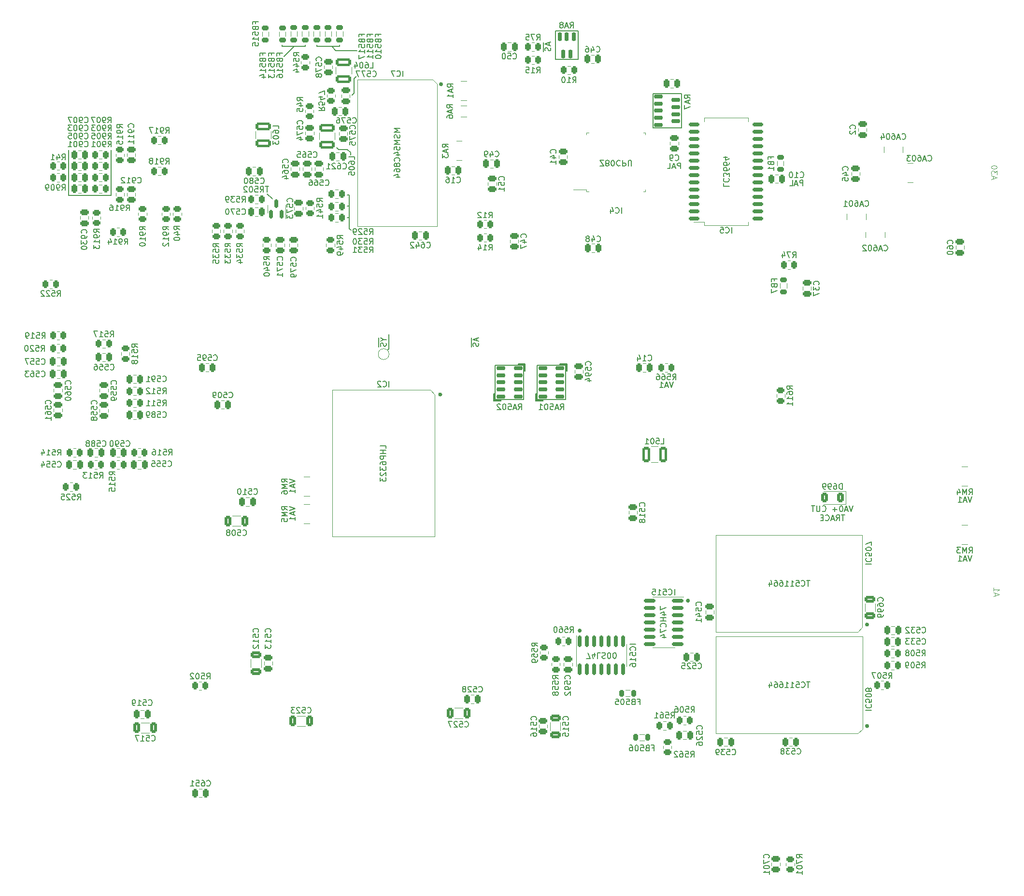
<source format=gbo>
G04 #@! TF.GenerationSoftware,KiCad,Pcbnew,7.0.8*
G04 #@! TF.CreationDate,2024-02-10T17:54:49+01:00*
G04 #@! TF.ProjectId,Neptune,4e657074-756e-4652-9e6b-696361645f70,rev?*
G04 #@! TF.SameCoordinates,Original*
G04 #@! TF.FileFunction,Legend,Bot*
G04 #@! TF.FilePolarity,Positive*
%FSLAX46Y46*%
G04 Gerber Fmt 4.6, Leading zero omitted, Abs format (unit mm)*
G04 Created by KiCad (PCBNEW 7.0.8) date 2024-02-10 17:54:49*
%MOMM*%
%LPD*%
G01*
G04 APERTURE LIST*
G04 Aperture macros list*
%AMRoundRect*
0 Rectangle with rounded corners*
0 $1 Rounding radius*
0 $2 $3 $4 $5 $6 $7 $8 $9 X,Y pos of 4 corners*
0 Add a 4 corners polygon primitive as box body*
4,1,4,$2,$3,$4,$5,$6,$7,$8,$9,$2,$3,0*
0 Add four circle primitives for the rounded corners*
1,1,$1+$1,$2,$3*
1,1,$1+$1,$4,$5*
1,1,$1+$1,$6,$7*
1,1,$1+$1,$8,$9*
0 Add four rect primitives between the rounded corners*
20,1,$1+$1,$2,$3,$4,$5,0*
20,1,$1+$1,$4,$5,$6,$7,0*
20,1,$1+$1,$6,$7,$8,$9,0*
20,1,$1+$1,$8,$9,$2,$3,0*%
G04 Aperture macros list end*
%ADD10C,0.150000*%
%ADD11C,0.375000*%
%ADD12C,0.100000*%
%ADD13C,0.120000*%
%ADD14C,0.200000*%
%ADD15C,1.000000*%
%ADD16C,1.250000*%
%ADD17O,2.400000X2.000000*%
%ADD18R,1.600000X1.600000*%
%ADD19C,1.600000*%
%ADD20O,1.600000X1.600000*%
%ADD21R,1.700000X1.700000*%
%ADD22O,3.600000X2.400000*%
%ADD23O,2.400000X3.000000*%
%ADD24O,2.800000X3.600000*%
%ADD25O,2.000000X2.400000*%
%ADD26C,1.500000*%
%ADD27C,2.000000*%
%ADD28O,2.000000X2.500000*%
%ADD29O,1.800000X2.800000*%
%ADD30R,2.000000X2.000000*%
%ADD31O,2.000000X2.000000*%
%ADD32O,1.600000X2.000000*%
%ADD33O,3.000000X4.400000*%
%ADD34O,4.400000X3.000000*%
%ADD35O,1.000000X1.600000*%
%ADD36C,1.800000*%
%ADD37R,8.000000X1.778000*%
%ADD38RoundRect,0.250000X-0.262500X-0.450000X0.262500X-0.450000X0.262500X0.450000X-0.262500X0.450000X0*%
%ADD39RoundRect,0.250000X0.250000X0.475000X-0.250000X0.475000X-0.250000X-0.475000X0.250000X-0.475000X0*%
%ADD40RoundRect,0.250000X0.475000X-0.250000X0.475000X0.250000X-0.475000X0.250000X-0.475000X-0.250000X0*%
%ADD41R,3.000000X0.600000*%
%ADD42RoundRect,0.250000X0.450000X-0.262500X0.450000X0.262500X-0.450000X0.262500X-0.450000X-0.262500X0*%
%ADD43RoundRect,0.250000X0.262500X0.450000X-0.262500X0.450000X-0.262500X-0.450000X0.262500X-0.450000X0*%
%ADD44R,0.800000X0.500000*%
%ADD45R,0.800000X0.400000*%
%ADD46R,0.500000X0.800000*%
%ADD47R,0.400000X0.800000*%
%ADD48RoundRect,0.150000X-0.650000X0.150000X-0.650000X-0.150000X0.650000X-0.150000X0.650000X0.150000X0*%
%ADD49RoundRect,0.150000X-0.150000X0.825000X-0.150000X-0.825000X0.150000X-0.825000X0.150000X0.825000X0*%
%ADD50RoundRect,0.218750X0.381250X-0.218750X0.381250X0.218750X-0.381250X0.218750X-0.381250X-0.218750X0*%
%ADD51RoundRect,0.250000X-0.250000X-0.475000X0.250000X-0.475000X0.250000X0.475000X-0.250000X0.475000X0*%
%ADD52RoundRect,0.150000X-0.750000X-0.150000X0.750000X-0.150000X0.750000X0.150000X-0.750000X0.150000X0*%
%ADD53RoundRect,0.250001X0.462499X1.074999X-0.462499X1.074999X-0.462499X-1.074999X0.462499X-1.074999X0*%
%ADD54RoundRect,0.250000X-0.475000X0.250000X-0.475000X-0.250000X0.475000X-0.250000X0.475000X0.250000X0*%
%ADD55RoundRect,0.150000X0.150000X0.650000X-0.150000X0.650000X-0.150000X-0.650000X0.150000X-0.650000X0*%
%ADD56RoundRect,0.250000X-0.450000X0.262500X-0.450000X-0.262500X0.450000X-0.262500X0.450000X0.262500X0*%
%ADD57RoundRect,0.218750X0.218750X0.381250X-0.218750X0.381250X-0.218750X-0.381250X0.218750X-0.381250X0*%
%ADD58RoundRect,0.150000X0.650000X-0.150000X0.650000X0.150000X-0.650000X0.150000X-0.650000X-0.150000X0*%
%ADD59R,2.000000X0.550000*%
%ADD60R,0.550000X2.000000*%
%ADD61RoundRect,0.250000X0.650000X-0.325000X0.650000X0.325000X-0.650000X0.325000X-0.650000X-0.325000X0*%
%ADD62RoundRect,0.250001X1.074999X-0.462499X1.074999X0.462499X-1.074999X0.462499X-1.074999X-0.462499X0*%
%ADD63RoundRect,0.150000X0.150000X-0.587500X0.150000X0.587500X-0.150000X0.587500X-0.150000X-0.587500X0*%
%ADD64RoundRect,0.250000X0.375000X0.625000X-0.375000X0.625000X-0.375000X-0.625000X0.375000X-0.625000X0*%
%ADD65RoundRect,0.250001X-1.074999X0.462499X-1.074999X-0.462499X1.074999X-0.462499X1.074999X0.462499X0*%
%ADD66R,0.600000X4.000000*%
%ADD67RoundRect,0.250000X0.325000X0.650000X-0.325000X0.650000X-0.325000X-0.650000X0.325000X-0.650000X0*%
%ADD68RoundRect,0.218750X-0.218750X-0.381250X0.218750X-0.381250X0.218750X0.381250X-0.218750X0.381250X0*%
%ADD69RoundRect,0.150000X0.825000X0.150000X-0.825000X0.150000X-0.825000X-0.150000X0.825000X-0.150000X0*%
%ADD70RoundRect,0.250000X-0.325000X-0.650000X0.325000X-0.650000X0.325000X0.650000X-0.325000X0.650000X0*%
G04 APERTURE END LIST*
D10*
X189000000Y-69125000D02*
X189375000Y-68750000D01*
D11*
X279462500Y-179800000D02*
G75*
G03*
X279462500Y-179800000I-187500J0D01*
G01*
D10*
X188525000Y-92500000D02*
X188825000Y-92800000D01*
X188200000Y-90550000D02*
X188525000Y-90550000D01*
X188525000Y-86575000D02*
X188525000Y-92500000D01*
X195475000Y-111075000D02*
X195475000Y-113600000D01*
X189375000Y-66200000D02*
X189750000Y-65825000D01*
X182800000Y-60275000D02*
X182800000Y-60550000D01*
X146800000Y-86700000D02*
X139300000Y-86700000D01*
X188175000Y-78650000D02*
X186600000Y-78650000D01*
X189375000Y-68750000D02*
X189375000Y-66200000D01*
X186800000Y-60275000D02*
X186800000Y-60550000D01*
D11*
X248062500Y-157800000D02*
G75*
G03*
X248062500Y-157800000I-187500J0D01*
G01*
D10*
X180837500Y-60537500D02*
X176737500Y-60537500D01*
X188725000Y-79575000D02*
X188725000Y-79200000D01*
X182800000Y-60550000D02*
X186800000Y-60550000D01*
X188200000Y-88575000D02*
X188525000Y-88575000D01*
X195309737Y-113765263D02*
X195475000Y-113600000D01*
D11*
X279462500Y-162000000D02*
G75*
G03*
X279462500Y-162000000I-187500J0D01*
G01*
X229087500Y-163075000D02*
G75*
G03*
X229087500Y-163075000I-187500J0D01*
G01*
D10*
X186162500Y-61275000D02*
X185437500Y-60550000D01*
X175000000Y-87325000D02*
X174125000Y-86450000D01*
X176737500Y-60262500D02*
X176737500Y-60537500D01*
X177044394Y-62330606D02*
X178837500Y-60537500D01*
X146800000Y-78700000D02*
X146800000Y-86700000D01*
X188725000Y-79200000D02*
X188175000Y-78650000D01*
X180837500Y-60262500D02*
X180837500Y-60537500D01*
X189862500Y-61275000D02*
X186162500Y-61275000D01*
X188200000Y-86575000D02*
X188525000Y-86575000D01*
X139300000Y-86700000D02*
X139300000Y-78700000D01*
X186600000Y-78650000D02*
X186300000Y-78350000D01*
D11*
X204637500Y-121625000D02*
G75*
G03*
X204637500Y-121625000I-187500J0D01*
G01*
X204787500Y-67175000D02*
G75*
G03*
X204787500Y-67175000I-187500J0D01*
G01*
D10*
X210894104Y-111735714D02*
X210894104Y-112211904D01*
X211179819Y-111640476D02*
X210179819Y-111973809D01*
X210179819Y-111973809D02*
X211179819Y-112307142D01*
X211132200Y-112592857D02*
X211179819Y-112735714D01*
X211179819Y-112735714D02*
X211179819Y-112973809D01*
X211179819Y-112973809D02*
X211132200Y-113069047D01*
X211132200Y-113069047D02*
X211084580Y-113116666D01*
X211084580Y-113116666D02*
X210989342Y-113164285D01*
X210989342Y-113164285D02*
X210894104Y-113164285D01*
X210894104Y-113164285D02*
X210798866Y-113116666D01*
X210798866Y-113116666D02*
X210751247Y-113069047D01*
X210751247Y-113069047D02*
X210703628Y-112973809D01*
X210703628Y-112973809D02*
X210656009Y-112783333D01*
X210656009Y-112783333D02*
X210608390Y-112688095D01*
X210608390Y-112688095D02*
X210560771Y-112640476D01*
X210560771Y-112640476D02*
X210465533Y-112592857D01*
X210465533Y-112592857D02*
X210370295Y-112592857D01*
X210370295Y-112592857D02*
X210275057Y-112640476D01*
X210275057Y-112640476D02*
X210227438Y-112688095D01*
X210227438Y-112688095D02*
X210179819Y-112783333D01*
X210179819Y-112783333D02*
X210179819Y-113021428D01*
X210179819Y-113021428D02*
X210227438Y-113164285D01*
X209902200Y-111645238D02*
X209902200Y-113254762D01*
X178044819Y-136511905D02*
X179044819Y-136845238D01*
X179044819Y-136845238D02*
X178044819Y-137178571D01*
X178759104Y-137464286D02*
X178759104Y-137940476D01*
X179044819Y-137369048D02*
X178044819Y-137702381D01*
X178044819Y-137702381D02*
X179044819Y-138035714D01*
X179044819Y-138892857D02*
X179044819Y-138321429D01*
X179044819Y-138607143D02*
X178044819Y-138607143D01*
X178044819Y-138607143D02*
X178187676Y-138511905D01*
X178187676Y-138511905D02*
X178282914Y-138416667D01*
X178282914Y-138416667D02*
X178330533Y-138321429D01*
X245313094Y-119419819D02*
X244979761Y-120419819D01*
X244979761Y-120419819D02*
X244646428Y-119419819D01*
X244360713Y-120134104D02*
X243884523Y-120134104D01*
X244455951Y-120419819D02*
X244122618Y-119419819D01*
X244122618Y-119419819D02*
X243789285Y-120419819D01*
X242932142Y-120419819D02*
X243503570Y-120419819D01*
X243217856Y-120419819D02*
X243217856Y-119419819D01*
X243217856Y-119419819D02*
X243313094Y-119562676D01*
X243313094Y-119562676D02*
X243408332Y-119657914D01*
X243408332Y-119657914D02*
X243503570Y-119705533D01*
X297638094Y-149869819D02*
X297304761Y-150869819D01*
X297304761Y-150869819D02*
X296971428Y-149869819D01*
X296685713Y-150584104D02*
X296209523Y-150584104D01*
X296780951Y-150869819D02*
X296447618Y-149869819D01*
X296447618Y-149869819D02*
X296114285Y-150869819D01*
X295257142Y-150869819D02*
X295828570Y-150869819D01*
X295542856Y-150869819D02*
X295542856Y-149869819D01*
X295542856Y-149869819D02*
X295638094Y-150012676D01*
X295638094Y-150012676D02*
X295733332Y-150107914D01*
X295733332Y-150107914D02*
X295828570Y-150155533D01*
X276817856Y-141159819D02*
X276484523Y-142159819D01*
X276484523Y-142159819D02*
X276151190Y-141159819D01*
X275865475Y-141874104D02*
X275389285Y-141874104D01*
X275960713Y-142159819D02*
X275627380Y-141159819D01*
X275627380Y-141159819D02*
X275294047Y-142159819D01*
X274770237Y-141159819D02*
X274674999Y-141159819D01*
X274674999Y-141159819D02*
X274579761Y-141207438D01*
X274579761Y-141207438D02*
X274532142Y-141255057D01*
X274532142Y-141255057D02*
X274484523Y-141350295D01*
X274484523Y-141350295D02*
X274436904Y-141540771D01*
X274436904Y-141540771D02*
X274436904Y-141778866D01*
X274436904Y-141778866D02*
X274484523Y-141969342D01*
X274484523Y-141969342D02*
X274532142Y-142064580D01*
X274532142Y-142064580D02*
X274579761Y-142112200D01*
X274579761Y-142112200D02*
X274674999Y-142159819D01*
X274674999Y-142159819D02*
X274770237Y-142159819D01*
X274770237Y-142159819D02*
X274865475Y-142112200D01*
X274865475Y-142112200D02*
X274913094Y-142064580D01*
X274913094Y-142064580D02*
X274960713Y-141969342D01*
X274960713Y-141969342D02*
X275008332Y-141778866D01*
X275008332Y-141778866D02*
X275008332Y-141540771D01*
X275008332Y-141540771D02*
X274960713Y-141350295D01*
X274960713Y-141350295D02*
X274913094Y-141255057D01*
X274913094Y-141255057D02*
X274865475Y-141207438D01*
X274865475Y-141207438D02*
X274770237Y-141159819D01*
X274008332Y-141778866D02*
X273246428Y-141778866D01*
X273627380Y-142159819D02*
X273627380Y-141397914D01*
X271436904Y-142064580D02*
X271484523Y-142112200D01*
X271484523Y-142112200D02*
X271627380Y-142159819D01*
X271627380Y-142159819D02*
X271722618Y-142159819D01*
X271722618Y-142159819D02*
X271865475Y-142112200D01*
X271865475Y-142112200D02*
X271960713Y-142016961D01*
X271960713Y-142016961D02*
X272008332Y-141921723D01*
X272008332Y-141921723D02*
X272055951Y-141731247D01*
X272055951Y-141731247D02*
X272055951Y-141588390D01*
X272055951Y-141588390D02*
X272008332Y-141397914D01*
X272008332Y-141397914D02*
X271960713Y-141302676D01*
X271960713Y-141302676D02*
X271865475Y-141207438D01*
X271865475Y-141207438D02*
X271722618Y-141159819D01*
X271722618Y-141159819D02*
X271627380Y-141159819D01*
X271627380Y-141159819D02*
X271484523Y-141207438D01*
X271484523Y-141207438D02*
X271436904Y-141255057D01*
X271008332Y-141159819D02*
X271008332Y-141969342D01*
X271008332Y-141969342D02*
X270960713Y-142064580D01*
X270960713Y-142064580D02*
X270913094Y-142112200D01*
X270913094Y-142112200D02*
X270817856Y-142159819D01*
X270817856Y-142159819D02*
X270627380Y-142159819D01*
X270627380Y-142159819D02*
X270532142Y-142112200D01*
X270532142Y-142112200D02*
X270484523Y-142064580D01*
X270484523Y-142064580D02*
X270436904Y-141969342D01*
X270436904Y-141969342D02*
X270436904Y-141159819D01*
X270103570Y-141159819D02*
X269532142Y-141159819D01*
X269817856Y-142159819D02*
X269817856Y-141159819D01*
X275341666Y-142769819D02*
X274770238Y-142769819D01*
X275055952Y-143769819D02*
X275055952Y-142769819D01*
X273865476Y-143769819D02*
X274198809Y-143293628D01*
X274436904Y-143769819D02*
X274436904Y-142769819D01*
X274436904Y-142769819D02*
X274055952Y-142769819D01*
X274055952Y-142769819D02*
X273960714Y-142817438D01*
X273960714Y-142817438D02*
X273913095Y-142865057D01*
X273913095Y-142865057D02*
X273865476Y-142960295D01*
X273865476Y-142960295D02*
X273865476Y-143103152D01*
X273865476Y-143103152D02*
X273913095Y-143198390D01*
X273913095Y-143198390D02*
X273960714Y-143246009D01*
X273960714Y-143246009D02*
X274055952Y-143293628D01*
X274055952Y-143293628D02*
X274436904Y-143293628D01*
X273484523Y-143484104D02*
X273008333Y-143484104D01*
X273579761Y-143769819D02*
X273246428Y-142769819D01*
X273246428Y-142769819D02*
X272913095Y-143769819D01*
X272008333Y-143674580D02*
X272055952Y-143722200D01*
X272055952Y-143722200D02*
X272198809Y-143769819D01*
X272198809Y-143769819D02*
X272294047Y-143769819D01*
X272294047Y-143769819D02*
X272436904Y-143722200D01*
X272436904Y-143722200D02*
X272532142Y-143626961D01*
X272532142Y-143626961D02*
X272579761Y-143531723D01*
X272579761Y-143531723D02*
X272627380Y-143341247D01*
X272627380Y-143341247D02*
X272627380Y-143198390D01*
X272627380Y-143198390D02*
X272579761Y-143007914D01*
X272579761Y-143007914D02*
X272532142Y-142912676D01*
X272532142Y-142912676D02*
X272436904Y-142817438D01*
X272436904Y-142817438D02*
X272294047Y-142769819D01*
X272294047Y-142769819D02*
X272198809Y-142769819D01*
X272198809Y-142769819D02*
X272055952Y-142817438D01*
X272055952Y-142817438D02*
X272008333Y-142865057D01*
X271579761Y-143246009D02*
X271246428Y-143246009D01*
X271103571Y-143769819D02*
X271579761Y-143769819D01*
X271579761Y-143769819D02*
X271579761Y-142769819D01*
X271579761Y-142769819D02*
X271103571Y-142769819D01*
X178044819Y-141336905D02*
X179044819Y-141670238D01*
X179044819Y-141670238D02*
X178044819Y-142003571D01*
X178759104Y-142289286D02*
X178759104Y-142765476D01*
X179044819Y-142194048D02*
X178044819Y-142527381D01*
X178044819Y-142527381D02*
X179044819Y-142860714D01*
X179044819Y-143717857D02*
X179044819Y-143146429D01*
X179044819Y-143432143D02*
X178044819Y-143432143D01*
X178044819Y-143432143D02*
X178187676Y-143336905D01*
X178187676Y-143336905D02*
X178282914Y-143241667D01*
X178282914Y-143241667D02*
X178330533Y-143146429D01*
X297638094Y-139519819D02*
X297304761Y-140519819D01*
X297304761Y-140519819D02*
X296971428Y-139519819D01*
X296685713Y-140234104D02*
X296209523Y-140234104D01*
X296780951Y-140519819D02*
X296447618Y-139519819D01*
X296447618Y-139519819D02*
X296114285Y-140519819D01*
X295257142Y-140519819D02*
X295828570Y-140519819D01*
X295542856Y-140519819D02*
X295542856Y-139519819D01*
X295542856Y-139519819D02*
X295638094Y-139662676D01*
X295638094Y-139662676D02*
X295733332Y-139757914D01*
X295733332Y-139757914D02*
X295828570Y-139805533D01*
X246595237Y-81994819D02*
X246595237Y-80994819D01*
X246595237Y-80994819D02*
X246214285Y-80994819D01*
X246214285Y-80994819D02*
X246119047Y-81042438D01*
X246119047Y-81042438D02*
X246071428Y-81090057D01*
X246071428Y-81090057D02*
X246023809Y-81185295D01*
X246023809Y-81185295D02*
X246023809Y-81328152D01*
X246023809Y-81328152D02*
X246071428Y-81423390D01*
X246071428Y-81423390D02*
X246119047Y-81471009D01*
X246119047Y-81471009D02*
X246214285Y-81518628D01*
X246214285Y-81518628D02*
X246595237Y-81518628D01*
X245642856Y-81709104D02*
X245166666Y-81709104D01*
X245738094Y-81994819D02*
X245404761Y-80994819D01*
X245404761Y-80994819D02*
X245071428Y-81994819D01*
X244261904Y-81994819D02*
X244738094Y-81994819D01*
X244738094Y-81994819D02*
X244738094Y-80994819D01*
X268045237Y-84994819D02*
X268045237Y-83994819D01*
X268045237Y-83994819D02*
X267664285Y-83994819D01*
X267664285Y-83994819D02*
X267569047Y-84042438D01*
X267569047Y-84042438D02*
X267521428Y-84090057D01*
X267521428Y-84090057D02*
X267473809Y-84185295D01*
X267473809Y-84185295D02*
X267473809Y-84328152D01*
X267473809Y-84328152D02*
X267521428Y-84423390D01*
X267521428Y-84423390D02*
X267569047Y-84471009D01*
X267569047Y-84471009D02*
X267664285Y-84518628D01*
X267664285Y-84518628D02*
X268045237Y-84518628D01*
X267092856Y-84709104D02*
X266616666Y-84709104D01*
X267188094Y-84994819D02*
X266854761Y-83994819D01*
X266854761Y-83994819D02*
X266521428Y-84994819D01*
X265711904Y-84994819D02*
X266188094Y-84994819D01*
X266188094Y-84994819D02*
X266188094Y-83994819D01*
X223534104Y-59910714D02*
X223534104Y-60386904D01*
X223819819Y-59815476D02*
X222819819Y-60148809D01*
X222819819Y-60148809D02*
X223819819Y-60482142D01*
X223772200Y-60767857D02*
X223819819Y-60910714D01*
X223819819Y-60910714D02*
X223819819Y-61148809D01*
X223819819Y-61148809D02*
X223772200Y-61244047D01*
X223772200Y-61244047D02*
X223724580Y-61291666D01*
X223724580Y-61291666D02*
X223629342Y-61339285D01*
X223629342Y-61339285D02*
X223534104Y-61339285D01*
X223534104Y-61339285D02*
X223438866Y-61291666D01*
X223438866Y-61291666D02*
X223391247Y-61244047D01*
X223391247Y-61244047D02*
X223343628Y-61148809D01*
X223343628Y-61148809D02*
X223296009Y-60958333D01*
X223296009Y-60958333D02*
X223248390Y-60863095D01*
X223248390Y-60863095D02*
X223200771Y-60815476D01*
X223200771Y-60815476D02*
X223105533Y-60767857D01*
X223105533Y-60767857D02*
X223010295Y-60767857D01*
X223010295Y-60767857D02*
X222915057Y-60815476D01*
X222915057Y-60815476D02*
X222867438Y-60863095D01*
X222867438Y-60863095D02*
X222819819Y-60958333D01*
X222819819Y-60958333D02*
X222819819Y-61196428D01*
X222819819Y-61196428D02*
X222867438Y-61339285D01*
X222542200Y-59820238D02*
X222542200Y-61429762D01*
D12*
X301324695Y-83826134D02*
X301324695Y-83349944D01*
X301038980Y-83921372D02*
X302038980Y-83588039D01*
X302038980Y-83588039D02*
X301038980Y-83254706D01*
X302038980Y-83016610D02*
X302038980Y-82397563D01*
X302038980Y-82397563D02*
X301658028Y-82730896D01*
X301658028Y-82730896D02*
X301658028Y-82588039D01*
X301658028Y-82588039D02*
X301610409Y-82492801D01*
X301610409Y-82492801D02*
X301562790Y-82445182D01*
X301562790Y-82445182D02*
X301467552Y-82397563D01*
X301467552Y-82397563D02*
X301229457Y-82397563D01*
X301229457Y-82397563D02*
X301134219Y-82445182D01*
X301134219Y-82445182D02*
X301086600Y-82492801D01*
X301086600Y-82492801D02*
X301038980Y-82588039D01*
X301038980Y-82588039D02*
X301038980Y-82873753D01*
X301038980Y-82873753D02*
X301086600Y-82968991D01*
X301086600Y-82968991D02*
X301134219Y-83016610D01*
X302038980Y-81778515D02*
X302038980Y-81683277D01*
X302038980Y-81683277D02*
X301991361Y-81588039D01*
X301991361Y-81588039D02*
X301943742Y-81540420D01*
X301943742Y-81540420D02*
X301848504Y-81492801D01*
X301848504Y-81492801D02*
X301658028Y-81445182D01*
X301658028Y-81445182D02*
X301419933Y-81445182D01*
X301419933Y-81445182D02*
X301229457Y-81492801D01*
X301229457Y-81492801D02*
X301134219Y-81540420D01*
X301134219Y-81540420D02*
X301086600Y-81588039D01*
X301086600Y-81588039D02*
X301038980Y-81683277D01*
X301038980Y-81683277D02*
X301038980Y-81778515D01*
X301038980Y-81778515D02*
X301086600Y-81873753D01*
X301086600Y-81873753D02*
X301134219Y-81921372D01*
X301134219Y-81921372D02*
X301229457Y-81968991D01*
X301229457Y-81968991D02*
X301419933Y-82016610D01*
X301419933Y-82016610D02*
X301658028Y-82016610D01*
X301658028Y-82016610D02*
X301848504Y-81968991D01*
X301848504Y-81968991D02*
X301943742Y-81921372D01*
X301943742Y-81921372D02*
X301991361Y-81873753D01*
X301991361Y-81873753D02*
X302038980Y-81778515D01*
X301724695Y-156976134D02*
X301724695Y-156499944D01*
X301438980Y-157071372D02*
X302438980Y-156738039D01*
X302438980Y-156738039D02*
X301438980Y-156404706D01*
X301438980Y-155547563D02*
X301438980Y-156118991D01*
X301438980Y-155833277D02*
X302438980Y-155833277D01*
X302438980Y-155833277D02*
X302296123Y-155928515D01*
X302296123Y-155928515D02*
X302200885Y-156023753D01*
X302200885Y-156023753D02*
X302153266Y-156118991D01*
D10*
X134619047Y-111779819D02*
X134952380Y-111303628D01*
X135190475Y-111779819D02*
X135190475Y-110779819D01*
X135190475Y-110779819D02*
X134809523Y-110779819D01*
X134809523Y-110779819D02*
X134714285Y-110827438D01*
X134714285Y-110827438D02*
X134666666Y-110875057D01*
X134666666Y-110875057D02*
X134619047Y-110970295D01*
X134619047Y-110970295D02*
X134619047Y-111113152D01*
X134619047Y-111113152D02*
X134666666Y-111208390D01*
X134666666Y-111208390D02*
X134714285Y-111256009D01*
X134714285Y-111256009D02*
X134809523Y-111303628D01*
X134809523Y-111303628D02*
X135190475Y-111303628D01*
X133714285Y-110779819D02*
X134190475Y-110779819D01*
X134190475Y-110779819D02*
X134238094Y-111256009D01*
X134238094Y-111256009D02*
X134190475Y-111208390D01*
X134190475Y-111208390D02*
X134095237Y-111160771D01*
X134095237Y-111160771D02*
X133857142Y-111160771D01*
X133857142Y-111160771D02*
X133761904Y-111208390D01*
X133761904Y-111208390D02*
X133714285Y-111256009D01*
X133714285Y-111256009D02*
X133666666Y-111351247D01*
X133666666Y-111351247D02*
X133666666Y-111589342D01*
X133666666Y-111589342D02*
X133714285Y-111684580D01*
X133714285Y-111684580D02*
X133761904Y-111732200D01*
X133761904Y-111732200D02*
X133857142Y-111779819D01*
X133857142Y-111779819D02*
X134095237Y-111779819D01*
X134095237Y-111779819D02*
X134190475Y-111732200D01*
X134190475Y-111732200D02*
X134238094Y-111684580D01*
X132714285Y-111779819D02*
X133285713Y-111779819D01*
X132999999Y-111779819D02*
X132999999Y-110779819D01*
X132999999Y-110779819D02*
X133095237Y-110922676D01*
X133095237Y-110922676D02*
X133190475Y-111017914D01*
X133190475Y-111017914D02*
X133285713Y-111065533D01*
X132238094Y-111779819D02*
X132047618Y-111779819D01*
X132047618Y-111779819D02*
X131952380Y-111732200D01*
X131952380Y-111732200D02*
X131904761Y-111684580D01*
X131904761Y-111684580D02*
X131809523Y-111541723D01*
X131809523Y-111541723D02*
X131761904Y-111351247D01*
X131761904Y-111351247D02*
X131761904Y-110970295D01*
X131761904Y-110970295D02*
X131809523Y-110875057D01*
X131809523Y-110875057D02*
X131857142Y-110827438D01*
X131857142Y-110827438D02*
X131952380Y-110779819D01*
X131952380Y-110779819D02*
X132142856Y-110779819D01*
X132142856Y-110779819D02*
X132238094Y-110827438D01*
X132238094Y-110827438D02*
X132285713Y-110875057D01*
X132285713Y-110875057D02*
X132333332Y-110970295D01*
X132333332Y-110970295D02*
X132333332Y-111208390D01*
X132333332Y-111208390D02*
X132285713Y-111303628D01*
X132285713Y-111303628D02*
X132238094Y-111351247D01*
X132238094Y-111351247D02*
X132142856Y-111398866D01*
X132142856Y-111398866D02*
X131952380Y-111398866D01*
X131952380Y-111398866D02*
X131857142Y-111351247D01*
X131857142Y-111351247D02*
X131809523Y-111303628D01*
X131809523Y-111303628D02*
X131761904Y-111208390D01*
X149419047Y-130634580D02*
X149466666Y-130682200D01*
X149466666Y-130682200D02*
X149609523Y-130729819D01*
X149609523Y-130729819D02*
X149704761Y-130729819D01*
X149704761Y-130729819D02*
X149847618Y-130682200D01*
X149847618Y-130682200D02*
X149942856Y-130586961D01*
X149942856Y-130586961D02*
X149990475Y-130491723D01*
X149990475Y-130491723D02*
X150038094Y-130301247D01*
X150038094Y-130301247D02*
X150038094Y-130158390D01*
X150038094Y-130158390D02*
X149990475Y-129967914D01*
X149990475Y-129967914D02*
X149942856Y-129872676D01*
X149942856Y-129872676D02*
X149847618Y-129777438D01*
X149847618Y-129777438D02*
X149704761Y-129729819D01*
X149704761Y-129729819D02*
X149609523Y-129729819D01*
X149609523Y-129729819D02*
X149466666Y-129777438D01*
X149466666Y-129777438D02*
X149419047Y-129825057D01*
X148514285Y-129729819D02*
X148990475Y-129729819D01*
X148990475Y-129729819D02*
X149038094Y-130206009D01*
X149038094Y-130206009D02*
X148990475Y-130158390D01*
X148990475Y-130158390D02*
X148895237Y-130110771D01*
X148895237Y-130110771D02*
X148657142Y-130110771D01*
X148657142Y-130110771D02*
X148561904Y-130158390D01*
X148561904Y-130158390D02*
X148514285Y-130206009D01*
X148514285Y-130206009D02*
X148466666Y-130301247D01*
X148466666Y-130301247D02*
X148466666Y-130539342D01*
X148466666Y-130539342D02*
X148514285Y-130634580D01*
X148514285Y-130634580D02*
X148561904Y-130682200D01*
X148561904Y-130682200D02*
X148657142Y-130729819D01*
X148657142Y-130729819D02*
X148895237Y-130729819D01*
X148895237Y-130729819D02*
X148990475Y-130682200D01*
X148990475Y-130682200D02*
X149038094Y-130634580D01*
X147990475Y-130729819D02*
X147799999Y-130729819D01*
X147799999Y-130729819D02*
X147704761Y-130682200D01*
X147704761Y-130682200D02*
X147657142Y-130634580D01*
X147657142Y-130634580D02*
X147561904Y-130491723D01*
X147561904Y-130491723D02*
X147514285Y-130301247D01*
X147514285Y-130301247D02*
X147514285Y-129920295D01*
X147514285Y-129920295D02*
X147561904Y-129825057D01*
X147561904Y-129825057D02*
X147609523Y-129777438D01*
X147609523Y-129777438D02*
X147704761Y-129729819D01*
X147704761Y-129729819D02*
X147895237Y-129729819D01*
X147895237Y-129729819D02*
X147990475Y-129777438D01*
X147990475Y-129777438D02*
X148038094Y-129825057D01*
X148038094Y-129825057D02*
X148085713Y-129920295D01*
X148085713Y-129920295D02*
X148085713Y-130158390D01*
X148085713Y-130158390D02*
X148038094Y-130253628D01*
X148038094Y-130253628D02*
X147990475Y-130301247D01*
X147990475Y-130301247D02*
X147895237Y-130348866D01*
X147895237Y-130348866D02*
X147704761Y-130348866D01*
X147704761Y-130348866D02*
X147609523Y-130301247D01*
X147609523Y-130301247D02*
X147561904Y-130253628D01*
X147561904Y-130253628D02*
X147514285Y-130158390D01*
X146895237Y-129729819D02*
X146799999Y-129729819D01*
X146799999Y-129729819D02*
X146704761Y-129777438D01*
X146704761Y-129777438D02*
X146657142Y-129825057D01*
X146657142Y-129825057D02*
X146609523Y-129920295D01*
X146609523Y-129920295D02*
X146561904Y-130110771D01*
X146561904Y-130110771D02*
X146561904Y-130348866D01*
X146561904Y-130348866D02*
X146609523Y-130539342D01*
X146609523Y-130539342D02*
X146657142Y-130634580D01*
X146657142Y-130634580D02*
X146704761Y-130682200D01*
X146704761Y-130682200D02*
X146799999Y-130729819D01*
X146799999Y-130729819D02*
X146895237Y-130729819D01*
X146895237Y-130729819D02*
X146990475Y-130682200D01*
X146990475Y-130682200D02*
X147038094Y-130634580D01*
X147038094Y-130634580D02*
X147085713Y-130539342D01*
X147085713Y-130539342D02*
X147133332Y-130348866D01*
X147133332Y-130348866D02*
X147133332Y-130110771D01*
X147133332Y-130110771D02*
X147085713Y-129920295D01*
X147085713Y-129920295D02*
X147038094Y-129825057D01*
X147038094Y-129825057D02*
X146990475Y-129777438D01*
X146990475Y-129777438D02*
X146895237Y-129729819D01*
X189484580Y-75005952D02*
X189532200Y-74958333D01*
X189532200Y-74958333D02*
X189579819Y-74815476D01*
X189579819Y-74815476D02*
X189579819Y-74720238D01*
X189579819Y-74720238D02*
X189532200Y-74577381D01*
X189532200Y-74577381D02*
X189436961Y-74482143D01*
X189436961Y-74482143D02*
X189341723Y-74434524D01*
X189341723Y-74434524D02*
X189151247Y-74386905D01*
X189151247Y-74386905D02*
X189008390Y-74386905D01*
X189008390Y-74386905D02*
X188817914Y-74434524D01*
X188817914Y-74434524D02*
X188722676Y-74482143D01*
X188722676Y-74482143D02*
X188627438Y-74577381D01*
X188627438Y-74577381D02*
X188579819Y-74720238D01*
X188579819Y-74720238D02*
X188579819Y-74815476D01*
X188579819Y-74815476D02*
X188627438Y-74958333D01*
X188627438Y-74958333D02*
X188675057Y-75005952D01*
X188579819Y-75910714D02*
X188579819Y-75434524D01*
X188579819Y-75434524D02*
X189056009Y-75386905D01*
X189056009Y-75386905D02*
X189008390Y-75434524D01*
X189008390Y-75434524D02*
X188960771Y-75529762D01*
X188960771Y-75529762D02*
X188960771Y-75767857D01*
X188960771Y-75767857D02*
X189008390Y-75863095D01*
X189008390Y-75863095D02*
X189056009Y-75910714D01*
X189056009Y-75910714D02*
X189151247Y-75958333D01*
X189151247Y-75958333D02*
X189389342Y-75958333D01*
X189389342Y-75958333D02*
X189484580Y-75910714D01*
X189484580Y-75910714D02*
X189532200Y-75863095D01*
X189532200Y-75863095D02*
X189579819Y-75767857D01*
X189579819Y-75767857D02*
X189579819Y-75529762D01*
X189579819Y-75529762D02*
X189532200Y-75434524D01*
X189532200Y-75434524D02*
X189484580Y-75386905D01*
X188579819Y-76291667D02*
X188579819Y-76958333D01*
X188579819Y-76958333D02*
X189579819Y-76529762D01*
X188579819Y-77815476D02*
X188579819Y-77339286D01*
X188579819Y-77339286D02*
X189056009Y-77291667D01*
X189056009Y-77291667D02*
X189008390Y-77339286D01*
X189008390Y-77339286D02*
X188960771Y-77434524D01*
X188960771Y-77434524D02*
X188960771Y-77672619D01*
X188960771Y-77672619D02*
X189008390Y-77767857D01*
X189008390Y-77767857D02*
X189056009Y-77815476D01*
X189056009Y-77815476D02*
X189151247Y-77863095D01*
X189151247Y-77863095D02*
X189389342Y-77863095D01*
X189389342Y-77863095D02*
X189484580Y-77815476D01*
X189484580Y-77815476D02*
X189532200Y-77767857D01*
X189532200Y-77767857D02*
X189579819Y-77672619D01*
X189579819Y-77672619D02*
X189579819Y-77434524D01*
X189579819Y-77434524D02*
X189532200Y-77339286D01*
X189532200Y-77339286D02*
X189484580Y-77291667D01*
X197901189Y-65814819D02*
X197901189Y-64814819D01*
X196853571Y-65719580D02*
X196901190Y-65767200D01*
X196901190Y-65767200D02*
X197044047Y-65814819D01*
X197044047Y-65814819D02*
X197139285Y-65814819D01*
X197139285Y-65814819D02*
X197282142Y-65767200D01*
X197282142Y-65767200D02*
X197377380Y-65671961D01*
X197377380Y-65671961D02*
X197424999Y-65576723D01*
X197424999Y-65576723D02*
X197472618Y-65386247D01*
X197472618Y-65386247D02*
X197472618Y-65243390D01*
X197472618Y-65243390D02*
X197424999Y-65052914D01*
X197424999Y-65052914D02*
X197377380Y-64957676D01*
X197377380Y-64957676D02*
X197282142Y-64862438D01*
X197282142Y-64862438D02*
X197139285Y-64814819D01*
X197139285Y-64814819D02*
X197044047Y-64814819D01*
X197044047Y-64814819D02*
X196901190Y-64862438D01*
X196901190Y-64862438D02*
X196853571Y-64910057D01*
X196520237Y-64814819D02*
X195853571Y-64814819D01*
X195853571Y-64814819D02*
X196282142Y-65814819D01*
X197379819Y-74963095D02*
X196379819Y-74963095D01*
X196379819Y-74963095D02*
X197094104Y-75296428D01*
X197094104Y-75296428D02*
X196379819Y-75629761D01*
X196379819Y-75629761D02*
X197379819Y-75629761D01*
X197332200Y-76058333D02*
X197379819Y-76201190D01*
X197379819Y-76201190D02*
X197379819Y-76439285D01*
X197379819Y-76439285D02*
X197332200Y-76534523D01*
X197332200Y-76534523D02*
X197284580Y-76582142D01*
X197284580Y-76582142D02*
X197189342Y-76629761D01*
X197189342Y-76629761D02*
X197094104Y-76629761D01*
X197094104Y-76629761D02*
X196998866Y-76582142D01*
X196998866Y-76582142D02*
X196951247Y-76534523D01*
X196951247Y-76534523D02*
X196903628Y-76439285D01*
X196903628Y-76439285D02*
X196856009Y-76248809D01*
X196856009Y-76248809D02*
X196808390Y-76153571D01*
X196808390Y-76153571D02*
X196760771Y-76105952D01*
X196760771Y-76105952D02*
X196665533Y-76058333D01*
X196665533Y-76058333D02*
X196570295Y-76058333D01*
X196570295Y-76058333D02*
X196475057Y-76105952D01*
X196475057Y-76105952D02*
X196427438Y-76153571D01*
X196427438Y-76153571D02*
X196379819Y-76248809D01*
X196379819Y-76248809D02*
X196379819Y-76486904D01*
X196379819Y-76486904D02*
X196427438Y-76629761D01*
X197379819Y-77058333D02*
X196379819Y-77058333D01*
X196379819Y-77058333D02*
X197094104Y-77391666D01*
X197094104Y-77391666D02*
X196379819Y-77724999D01*
X196379819Y-77724999D02*
X197379819Y-77724999D01*
X196379819Y-78677380D02*
X196379819Y-78201190D01*
X196379819Y-78201190D02*
X196856009Y-78153571D01*
X196856009Y-78153571D02*
X196808390Y-78201190D01*
X196808390Y-78201190D02*
X196760771Y-78296428D01*
X196760771Y-78296428D02*
X196760771Y-78534523D01*
X196760771Y-78534523D02*
X196808390Y-78629761D01*
X196808390Y-78629761D02*
X196856009Y-78677380D01*
X196856009Y-78677380D02*
X196951247Y-78724999D01*
X196951247Y-78724999D02*
X197189342Y-78724999D01*
X197189342Y-78724999D02*
X197284580Y-78677380D01*
X197284580Y-78677380D02*
X197332200Y-78629761D01*
X197332200Y-78629761D02*
X197379819Y-78534523D01*
X197379819Y-78534523D02*
X197379819Y-78296428D01*
X197379819Y-78296428D02*
X197332200Y-78201190D01*
X197332200Y-78201190D02*
X197284580Y-78153571D01*
X196713152Y-79582142D02*
X197379819Y-79582142D01*
X196332200Y-79344047D02*
X197046485Y-79105952D01*
X197046485Y-79105952D02*
X197046485Y-79724999D01*
X197284580Y-80677380D02*
X197332200Y-80629761D01*
X197332200Y-80629761D02*
X197379819Y-80486904D01*
X197379819Y-80486904D02*
X197379819Y-80391666D01*
X197379819Y-80391666D02*
X197332200Y-80248809D01*
X197332200Y-80248809D02*
X197236961Y-80153571D01*
X197236961Y-80153571D02*
X197141723Y-80105952D01*
X197141723Y-80105952D02*
X196951247Y-80058333D01*
X196951247Y-80058333D02*
X196808390Y-80058333D01*
X196808390Y-80058333D02*
X196617914Y-80105952D01*
X196617914Y-80105952D02*
X196522676Y-80153571D01*
X196522676Y-80153571D02*
X196427438Y-80248809D01*
X196427438Y-80248809D02*
X196379819Y-80391666D01*
X196379819Y-80391666D02*
X196379819Y-80486904D01*
X196379819Y-80486904D02*
X196427438Y-80629761D01*
X196427438Y-80629761D02*
X196475057Y-80677380D01*
X196808390Y-81248809D02*
X196760771Y-81153571D01*
X196760771Y-81153571D02*
X196713152Y-81105952D01*
X196713152Y-81105952D02*
X196617914Y-81058333D01*
X196617914Y-81058333D02*
X196570295Y-81058333D01*
X196570295Y-81058333D02*
X196475057Y-81105952D01*
X196475057Y-81105952D02*
X196427438Y-81153571D01*
X196427438Y-81153571D02*
X196379819Y-81248809D01*
X196379819Y-81248809D02*
X196379819Y-81439285D01*
X196379819Y-81439285D02*
X196427438Y-81534523D01*
X196427438Y-81534523D02*
X196475057Y-81582142D01*
X196475057Y-81582142D02*
X196570295Y-81629761D01*
X196570295Y-81629761D02*
X196617914Y-81629761D01*
X196617914Y-81629761D02*
X196713152Y-81582142D01*
X196713152Y-81582142D02*
X196760771Y-81534523D01*
X196760771Y-81534523D02*
X196808390Y-81439285D01*
X196808390Y-81439285D02*
X196808390Y-81248809D01*
X196808390Y-81248809D02*
X196856009Y-81153571D01*
X196856009Y-81153571D02*
X196903628Y-81105952D01*
X196903628Y-81105952D02*
X196998866Y-81058333D01*
X196998866Y-81058333D02*
X197189342Y-81058333D01*
X197189342Y-81058333D02*
X197284580Y-81105952D01*
X197284580Y-81105952D02*
X197332200Y-81153571D01*
X197332200Y-81153571D02*
X197379819Y-81248809D01*
X197379819Y-81248809D02*
X197379819Y-81439285D01*
X197379819Y-81439285D02*
X197332200Y-81534523D01*
X197332200Y-81534523D02*
X197284580Y-81582142D01*
X197284580Y-81582142D02*
X197189342Y-81629761D01*
X197189342Y-81629761D02*
X196998866Y-81629761D01*
X196998866Y-81629761D02*
X196903628Y-81582142D01*
X196903628Y-81582142D02*
X196856009Y-81534523D01*
X196856009Y-81534523D02*
X196808390Y-81439285D01*
X196379819Y-82486904D02*
X196379819Y-82296428D01*
X196379819Y-82296428D02*
X196427438Y-82201190D01*
X196427438Y-82201190D02*
X196475057Y-82153571D01*
X196475057Y-82153571D02*
X196617914Y-82058333D01*
X196617914Y-82058333D02*
X196808390Y-82010714D01*
X196808390Y-82010714D02*
X197189342Y-82010714D01*
X197189342Y-82010714D02*
X197284580Y-82058333D01*
X197284580Y-82058333D02*
X197332200Y-82105952D01*
X197332200Y-82105952D02*
X197379819Y-82201190D01*
X197379819Y-82201190D02*
X197379819Y-82391666D01*
X197379819Y-82391666D02*
X197332200Y-82486904D01*
X197332200Y-82486904D02*
X197284580Y-82534523D01*
X197284580Y-82534523D02*
X197189342Y-82582142D01*
X197189342Y-82582142D02*
X196951247Y-82582142D01*
X196951247Y-82582142D02*
X196856009Y-82534523D01*
X196856009Y-82534523D02*
X196808390Y-82486904D01*
X196808390Y-82486904D02*
X196760771Y-82391666D01*
X196760771Y-82391666D02*
X196760771Y-82201190D01*
X196760771Y-82201190D02*
X196808390Y-82105952D01*
X196808390Y-82105952D02*
X196856009Y-82058333D01*
X196856009Y-82058333D02*
X196951247Y-82010714D01*
X196713152Y-83439285D02*
X197379819Y-83439285D01*
X196332200Y-83201190D02*
X197046485Y-82963095D01*
X197046485Y-82963095D02*
X197046485Y-83582142D01*
X155819047Y-125559580D02*
X155866666Y-125607200D01*
X155866666Y-125607200D02*
X156009523Y-125654819D01*
X156009523Y-125654819D02*
X156104761Y-125654819D01*
X156104761Y-125654819D02*
X156247618Y-125607200D01*
X156247618Y-125607200D02*
X156342856Y-125511961D01*
X156342856Y-125511961D02*
X156390475Y-125416723D01*
X156390475Y-125416723D02*
X156438094Y-125226247D01*
X156438094Y-125226247D02*
X156438094Y-125083390D01*
X156438094Y-125083390D02*
X156390475Y-124892914D01*
X156390475Y-124892914D02*
X156342856Y-124797676D01*
X156342856Y-124797676D02*
X156247618Y-124702438D01*
X156247618Y-124702438D02*
X156104761Y-124654819D01*
X156104761Y-124654819D02*
X156009523Y-124654819D01*
X156009523Y-124654819D02*
X155866666Y-124702438D01*
X155866666Y-124702438D02*
X155819047Y-124750057D01*
X154914285Y-124654819D02*
X155390475Y-124654819D01*
X155390475Y-124654819D02*
X155438094Y-125131009D01*
X155438094Y-125131009D02*
X155390475Y-125083390D01*
X155390475Y-125083390D02*
X155295237Y-125035771D01*
X155295237Y-125035771D02*
X155057142Y-125035771D01*
X155057142Y-125035771D02*
X154961904Y-125083390D01*
X154961904Y-125083390D02*
X154914285Y-125131009D01*
X154914285Y-125131009D02*
X154866666Y-125226247D01*
X154866666Y-125226247D02*
X154866666Y-125464342D01*
X154866666Y-125464342D02*
X154914285Y-125559580D01*
X154914285Y-125559580D02*
X154961904Y-125607200D01*
X154961904Y-125607200D02*
X155057142Y-125654819D01*
X155057142Y-125654819D02*
X155295237Y-125654819D01*
X155295237Y-125654819D02*
X155390475Y-125607200D01*
X155390475Y-125607200D02*
X155438094Y-125559580D01*
X154295237Y-125083390D02*
X154390475Y-125035771D01*
X154390475Y-125035771D02*
X154438094Y-124988152D01*
X154438094Y-124988152D02*
X154485713Y-124892914D01*
X154485713Y-124892914D02*
X154485713Y-124845295D01*
X154485713Y-124845295D02*
X154438094Y-124750057D01*
X154438094Y-124750057D02*
X154390475Y-124702438D01*
X154390475Y-124702438D02*
X154295237Y-124654819D01*
X154295237Y-124654819D02*
X154104761Y-124654819D01*
X154104761Y-124654819D02*
X154009523Y-124702438D01*
X154009523Y-124702438D02*
X153961904Y-124750057D01*
X153961904Y-124750057D02*
X153914285Y-124845295D01*
X153914285Y-124845295D02*
X153914285Y-124892914D01*
X153914285Y-124892914D02*
X153961904Y-124988152D01*
X153961904Y-124988152D02*
X154009523Y-125035771D01*
X154009523Y-125035771D02*
X154104761Y-125083390D01*
X154104761Y-125083390D02*
X154295237Y-125083390D01*
X154295237Y-125083390D02*
X154390475Y-125131009D01*
X154390475Y-125131009D02*
X154438094Y-125178628D01*
X154438094Y-125178628D02*
X154485713Y-125273866D01*
X154485713Y-125273866D02*
X154485713Y-125464342D01*
X154485713Y-125464342D02*
X154438094Y-125559580D01*
X154438094Y-125559580D02*
X154390475Y-125607200D01*
X154390475Y-125607200D02*
X154295237Y-125654819D01*
X154295237Y-125654819D02*
X154104761Y-125654819D01*
X154104761Y-125654819D02*
X154009523Y-125607200D01*
X154009523Y-125607200D02*
X153961904Y-125559580D01*
X153961904Y-125559580D02*
X153914285Y-125464342D01*
X153914285Y-125464342D02*
X153914285Y-125273866D01*
X153914285Y-125273866D02*
X153961904Y-125178628D01*
X153961904Y-125178628D02*
X154009523Y-125131009D01*
X154009523Y-125131009D02*
X154104761Y-125083390D01*
X153438094Y-125654819D02*
X153247618Y-125654819D01*
X153247618Y-125654819D02*
X153152380Y-125607200D01*
X153152380Y-125607200D02*
X153104761Y-125559580D01*
X153104761Y-125559580D02*
X153009523Y-125416723D01*
X153009523Y-125416723D02*
X152961904Y-125226247D01*
X152961904Y-125226247D02*
X152961904Y-124845295D01*
X152961904Y-124845295D02*
X153009523Y-124750057D01*
X153009523Y-124750057D02*
X153057142Y-124702438D01*
X153057142Y-124702438D02*
X153152380Y-124654819D01*
X153152380Y-124654819D02*
X153342856Y-124654819D01*
X153342856Y-124654819D02*
X153438094Y-124702438D01*
X153438094Y-124702438D02*
X153485713Y-124750057D01*
X153485713Y-124750057D02*
X153533332Y-124845295D01*
X153533332Y-124845295D02*
X153533332Y-125083390D01*
X153533332Y-125083390D02*
X153485713Y-125178628D01*
X153485713Y-125178628D02*
X153438094Y-125226247D01*
X153438094Y-125226247D02*
X153342856Y-125273866D01*
X153342856Y-125273866D02*
X153152380Y-125273866D01*
X153152380Y-125273866D02*
X153057142Y-125226247D01*
X153057142Y-125226247D02*
X153009523Y-125178628D01*
X153009523Y-125178628D02*
X152961904Y-125083390D01*
X151379819Y-113355952D02*
X150903628Y-113022619D01*
X151379819Y-112784524D02*
X150379819Y-112784524D01*
X150379819Y-112784524D02*
X150379819Y-113165476D01*
X150379819Y-113165476D02*
X150427438Y-113260714D01*
X150427438Y-113260714D02*
X150475057Y-113308333D01*
X150475057Y-113308333D02*
X150570295Y-113355952D01*
X150570295Y-113355952D02*
X150713152Y-113355952D01*
X150713152Y-113355952D02*
X150808390Y-113308333D01*
X150808390Y-113308333D02*
X150856009Y-113260714D01*
X150856009Y-113260714D02*
X150903628Y-113165476D01*
X150903628Y-113165476D02*
X150903628Y-112784524D01*
X150379819Y-114260714D02*
X150379819Y-113784524D01*
X150379819Y-113784524D02*
X150856009Y-113736905D01*
X150856009Y-113736905D02*
X150808390Y-113784524D01*
X150808390Y-113784524D02*
X150760771Y-113879762D01*
X150760771Y-113879762D02*
X150760771Y-114117857D01*
X150760771Y-114117857D02*
X150808390Y-114213095D01*
X150808390Y-114213095D02*
X150856009Y-114260714D01*
X150856009Y-114260714D02*
X150951247Y-114308333D01*
X150951247Y-114308333D02*
X151189342Y-114308333D01*
X151189342Y-114308333D02*
X151284580Y-114260714D01*
X151284580Y-114260714D02*
X151332200Y-114213095D01*
X151332200Y-114213095D02*
X151379819Y-114117857D01*
X151379819Y-114117857D02*
X151379819Y-113879762D01*
X151379819Y-113879762D02*
X151332200Y-113784524D01*
X151332200Y-113784524D02*
X151284580Y-113736905D01*
X151379819Y-115260714D02*
X151379819Y-114689286D01*
X151379819Y-114975000D02*
X150379819Y-114975000D01*
X150379819Y-114975000D02*
X150522676Y-114879762D01*
X150522676Y-114879762D02*
X150617914Y-114784524D01*
X150617914Y-114784524D02*
X150665533Y-114689286D01*
X150808390Y-115832143D02*
X150760771Y-115736905D01*
X150760771Y-115736905D02*
X150713152Y-115689286D01*
X150713152Y-115689286D02*
X150617914Y-115641667D01*
X150617914Y-115641667D02*
X150570295Y-115641667D01*
X150570295Y-115641667D02*
X150475057Y-115689286D01*
X150475057Y-115689286D02*
X150427438Y-115736905D01*
X150427438Y-115736905D02*
X150379819Y-115832143D01*
X150379819Y-115832143D02*
X150379819Y-116022619D01*
X150379819Y-116022619D02*
X150427438Y-116117857D01*
X150427438Y-116117857D02*
X150475057Y-116165476D01*
X150475057Y-116165476D02*
X150570295Y-116213095D01*
X150570295Y-116213095D02*
X150617914Y-116213095D01*
X150617914Y-116213095D02*
X150713152Y-116165476D01*
X150713152Y-116165476D02*
X150760771Y-116117857D01*
X150760771Y-116117857D02*
X150808390Y-116022619D01*
X150808390Y-116022619D02*
X150808390Y-115832143D01*
X150808390Y-115832143D02*
X150856009Y-115736905D01*
X150856009Y-115736905D02*
X150903628Y-115689286D01*
X150903628Y-115689286D02*
X150998866Y-115641667D01*
X150998866Y-115641667D02*
X151189342Y-115641667D01*
X151189342Y-115641667D02*
X151284580Y-115689286D01*
X151284580Y-115689286D02*
X151332200Y-115736905D01*
X151332200Y-115736905D02*
X151379819Y-115832143D01*
X151379819Y-115832143D02*
X151379819Y-116022619D01*
X151379819Y-116022619D02*
X151332200Y-116117857D01*
X151332200Y-116117857D02*
X151284580Y-116165476D01*
X151284580Y-116165476D02*
X151189342Y-116213095D01*
X151189342Y-116213095D02*
X150998866Y-116213095D01*
X150998866Y-116213095D02*
X150903628Y-116165476D01*
X150903628Y-116165476D02*
X150856009Y-116117857D01*
X150856009Y-116117857D02*
X150808390Y-116022619D01*
X134494047Y-114004819D02*
X134827380Y-113528628D01*
X135065475Y-114004819D02*
X135065475Y-113004819D01*
X135065475Y-113004819D02*
X134684523Y-113004819D01*
X134684523Y-113004819D02*
X134589285Y-113052438D01*
X134589285Y-113052438D02*
X134541666Y-113100057D01*
X134541666Y-113100057D02*
X134494047Y-113195295D01*
X134494047Y-113195295D02*
X134494047Y-113338152D01*
X134494047Y-113338152D02*
X134541666Y-113433390D01*
X134541666Y-113433390D02*
X134589285Y-113481009D01*
X134589285Y-113481009D02*
X134684523Y-113528628D01*
X134684523Y-113528628D02*
X135065475Y-113528628D01*
X133589285Y-113004819D02*
X134065475Y-113004819D01*
X134065475Y-113004819D02*
X134113094Y-113481009D01*
X134113094Y-113481009D02*
X134065475Y-113433390D01*
X134065475Y-113433390D02*
X133970237Y-113385771D01*
X133970237Y-113385771D02*
X133732142Y-113385771D01*
X133732142Y-113385771D02*
X133636904Y-113433390D01*
X133636904Y-113433390D02*
X133589285Y-113481009D01*
X133589285Y-113481009D02*
X133541666Y-113576247D01*
X133541666Y-113576247D02*
X133541666Y-113814342D01*
X133541666Y-113814342D02*
X133589285Y-113909580D01*
X133589285Y-113909580D02*
X133636904Y-113957200D01*
X133636904Y-113957200D02*
X133732142Y-114004819D01*
X133732142Y-114004819D02*
X133970237Y-114004819D01*
X133970237Y-114004819D02*
X134065475Y-113957200D01*
X134065475Y-113957200D02*
X134113094Y-113909580D01*
X133160713Y-113100057D02*
X133113094Y-113052438D01*
X133113094Y-113052438D02*
X133017856Y-113004819D01*
X133017856Y-113004819D02*
X132779761Y-113004819D01*
X132779761Y-113004819D02*
X132684523Y-113052438D01*
X132684523Y-113052438D02*
X132636904Y-113100057D01*
X132636904Y-113100057D02*
X132589285Y-113195295D01*
X132589285Y-113195295D02*
X132589285Y-113290533D01*
X132589285Y-113290533D02*
X132636904Y-113433390D01*
X132636904Y-113433390D02*
X133208332Y-114004819D01*
X133208332Y-114004819D02*
X132589285Y-114004819D01*
X131970237Y-113004819D02*
X131874999Y-113004819D01*
X131874999Y-113004819D02*
X131779761Y-113052438D01*
X131779761Y-113052438D02*
X131732142Y-113100057D01*
X131732142Y-113100057D02*
X131684523Y-113195295D01*
X131684523Y-113195295D02*
X131636904Y-113385771D01*
X131636904Y-113385771D02*
X131636904Y-113623866D01*
X131636904Y-113623866D02*
X131684523Y-113814342D01*
X131684523Y-113814342D02*
X131732142Y-113909580D01*
X131732142Y-113909580D02*
X131779761Y-113957200D01*
X131779761Y-113957200D02*
X131874999Y-114004819D01*
X131874999Y-114004819D02*
X131970237Y-114004819D01*
X131970237Y-114004819D02*
X132065475Y-113957200D01*
X132065475Y-113957200D02*
X132113094Y-113909580D01*
X132113094Y-113909580D02*
X132160713Y-113814342D01*
X132160713Y-113814342D02*
X132208332Y-113623866D01*
X132208332Y-113623866D02*
X132208332Y-113385771D01*
X132208332Y-113385771D02*
X132160713Y-113195295D01*
X132160713Y-113195295D02*
X132113094Y-113100057D01*
X132113094Y-113100057D02*
X132065475Y-113052438D01*
X132065475Y-113052438D02*
X131970237Y-113004819D01*
X297138095Y-149454819D02*
X297471428Y-148978628D01*
X297709523Y-149454819D02*
X297709523Y-148454819D01*
X297709523Y-148454819D02*
X297328571Y-148454819D01*
X297328571Y-148454819D02*
X297233333Y-148502438D01*
X297233333Y-148502438D02*
X297185714Y-148550057D01*
X297185714Y-148550057D02*
X297138095Y-148645295D01*
X297138095Y-148645295D02*
X297138095Y-148788152D01*
X297138095Y-148788152D02*
X297185714Y-148883390D01*
X297185714Y-148883390D02*
X297233333Y-148931009D01*
X297233333Y-148931009D02*
X297328571Y-148978628D01*
X297328571Y-148978628D02*
X297709523Y-148978628D01*
X296709523Y-149454819D02*
X296709523Y-148454819D01*
X296709523Y-148454819D02*
X296376190Y-149169104D01*
X296376190Y-149169104D02*
X296042857Y-148454819D01*
X296042857Y-148454819D02*
X296042857Y-149454819D01*
X295661904Y-148454819D02*
X295042857Y-148454819D01*
X295042857Y-148454819D02*
X295376190Y-148835771D01*
X295376190Y-148835771D02*
X295233333Y-148835771D01*
X295233333Y-148835771D02*
X295138095Y-148883390D01*
X295138095Y-148883390D02*
X295090476Y-148931009D01*
X295090476Y-148931009D02*
X295042857Y-149026247D01*
X295042857Y-149026247D02*
X295042857Y-149264342D01*
X295042857Y-149264342D02*
X295090476Y-149359580D01*
X295090476Y-149359580D02*
X295138095Y-149407200D01*
X295138095Y-149407200D02*
X295233333Y-149454819D01*
X295233333Y-149454819D02*
X295519047Y-149454819D01*
X295519047Y-149454819D02*
X295614285Y-149407200D01*
X295614285Y-149407200D02*
X295661904Y-149359580D01*
X144731547Y-136284819D02*
X145064880Y-135808628D01*
X145302975Y-136284819D02*
X145302975Y-135284819D01*
X145302975Y-135284819D02*
X144922023Y-135284819D01*
X144922023Y-135284819D02*
X144826785Y-135332438D01*
X144826785Y-135332438D02*
X144779166Y-135380057D01*
X144779166Y-135380057D02*
X144731547Y-135475295D01*
X144731547Y-135475295D02*
X144731547Y-135618152D01*
X144731547Y-135618152D02*
X144779166Y-135713390D01*
X144779166Y-135713390D02*
X144826785Y-135761009D01*
X144826785Y-135761009D02*
X144922023Y-135808628D01*
X144922023Y-135808628D02*
X145302975Y-135808628D01*
X143826785Y-135284819D02*
X144302975Y-135284819D01*
X144302975Y-135284819D02*
X144350594Y-135761009D01*
X144350594Y-135761009D02*
X144302975Y-135713390D01*
X144302975Y-135713390D02*
X144207737Y-135665771D01*
X144207737Y-135665771D02*
X143969642Y-135665771D01*
X143969642Y-135665771D02*
X143874404Y-135713390D01*
X143874404Y-135713390D02*
X143826785Y-135761009D01*
X143826785Y-135761009D02*
X143779166Y-135856247D01*
X143779166Y-135856247D02*
X143779166Y-136094342D01*
X143779166Y-136094342D02*
X143826785Y-136189580D01*
X143826785Y-136189580D02*
X143874404Y-136237200D01*
X143874404Y-136237200D02*
X143969642Y-136284819D01*
X143969642Y-136284819D02*
X144207737Y-136284819D01*
X144207737Y-136284819D02*
X144302975Y-136237200D01*
X144302975Y-136237200D02*
X144350594Y-136189580D01*
X142826785Y-136284819D02*
X143398213Y-136284819D01*
X143112499Y-136284819D02*
X143112499Y-135284819D01*
X143112499Y-135284819D02*
X143207737Y-135427676D01*
X143207737Y-135427676D02*
X143302975Y-135522914D01*
X143302975Y-135522914D02*
X143398213Y-135570533D01*
X142493451Y-135284819D02*
X141874404Y-135284819D01*
X141874404Y-135284819D02*
X142207737Y-135665771D01*
X142207737Y-135665771D02*
X142064880Y-135665771D01*
X142064880Y-135665771D02*
X141969642Y-135713390D01*
X141969642Y-135713390D02*
X141922023Y-135761009D01*
X141922023Y-135761009D02*
X141874404Y-135856247D01*
X141874404Y-135856247D02*
X141874404Y-136094342D01*
X141874404Y-136094342D02*
X141922023Y-136189580D01*
X141922023Y-136189580D02*
X141969642Y-136237200D01*
X141969642Y-136237200D02*
X142064880Y-136284819D01*
X142064880Y-136284819D02*
X142350594Y-136284819D01*
X142350594Y-136284819D02*
X142445832Y-136237200D01*
X142445832Y-136237200D02*
X142493451Y-136189580D01*
X285417619Y-76754580D02*
X285465238Y-76802200D01*
X285465238Y-76802200D02*
X285608095Y-76849819D01*
X285608095Y-76849819D02*
X285703333Y-76849819D01*
X285703333Y-76849819D02*
X285846190Y-76802200D01*
X285846190Y-76802200D02*
X285941428Y-76706961D01*
X285941428Y-76706961D02*
X285989047Y-76611723D01*
X285989047Y-76611723D02*
X286036666Y-76421247D01*
X286036666Y-76421247D02*
X286036666Y-76278390D01*
X286036666Y-76278390D02*
X285989047Y-76087914D01*
X285989047Y-76087914D02*
X285941428Y-75992676D01*
X285941428Y-75992676D02*
X285846190Y-75897438D01*
X285846190Y-75897438D02*
X285703333Y-75849819D01*
X285703333Y-75849819D02*
X285608095Y-75849819D01*
X285608095Y-75849819D02*
X285465238Y-75897438D01*
X285465238Y-75897438D02*
X285417619Y-75945057D01*
X285036666Y-76564104D02*
X284560476Y-76564104D01*
X285131904Y-76849819D02*
X284798571Y-75849819D01*
X284798571Y-75849819D02*
X284465238Y-76849819D01*
X283703333Y-75849819D02*
X283893809Y-75849819D01*
X283893809Y-75849819D02*
X283989047Y-75897438D01*
X283989047Y-75897438D02*
X284036666Y-75945057D01*
X284036666Y-75945057D02*
X284131904Y-76087914D01*
X284131904Y-76087914D02*
X284179523Y-76278390D01*
X284179523Y-76278390D02*
X284179523Y-76659342D01*
X284179523Y-76659342D02*
X284131904Y-76754580D01*
X284131904Y-76754580D02*
X284084285Y-76802200D01*
X284084285Y-76802200D02*
X283989047Y-76849819D01*
X283989047Y-76849819D02*
X283798571Y-76849819D01*
X283798571Y-76849819D02*
X283703333Y-76802200D01*
X283703333Y-76802200D02*
X283655714Y-76754580D01*
X283655714Y-76754580D02*
X283608095Y-76659342D01*
X283608095Y-76659342D02*
X283608095Y-76421247D01*
X283608095Y-76421247D02*
X283655714Y-76326009D01*
X283655714Y-76326009D02*
X283703333Y-76278390D01*
X283703333Y-76278390D02*
X283798571Y-76230771D01*
X283798571Y-76230771D02*
X283989047Y-76230771D01*
X283989047Y-76230771D02*
X284084285Y-76278390D01*
X284084285Y-76278390D02*
X284131904Y-76326009D01*
X284131904Y-76326009D02*
X284179523Y-76421247D01*
X282989047Y-75849819D02*
X282893809Y-75849819D01*
X282893809Y-75849819D02*
X282798571Y-75897438D01*
X282798571Y-75897438D02*
X282750952Y-75945057D01*
X282750952Y-75945057D02*
X282703333Y-76040295D01*
X282703333Y-76040295D02*
X282655714Y-76230771D01*
X282655714Y-76230771D02*
X282655714Y-76468866D01*
X282655714Y-76468866D02*
X282703333Y-76659342D01*
X282703333Y-76659342D02*
X282750952Y-76754580D01*
X282750952Y-76754580D02*
X282798571Y-76802200D01*
X282798571Y-76802200D02*
X282893809Y-76849819D01*
X282893809Y-76849819D02*
X282989047Y-76849819D01*
X282989047Y-76849819D02*
X283084285Y-76802200D01*
X283084285Y-76802200D02*
X283131904Y-76754580D01*
X283131904Y-76754580D02*
X283179523Y-76659342D01*
X283179523Y-76659342D02*
X283227142Y-76468866D01*
X283227142Y-76468866D02*
X283227142Y-76230771D01*
X283227142Y-76230771D02*
X283179523Y-76040295D01*
X283179523Y-76040295D02*
X283131904Y-75945057D01*
X283131904Y-75945057D02*
X283084285Y-75897438D01*
X283084285Y-75897438D02*
X282989047Y-75849819D01*
X281798571Y-76183152D02*
X281798571Y-76849819D01*
X282036666Y-75802200D02*
X282274761Y-76516485D01*
X282274761Y-76516485D02*
X281655714Y-76516485D01*
X248254819Y-69679761D02*
X247778628Y-69346428D01*
X248254819Y-69108333D02*
X247254819Y-69108333D01*
X247254819Y-69108333D02*
X247254819Y-69489285D01*
X247254819Y-69489285D02*
X247302438Y-69584523D01*
X247302438Y-69584523D02*
X247350057Y-69632142D01*
X247350057Y-69632142D02*
X247445295Y-69679761D01*
X247445295Y-69679761D02*
X247588152Y-69679761D01*
X247588152Y-69679761D02*
X247683390Y-69632142D01*
X247683390Y-69632142D02*
X247731009Y-69584523D01*
X247731009Y-69584523D02*
X247778628Y-69489285D01*
X247778628Y-69489285D02*
X247778628Y-69108333D01*
X247969104Y-70060714D02*
X247969104Y-70536904D01*
X248254819Y-69965476D02*
X247254819Y-70298809D01*
X247254819Y-70298809D02*
X248254819Y-70632142D01*
X247254819Y-70870238D02*
X247254819Y-71536904D01*
X247254819Y-71536904D02*
X248254819Y-71108333D01*
X177654819Y-137011904D02*
X177178628Y-136678571D01*
X177654819Y-136440476D02*
X176654819Y-136440476D01*
X176654819Y-136440476D02*
X176654819Y-136821428D01*
X176654819Y-136821428D02*
X176702438Y-136916666D01*
X176702438Y-136916666D02*
X176750057Y-136964285D01*
X176750057Y-136964285D02*
X176845295Y-137011904D01*
X176845295Y-137011904D02*
X176988152Y-137011904D01*
X176988152Y-137011904D02*
X177083390Y-136964285D01*
X177083390Y-136964285D02*
X177131009Y-136916666D01*
X177131009Y-136916666D02*
X177178628Y-136821428D01*
X177178628Y-136821428D02*
X177178628Y-136440476D01*
X177654819Y-137440476D02*
X176654819Y-137440476D01*
X176654819Y-137440476D02*
X177369104Y-137773809D01*
X177369104Y-137773809D02*
X176654819Y-138107142D01*
X176654819Y-138107142D02*
X177654819Y-138107142D01*
X176654819Y-139011904D02*
X176654819Y-138821428D01*
X176654819Y-138821428D02*
X176702438Y-138726190D01*
X176702438Y-138726190D02*
X176750057Y-138678571D01*
X176750057Y-138678571D02*
X176892914Y-138583333D01*
X176892914Y-138583333D02*
X177083390Y-138535714D01*
X177083390Y-138535714D02*
X177464342Y-138535714D01*
X177464342Y-138535714D02*
X177559580Y-138583333D01*
X177559580Y-138583333D02*
X177607200Y-138630952D01*
X177607200Y-138630952D02*
X177654819Y-138726190D01*
X177654819Y-138726190D02*
X177654819Y-138916666D01*
X177654819Y-138916666D02*
X177607200Y-139011904D01*
X177607200Y-139011904D02*
X177559580Y-139059523D01*
X177559580Y-139059523D02*
X177464342Y-139107142D01*
X177464342Y-139107142D02*
X177226247Y-139107142D01*
X177226247Y-139107142D02*
X177131009Y-139059523D01*
X177131009Y-139059523D02*
X177083390Y-139011904D01*
X177083390Y-139011904D02*
X177035771Y-138916666D01*
X177035771Y-138916666D02*
X177035771Y-138726190D01*
X177035771Y-138726190D02*
X177083390Y-138630952D01*
X177083390Y-138630952D02*
X177131009Y-138583333D01*
X177131009Y-138583333D02*
X177226247Y-138535714D01*
X238729819Y-165471429D02*
X237729819Y-165471429D01*
X238634580Y-166519047D02*
X238682200Y-166471428D01*
X238682200Y-166471428D02*
X238729819Y-166328571D01*
X238729819Y-166328571D02*
X238729819Y-166233333D01*
X238729819Y-166233333D02*
X238682200Y-166090476D01*
X238682200Y-166090476D02*
X238586961Y-165995238D01*
X238586961Y-165995238D02*
X238491723Y-165947619D01*
X238491723Y-165947619D02*
X238301247Y-165900000D01*
X238301247Y-165900000D02*
X238158390Y-165900000D01*
X238158390Y-165900000D02*
X237967914Y-165947619D01*
X237967914Y-165947619D02*
X237872676Y-165995238D01*
X237872676Y-165995238D02*
X237777438Y-166090476D01*
X237777438Y-166090476D02*
X237729819Y-166233333D01*
X237729819Y-166233333D02*
X237729819Y-166328571D01*
X237729819Y-166328571D02*
X237777438Y-166471428D01*
X237777438Y-166471428D02*
X237825057Y-166519047D01*
X237729819Y-167423809D02*
X237729819Y-166947619D01*
X237729819Y-166947619D02*
X238206009Y-166900000D01*
X238206009Y-166900000D02*
X238158390Y-166947619D01*
X238158390Y-166947619D02*
X238110771Y-167042857D01*
X238110771Y-167042857D02*
X238110771Y-167280952D01*
X238110771Y-167280952D02*
X238158390Y-167376190D01*
X238158390Y-167376190D02*
X238206009Y-167423809D01*
X238206009Y-167423809D02*
X238301247Y-167471428D01*
X238301247Y-167471428D02*
X238539342Y-167471428D01*
X238539342Y-167471428D02*
X238634580Y-167423809D01*
X238634580Y-167423809D02*
X238682200Y-167376190D01*
X238682200Y-167376190D02*
X238729819Y-167280952D01*
X238729819Y-167280952D02*
X238729819Y-167042857D01*
X238729819Y-167042857D02*
X238682200Y-166947619D01*
X238682200Y-166947619D02*
X238634580Y-166900000D01*
X238729819Y-168423809D02*
X238729819Y-167852381D01*
X238729819Y-168138095D02*
X237729819Y-168138095D01*
X237729819Y-168138095D02*
X237872676Y-168042857D01*
X237872676Y-168042857D02*
X237967914Y-167947619D01*
X237967914Y-167947619D02*
X238015533Y-167852381D01*
X237729819Y-169280952D02*
X237729819Y-169090476D01*
X237729819Y-169090476D02*
X237777438Y-168995238D01*
X237777438Y-168995238D02*
X237825057Y-168947619D01*
X237825057Y-168947619D02*
X237967914Y-168852381D01*
X237967914Y-168852381D02*
X238158390Y-168804762D01*
X238158390Y-168804762D02*
X238539342Y-168804762D01*
X238539342Y-168804762D02*
X238634580Y-168852381D01*
X238634580Y-168852381D02*
X238682200Y-168900000D01*
X238682200Y-168900000D02*
X238729819Y-168995238D01*
X238729819Y-168995238D02*
X238729819Y-169185714D01*
X238729819Y-169185714D02*
X238682200Y-169280952D01*
X238682200Y-169280952D02*
X238634580Y-169328571D01*
X238634580Y-169328571D02*
X238539342Y-169376190D01*
X238539342Y-169376190D02*
X238301247Y-169376190D01*
X238301247Y-169376190D02*
X238206009Y-169328571D01*
X238206009Y-169328571D02*
X238158390Y-169280952D01*
X238158390Y-169280952D02*
X238110771Y-169185714D01*
X238110771Y-169185714D02*
X238110771Y-168995238D01*
X238110771Y-168995238D02*
X238158390Y-168900000D01*
X238158390Y-168900000D02*
X238206009Y-168852381D01*
X238206009Y-168852381D02*
X238301247Y-168804762D01*
X230057143Y-167945180D02*
X230723809Y-167945180D01*
X230723809Y-167945180D02*
X230295238Y-166945180D01*
X231533333Y-167611847D02*
X231533333Y-166945180D01*
X231295238Y-167992800D02*
X231057143Y-167278514D01*
X231057143Y-167278514D02*
X231676190Y-167278514D01*
X232533333Y-166945180D02*
X232057143Y-166945180D01*
X232057143Y-166945180D02*
X232057143Y-167945180D01*
X232819048Y-166992800D02*
X232961905Y-166945180D01*
X232961905Y-166945180D02*
X233200000Y-166945180D01*
X233200000Y-166945180D02*
X233295238Y-166992800D01*
X233295238Y-166992800D02*
X233342857Y-167040419D01*
X233342857Y-167040419D02*
X233390476Y-167135657D01*
X233390476Y-167135657D02*
X233390476Y-167230895D01*
X233390476Y-167230895D02*
X233342857Y-167326133D01*
X233342857Y-167326133D02*
X233295238Y-167373752D01*
X233295238Y-167373752D02*
X233200000Y-167421371D01*
X233200000Y-167421371D02*
X233009524Y-167468990D01*
X233009524Y-167468990D02*
X232914286Y-167516609D01*
X232914286Y-167516609D02*
X232866667Y-167564228D01*
X232866667Y-167564228D02*
X232819048Y-167659466D01*
X232819048Y-167659466D02*
X232819048Y-167754704D01*
X232819048Y-167754704D02*
X232866667Y-167849942D01*
X232866667Y-167849942D02*
X232914286Y-167897561D01*
X232914286Y-167897561D02*
X233009524Y-167945180D01*
X233009524Y-167945180D02*
X233247619Y-167945180D01*
X233247619Y-167945180D02*
X233390476Y-167897561D01*
X234009524Y-167945180D02*
X234104762Y-167945180D01*
X234104762Y-167945180D02*
X234200000Y-167897561D01*
X234200000Y-167897561D02*
X234247619Y-167849942D01*
X234247619Y-167849942D02*
X234295238Y-167754704D01*
X234295238Y-167754704D02*
X234342857Y-167564228D01*
X234342857Y-167564228D02*
X234342857Y-167326133D01*
X234342857Y-167326133D02*
X234295238Y-167135657D01*
X234295238Y-167135657D02*
X234247619Y-167040419D01*
X234247619Y-167040419D02*
X234200000Y-166992800D01*
X234200000Y-166992800D02*
X234104762Y-166945180D01*
X234104762Y-166945180D02*
X234009524Y-166945180D01*
X234009524Y-166945180D02*
X233914286Y-166992800D01*
X233914286Y-166992800D02*
X233866667Y-167040419D01*
X233866667Y-167040419D02*
X233819048Y-167135657D01*
X233819048Y-167135657D02*
X233771429Y-167326133D01*
X233771429Y-167326133D02*
X233771429Y-167564228D01*
X233771429Y-167564228D02*
X233819048Y-167754704D01*
X233819048Y-167754704D02*
X233866667Y-167849942D01*
X233866667Y-167849942D02*
X233914286Y-167897561D01*
X233914286Y-167897561D02*
X234009524Y-167945180D01*
X234961905Y-167945180D02*
X235057143Y-167945180D01*
X235057143Y-167945180D02*
X235152381Y-167897561D01*
X235152381Y-167897561D02*
X235200000Y-167849942D01*
X235200000Y-167849942D02*
X235247619Y-167754704D01*
X235247619Y-167754704D02*
X235295238Y-167564228D01*
X235295238Y-167564228D02*
X235295238Y-167326133D01*
X235295238Y-167326133D02*
X235247619Y-167135657D01*
X235247619Y-167135657D02*
X235200000Y-167040419D01*
X235200000Y-167040419D02*
X235152381Y-166992800D01*
X235152381Y-166992800D02*
X235057143Y-166945180D01*
X235057143Y-166945180D02*
X234961905Y-166945180D01*
X234961905Y-166945180D02*
X234866667Y-166992800D01*
X234866667Y-166992800D02*
X234819048Y-167040419D01*
X234819048Y-167040419D02*
X234771429Y-167135657D01*
X234771429Y-167135657D02*
X234723810Y-167326133D01*
X234723810Y-167326133D02*
X234723810Y-167564228D01*
X234723810Y-167564228D02*
X234771429Y-167754704D01*
X234771429Y-167754704D02*
X234819048Y-167849942D01*
X234819048Y-167849942D02*
X234866667Y-167897561D01*
X234866667Y-167897561D02*
X234961905Y-167945180D01*
X155819047Y-123599819D02*
X156152380Y-123123628D01*
X156390475Y-123599819D02*
X156390475Y-122599819D01*
X156390475Y-122599819D02*
X156009523Y-122599819D01*
X156009523Y-122599819D02*
X155914285Y-122647438D01*
X155914285Y-122647438D02*
X155866666Y-122695057D01*
X155866666Y-122695057D02*
X155819047Y-122790295D01*
X155819047Y-122790295D02*
X155819047Y-122933152D01*
X155819047Y-122933152D02*
X155866666Y-123028390D01*
X155866666Y-123028390D02*
X155914285Y-123076009D01*
X155914285Y-123076009D02*
X156009523Y-123123628D01*
X156009523Y-123123628D02*
X156390475Y-123123628D01*
X154914285Y-122599819D02*
X155390475Y-122599819D01*
X155390475Y-122599819D02*
X155438094Y-123076009D01*
X155438094Y-123076009D02*
X155390475Y-123028390D01*
X155390475Y-123028390D02*
X155295237Y-122980771D01*
X155295237Y-122980771D02*
X155057142Y-122980771D01*
X155057142Y-122980771D02*
X154961904Y-123028390D01*
X154961904Y-123028390D02*
X154914285Y-123076009D01*
X154914285Y-123076009D02*
X154866666Y-123171247D01*
X154866666Y-123171247D02*
X154866666Y-123409342D01*
X154866666Y-123409342D02*
X154914285Y-123504580D01*
X154914285Y-123504580D02*
X154961904Y-123552200D01*
X154961904Y-123552200D02*
X155057142Y-123599819D01*
X155057142Y-123599819D02*
X155295237Y-123599819D01*
X155295237Y-123599819D02*
X155390475Y-123552200D01*
X155390475Y-123552200D02*
X155438094Y-123504580D01*
X153914285Y-123599819D02*
X154485713Y-123599819D01*
X154199999Y-123599819D02*
X154199999Y-122599819D01*
X154199999Y-122599819D02*
X154295237Y-122742676D01*
X154295237Y-122742676D02*
X154390475Y-122837914D01*
X154390475Y-122837914D02*
X154485713Y-122885533D01*
X152961904Y-123599819D02*
X153533332Y-123599819D01*
X153247618Y-123599819D02*
X153247618Y-122599819D01*
X153247618Y-122599819D02*
X153342856Y-122742676D01*
X153342856Y-122742676D02*
X153438094Y-122837914D01*
X153438094Y-122837914D02*
X153533332Y-122885533D01*
X244894047Y-178404819D02*
X245227380Y-177928628D01*
X245465475Y-178404819D02*
X245465475Y-177404819D01*
X245465475Y-177404819D02*
X245084523Y-177404819D01*
X245084523Y-177404819D02*
X244989285Y-177452438D01*
X244989285Y-177452438D02*
X244941666Y-177500057D01*
X244941666Y-177500057D02*
X244894047Y-177595295D01*
X244894047Y-177595295D02*
X244894047Y-177738152D01*
X244894047Y-177738152D02*
X244941666Y-177833390D01*
X244941666Y-177833390D02*
X244989285Y-177881009D01*
X244989285Y-177881009D02*
X245084523Y-177928628D01*
X245084523Y-177928628D02*
X245465475Y-177928628D01*
X243989285Y-177404819D02*
X244465475Y-177404819D01*
X244465475Y-177404819D02*
X244513094Y-177881009D01*
X244513094Y-177881009D02*
X244465475Y-177833390D01*
X244465475Y-177833390D02*
X244370237Y-177785771D01*
X244370237Y-177785771D02*
X244132142Y-177785771D01*
X244132142Y-177785771D02*
X244036904Y-177833390D01*
X244036904Y-177833390D02*
X243989285Y-177881009D01*
X243989285Y-177881009D02*
X243941666Y-177976247D01*
X243941666Y-177976247D02*
X243941666Y-178214342D01*
X243941666Y-178214342D02*
X243989285Y-178309580D01*
X243989285Y-178309580D02*
X244036904Y-178357200D01*
X244036904Y-178357200D02*
X244132142Y-178404819D01*
X244132142Y-178404819D02*
X244370237Y-178404819D01*
X244370237Y-178404819D02*
X244465475Y-178357200D01*
X244465475Y-178357200D02*
X244513094Y-178309580D01*
X243084523Y-177404819D02*
X243274999Y-177404819D01*
X243274999Y-177404819D02*
X243370237Y-177452438D01*
X243370237Y-177452438D02*
X243417856Y-177500057D01*
X243417856Y-177500057D02*
X243513094Y-177642914D01*
X243513094Y-177642914D02*
X243560713Y-177833390D01*
X243560713Y-177833390D02*
X243560713Y-178214342D01*
X243560713Y-178214342D02*
X243513094Y-178309580D01*
X243513094Y-178309580D02*
X243465475Y-178357200D01*
X243465475Y-178357200D02*
X243370237Y-178404819D01*
X243370237Y-178404819D02*
X243179761Y-178404819D01*
X243179761Y-178404819D02*
X243084523Y-178357200D01*
X243084523Y-178357200D02*
X243036904Y-178309580D01*
X243036904Y-178309580D02*
X242989285Y-178214342D01*
X242989285Y-178214342D02*
X242989285Y-177976247D01*
X242989285Y-177976247D02*
X243036904Y-177881009D01*
X243036904Y-177881009D02*
X243084523Y-177833390D01*
X243084523Y-177833390D02*
X243179761Y-177785771D01*
X243179761Y-177785771D02*
X243370237Y-177785771D01*
X243370237Y-177785771D02*
X243465475Y-177833390D01*
X243465475Y-177833390D02*
X243513094Y-177881009D01*
X243513094Y-177881009D02*
X243560713Y-177976247D01*
X242036904Y-178404819D02*
X242608332Y-178404819D01*
X242322618Y-178404819D02*
X242322618Y-177404819D01*
X242322618Y-177404819D02*
X242417856Y-177547676D01*
X242417856Y-177547676D02*
X242513094Y-177642914D01*
X242513094Y-177642914D02*
X242608332Y-177690533D01*
X174831009Y-62089285D02*
X174831009Y-61755952D01*
X175354819Y-61755952D02*
X174354819Y-61755952D01*
X174354819Y-61755952D02*
X174354819Y-62232142D01*
X174831009Y-62946428D02*
X174878628Y-63089285D01*
X174878628Y-63089285D02*
X174926247Y-63136904D01*
X174926247Y-63136904D02*
X175021485Y-63184523D01*
X175021485Y-63184523D02*
X175164342Y-63184523D01*
X175164342Y-63184523D02*
X175259580Y-63136904D01*
X175259580Y-63136904D02*
X175307200Y-63089285D01*
X175307200Y-63089285D02*
X175354819Y-62994047D01*
X175354819Y-62994047D02*
X175354819Y-62613095D01*
X175354819Y-62613095D02*
X174354819Y-62613095D01*
X174354819Y-62613095D02*
X174354819Y-62946428D01*
X174354819Y-62946428D02*
X174402438Y-63041666D01*
X174402438Y-63041666D02*
X174450057Y-63089285D01*
X174450057Y-63089285D02*
X174545295Y-63136904D01*
X174545295Y-63136904D02*
X174640533Y-63136904D01*
X174640533Y-63136904D02*
X174735771Y-63089285D01*
X174735771Y-63089285D02*
X174783390Y-63041666D01*
X174783390Y-63041666D02*
X174831009Y-62946428D01*
X174831009Y-62946428D02*
X174831009Y-62613095D01*
X174354819Y-64089285D02*
X174354819Y-63613095D01*
X174354819Y-63613095D02*
X174831009Y-63565476D01*
X174831009Y-63565476D02*
X174783390Y-63613095D01*
X174783390Y-63613095D02*
X174735771Y-63708333D01*
X174735771Y-63708333D02*
X174735771Y-63946428D01*
X174735771Y-63946428D02*
X174783390Y-64041666D01*
X174783390Y-64041666D02*
X174831009Y-64089285D01*
X174831009Y-64089285D02*
X174926247Y-64136904D01*
X174926247Y-64136904D02*
X175164342Y-64136904D01*
X175164342Y-64136904D02*
X175259580Y-64089285D01*
X175259580Y-64089285D02*
X175307200Y-64041666D01*
X175307200Y-64041666D02*
X175354819Y-63946428D01*
X175354819Y-63946428D02*
X175354819Y-63708333D01*
X175354819Y-63708333D02*
X175307200Y-63613095D01*
X175307200Y-63613095D02*
X175259580Y-63565476D01*
X175354819Y-65089285D02*
X175354819Y-64517857D01*
X175354819Y-64803571D02*
X174354819Y-64803571D01*
X174354819Y-64803571D02*
X174497676Y-64708333D01*
X174497676Y-64708333D02*
X174592914Y-64613095D01*
X174592914Y-64613095D02*
X174640533Y-64517857D01*
X174354819Y-65422619D02*
X174354819Y-66041666D01*
X174354819Y-66041666D02*
X174735771Y-65708333D01*
X174735771Y-65708333D02*
X174735771Y-65851190D01*
X174735771Y-65851190D02*
X174783390Y-65946428D01*
X174783390Y-65946428D02*
X174831009Y-65994047D01*
X174831009Y-65994047D02*
X174926247Y-66041666D01*
X174926247Y-66041666D02*
X175164342Y-66041666D01*
X175164342Y-66041666D02*
X175259580Y-65994047D01*
X175259580Y-65994047D02*
X175307200Y-65946428D01*
X175307200Y-65946428D02*
X175354819Y-65851190D01*
X175354819Y-65851190D02*
X175354819Y-65565476D01*
X175354819Y-65565476D02*
X175307200Y-65470238D01*
X175307200Y-65470238D02*
X175259580Y-65422619D01*
X212967857Y-96304819D02*
X213301190Y-95828628D01*
X213539285Y-96304819D02*
X213539285Y-95304819D01*
X213539285Y-95304819D02*
X213158333Y-95304819D01*
X213158333Y-95304819D02*
X213063095Y-95352438D01*
X213063095Y-95352438D02*
X213015476Y-95400057D01*
X213015476Y-95400057D02*
X212967857Y-95495295D01*
X212967857Y-95495295D02*
X212967857Y-95638152D01*
X212967857Y-95638152D02*
X213015476Y-95733390D01*
X213015476Y-95733390D02*
X213063095Y-95781009D01*
X213063095Y-95781009D02*
X213158333Y-95828628D01*
X213158333Y-95828628D02*
X213539285Y-95828628D01*
X212015476Y-96304819D02*
X212586904Y-96304819D01*
X212301190Y-96304819D02*
X212301190Y-95304819D01*
X212301190Y-95304819D02*
X212396428Y-95447676D01*
X212396428Y-95447676D02*
X212491666Y-95542914D01*
X212491666Y-95542914D02*
X212586904Y-95590533D01*
X211158333Y-95638152D02*
X211158333Y-96304819D01*
X211396428Y-95257200D02*
X211634523Y-95971485D01*
X211634523Y-95971485D02*
X211015476Y-95971485D01*
X206729819Y-67729761D02*
X206253628Y-67396428D01*
X206729819Y-67158333D02*
X205729819Y-67158333D01*
X205729819Y-67158333D02*
X205729819Y-67539285D01*
X205729819Y-67539285D02*
X205777438Y-67634523D01*
X205777438Y-67634523D02*
X205825057Y-67682142D01*
X205825057Y-67682142D02*
X205920295Y-67729761D01*
X205920295Y-67729761D02*
X206063152Y-67729761D01*
X206063152Y-67729761D02*
X206158390Y-67682142D01*
X206158390Y-67682142D02*
X206206009Y-67634523D01*
X206206009Y-67634523D02*
X206253628Y-67539285D01*
X206253628Y-67539285D02*
X206253628Y-67158333D01*
X206444104Y-68110714D02*
X206444104Y-68586904D01*
X206729819Y-68015476D02*
X205729819Y-68348809D01*
X205729819Y-68348809D02*
X206729819Y-68682142D01*
X206729819Y-69539285D02*
X206729819Y-68967857D01*
X206729819Y-69253571D02*
X205729819Y-69253571D01*
X205729819Y-69253571D02*
X205872676Y-69158333D01*
X205872676Y-69158333D02*
X205967914Y-69063095D01*
X205967914Y-69063095D02*
X206015533Y-68967857D01*
X153319047Y-176109580D02*
X153366666Y-176157200D01*
X153366666Y-176157200D02*
X153509523Y-176204819D01*
X153509523Y-176204819D02*
X153604761Y-176204819D01*
X153604761Y-176204819D02*
X153747618Y-176157200D01*
X153747618Y-176157200D02*
X153842856Y-176061961D01*
X153842856Y-176061961D02*
X153890475Y-175966723D01*
X153890475Y-175966723D02*
X153938094Y-175776247D01*
X153938094Y-175776247D02*
X153938094Y-175633390D01*
X153938094Y-175633390D02*
X153890475Y-175442914D01*
X153890475Y-175442914D02*
X153842856Y-175347676D01*
X153842856Y-175347676D02*
X153747618Y-175252438D01*
X153747618Y-175252438D02*
X153604761Y-175204819D01*
X153604761Y-175204819D02*
X153509523Y-175204819D01*
X153509523Y-175204819D02*
X153366666Y-175252438D01*
X153366666Y-175252438D02*
X153319047Y-175300057D01*
X152414285Y-175204819D02*
X152890475Y-175204819D01*
X152890475Y-175204819D02*
X152938094Y-175681009D01*
X152938094Y-175681009D02*
X152890475Y-175633390D01*
X152890475Y-175633390D02*
X152795237Y-175585771D01*
X152795237Y-175585771D02*
X152557142Y-175585771D01*
X152557142Y-175585771D02*
X152461904Y-175633390D01*
X152461904Y-175633390D02*
X152414285Y-175681009D01*
X152414285Y-175681009D02*
X152366666Y-175776247D01*
X152366666Y-175776247D02*
X152366666Y-176014342D01*
X152366666Y-176014342D02*
X152414285Y-176109580D01*
X152414285Y-176109580D02*
X152461904Y-176157200D01*
X152461904Y-176157200D02*
X152557142Y-176204819D01*
X152557142Y-176204819D02*
X152795237Y-176204819D01*
X152795237Y-176204819D02*
X152890475Y-176157200D01*
X152890475Y-176157200D02*
X152938094Y-176109580D01*
X151414285Y-176204819D02*
X151985713Y-176204819D01*
X151699999Y-176204819D02*
X151699999Y-175204819D01*
X151699999Y-175204819D02*
X151795237Y-175347676D01*
X151795237Y-175347676D02*
X151890475Y-175442914D01*
X151890475Y-175442914D02*
X151985713Y-175490533D01*
X150938094Y-176204819D02*
X150747618Y-176204819D01*
X150747618Y-176204819D02*
X150652380Y-176157200D01*
X150652380Y-176157200D02*
X150604761Y-176109580D01*
X150604761Y-176109580D02*
X150509523Y-175966723D01*
X150509523Y-175966723D02*
X150461904Y-175776247D01*
X150461904Y-175776247D02*
X150461904Y-175395295D01*
X150461904Y-175395295D02*
X150509523Y-175300057D01*
X150509523Y-175300057D02*
X150557142Y-175252438D01*
X150557142Y-175252438D02*
X150652380Y-175204819D01*
X150652380Y-175204819D02*
X150842856Y-175204819D01*
X150842856Y-175204819D02*
X150938094Y-175252438D01*
X150938094Y-175252438D02*
X150985713Y-175300057D01*
X150985713Y-175300057D02*
X151033332Y-175395295D01*
X151033332Y-175395295D02*
X151033332Y-175633390D01*
X151033332Y-175633390D02*
X150985713Y-175728628D01*
X150985713Y-175728628D02*
X150938094Y-175776247D01*
X150938094Y-175776247D02*
X150842856Y-175823866D01*
X150842856Y-175823866D02*
X150652380Y-175823866D01*
X150652380Y-175823866D02*
X150557142Y-175776247D01*
X150557142Y-175776247D02*
X150509523Y-175728628D01*
X150509523Y-175728628D02*
X150461904Y-175633390D01*
X176281009Y-62089285D02*
X176281009Y-61755952D01*
X176804819Y-61755952D02*
X175804819Y-61755952D01*
X175804819Y-61755952D02*
X175804819Y-62232142D01*
X176281009Y-62946428D02*
X176328628Y-63089285D01*
X176328628Y-63089285D02*
X176376247Y-63136904D01*
X176376247Y-63136904D02*
X176471485Y-63184523D01*
X176471485Y-63184523D02*
X176614342Y-63184523D01*
X176614342Y-63184523D02*
X176709580Y-63136904D01*
X176709580Y-63136904D02*
X176757200Y-63089285D01*
X176757200Y-63089285D02*
X176804819Y-62994047D01*
X176804819Y-62994047D02*
X176804819Y-62613095D01*
X176804819Y-62613095D02*
X175804819Y-62613095D01*
X175804819Y-62613095D02*
X175804819Y-62946428D01*
X175804819Y-62946428D02*
X175852438Y-63041666D01*
X175852438Y-63041666D02*
X175900057Y-63089285D01*
X175900057Y-63089285D02*
X175995295Y-63136904D01*
X175995295Y-63136904D02*
X176090533Y-63136904D01*
X176090533Y-63136904D02*
X176185771Y-63089285D01*
X176185771Y-63089285D02*
X176233390Y-63041666D01*
X176233390Y-63041666D02*
X176281009Y-62946428D01*
X176281009Y-62946428D02*
X176281009Y-62613095D01*
X175804819Y-64089285D02*
X175804819Y-63613095D01*
X175804819Y-63613095D02*
X176281009Y-63565476D01*
X176281009Y-63565476D02*
X176233390Y-63613095D01*
X176233390Y-63613095D02*
X176185771Y-63708333D01*
X176185771Y-63708333D02*
X176185771Y-63946428D01*
X176185771Y-63946428D02*
X176233390Y-64041666D01*
X176233390Y-64041666D02*
X176281009Y-64089285D01*
X176281009Y-64089285D02*
X176376247Y-64136904D01*
X176376247Y-64136904D02*
X176614342Y-64136904D01*
X176614342Y-64136904D02*
X176709580Y-64089285D01*
X176709580Y-64089285D02*
X176757200Y-64041666D01*
X176757200Y-64041666D02*
X176804819Y-63946428D01*
X176804819Y-63946428D02*
X176804819Y-63708333D01*
X176804819Y-63708333D02*
X176757200Y-63613095D01*
X176757200Y-63613095D02*
X176709580Y-63565476D01*
X176804819Y-65089285D02*
X176804819Y-64517857D01*
X176804819Y-64803571D02*
X175804819Y-64803571D01*
X175804819Y-64803571D02*
X175947676Y-64708333D01*
X175947676Y-64708333D02*
X176042914Y-64613095D01*
X176042914Y-64613095D02*
X176090533Y-64517857D01*
X175804819Y-65946428D02*
X175804819Y-65755952D01*
X175804819Y-65755952D02*
X175852438Y-65660714D01*
X175852438Y-65660714D02*
X175900057Y-65613095D01*
X175900057Y-65613095D02*
X176042914Y-65517857D01*
X176042914Y-65517857D02*
X176233390Y-65470238D01*
X176233390Y-65470238D02*
X176614342Y-65470238D01*
X176614342Y-65470238D02*
X176709580Y-65517857D01*
X176709580Y-65517857D02*
X176757200Y-65565476D01*
X176757200Y-65565476D02*
X176804819Y-65660714D01*
X176804819Y-65660714D02*
X176804819Y-65851190D01*
X176804819Y-65851190D02*
X176757200Y-65946428D01*
X176757200Y-65946428D02*
X176709580Y-65994047D01*
X176709580Y-65994047D02*
X176614342Y-66041666D01*
X176614342Y-66041666D02*
X176376247Y-66041666D01*
X176376247Y-66041666D02*
X176281009Y-65994047D01*
X176281009Y-65994047D02*
X176233390Y-65946428D01*
X176233390Y-65946428D02*
X176185771Y-65851190D01*
X176185771Y-65851190D02*
X176185771Y-65660714D01*
X176185771Y-65660714D02*
X176233390Y-65565476D01*
X176233390Y-65565476D02*
X176281009Y-65517857D01*
X176281009Y-65517857D02*
X176376247Y-65470238D01*
X156847819Y-92730452D02*
X156371628Y-92397119D01*
X156847819Y-92159024D02*
X155847819Y-92159024D01*
X155847819Y-92159024D02*
X155847819Y-92539976D01*
X155847819Y-92539976D02*
X155895438Y-92635214D01*
X155895438Y-92635214D02*
X155943057Y-92682833D01*
X155943057Y-92682833D02*
X156038295Y-92730452D01*
X156038295Y-92730452D02*
X156181152Y-92730452D01*
X156181152Y-92730452D02*
X156276390Y-92682833D01*
X156276390Y-92682833D02*
X156324009Y-92635214D01*
X156324009Y-92635214D02*
X156371628Y-92539976D01*
X156371628Y-92539976D02*
X156371628Y-92159024D01*
X156847819Y-93206643D02*
X156847819Y-93397119D01*
X156847819Y-93397119D02*
X156800200Y-93492357D01*
X156800200Y-93492357D02*
X156752580Y-93539976D01*
X156752580Y-93539976D02*
X156609723Y-93635214D01*
X156609723Y-93635214D02*
X156419247Y-93682833D01*
X156419247Y-93682833D02*
X156038295Y-93682833D01*
X156038295Y-93682833D02*
X155943057Y-93635214D01*
X155943057Y-93635214D02*
X155895438Y-93587595D01*
X155895438Y-93587595D02*
X155847819Y-93492357D01*
X155847819Y-93492357D02*
X155847819Y-93301881D01*
X155847819Y-93301881D02*
X155895438Y-93206643D01*
X155895438Y-93206643D02*
X155943057Y-93159024D01*
X155943057Y-93159024D02*
X156038295Y-93111405D01*
X156038295Y-93111405D02*
X156276390Y-93111405D01*
X156276390Y-93111405D02*
X156371628Y-93159024D01*
X156371628Y-93159024D02*
X156419247Y-93206643D01*
X156419247Y-93206643D02*
X156466866Y-93301881D01*
X156466866Y-93301881D02*
X156466866Y-93492357D01*
X156466866Y-93492357D02*
X156419247Y-93587595D01*
X156419247Y-93587595D02*
X156371628Y-93635214D01*
X156371628Y-93635214D02*
X156276390Y-93682833D01*
X156847819Y-94635214D02*
X156847819Y-94063786D01*
X156847819Y-94349500D02*
X155847819Y-94349500D01*
X155847819Y-94349500D02*
X155990676Y-94254262D01*
X155990676Y-94254262D02*
X156085914Y-94159024D01*
X156085914Y-94159024D02*
X156133533Y-94063786D01*
X155943057Y-95016167D02*
X155895438Y-95063786D01*
X155895438Y-95063786D02*
X155847819Y-95159024D01*
X155847819Y-95159024D02*
X155847819Y-95397119D01*
X155847819Y-95397119D02*
X155895438Y-95492357D01*
X155895438Y-95492357D02*
X155943057Y-95539976D01*
X155943057Y-95539976D02*
X156038295Y-95587595D01*
X156038295Y-95587595D02*
X156133533Y-95587595D01*
X156133533Y-95587595D02*
X156276390Y-95539976D01*
X156276390Y-95539976D02*
X156847819Y-94968548D01*
X156847819Y-94968548D02*
X156847819Y-95587595D01*
X192044047Y-96729819D02*
X192377380Y-96253628D01*
X192615475Y-96729819D02*
X192615475Y-95729819D01*
X192615475Y-95729819D02*
X192234523Y-95729819D01*
X192234523Y-95729819D02*
X192139285Y-95777438D01*
X192139285Y-95777438D02*
X192091666Y-95825057D01*
X192091666Y-95825057D02*
X192044047Y-95920295D01*
X192044047Y-95920295D02*
X192044047Y-96063152D01*
X192044047Y-96063152D02*
X192091666Y-96158390D01*
X192091666Y-96158390D02*
X192139285Y-96206009D01*
X192139285Y-96206009D02*
X192234523Y-96253628D01*
X192234523Y-96253628D02*
X192615475Y-96253628D01*
X191139285Y-95729819D02*
X191615475Y-95729819D01*
X191615475Y-95729819D02*
X191663094Y-96206009D01*
X191663094Y-96206009D02*
X191615475Y-96158390D01*
X191615475Y-96158390D02*
X191520237Y-96110771D01*
X191520237Y-96110771D02*
X191282142Y-96110771D01*
X191282142Y-96110771D02*
X191186904Y-96158390D01*
X191186904Y-96158390D02*
X191139285Y-96206009D01*
X191139285Y-96206009D02*
X191091666Y-96301247D01*
X191091666Y-96301247D02*
X191091666Y-96539342D01*
X191091666Y-96539342D02*
X191139285Y-96634580D01*
X191139285Y-96634580D02*
X191186904Y-96682200D01*
X191186904Y-96682200D02*
X191282142Y-96729819D01*
X191282142Y-96729819D02*
X191520237Y-96729819D01*
X191520237Y-96729819D02*
X191615475Y-96682200D01*
X191615475Y-96682200D02*
X191663094Y-96634580D01*
X190758332Y-95729819D02*
X190139285Y-95729819D01*
X190139285Y-95729819D02*
X190472618Y-96110771D01*
X190472618Y-96110771D02*
X190329761Y-96110771D01*
X190329761Y-96110771D02*
X190234523Y-96158390D01*
X190234523Y-96158390D02*
X190186904Y-96206009D01*
X190186904Y-96206009D02*
X190139285Y-96301247D01*
X190139285Y-96301247D02*
X190139285Y-96539342D01*
X190139285Y-96539342D02*
X190186904Y-96634580D01*
X190186904Y-96634580D02*
X190234523Y-96682200D01*
X190234523Y-96682200D02*
X190329761Y-96729819D01*
X190329761Y-96729819D02*
X190615475Y-96729819D01*
X190615475Y-96729819D02*
X190710713Y-96682200D01*
X190710713Y-96682200D02*
X190758332Y-96634580D01*
X189186904Y-96729819D02*
X189758332Y-96729819D01*
X189472618Y-96729819D02*
X189472618Y-95729819D01*
X189472618Y-95729819D02*
X189567856Y-95872676D01*
X189567856Y-95872676D02*
X189663094Y-95967914D01*
X189663094Y-95967914D02*
X189758332Y-96015533D01*
X187394047Y-81959580D02*
X187441666Y-82007200D01*
X187441666Y-82007200D02*
X187584523Y-82054819D01*
X187584523Y-82054819D02*
X187679761Y-82054819D01*
X187679761Y-82054819D02*
X187822618Y-82007200D01*
X187822618Y-82007200D02*
X187917856Y-81911961D01*
X187917856Y-81911961D02*
X187965475Y-81816723D01*
X187965475Y-81816723D02*
X188013094Y-81626247D01*
X188013094Y-81626247D02*
X188013094Y-81483390D01*
X188013094Y-81483390D02*
X187965475Y-81292914D01*
X187965475Y-81292914D02*
X187917856Y-81197676D01*
X187917856Y-81197676D02*
X187822618Y-81102438D01*
X187822618Y-81102438D02*
X187679761Y-81054819D01*
X187679761Y-81054819D02*
X187584523Y-81054819D01*
X187584523Y-81054819D02*
X187441666Y-81102438D01*
X187441666Y-81102438D02*
X187394047Y-81150057D01*
X186536904Y-81054819D02*
X186727380Y-81054819D01*
X186727380Y-81054819D02*
X186822618Y-81102438D01*
X186822618Y-81102438D02*
X186870237Y-81150057D01*
X186870237Y-81150057D02*
X186965475Y-81292914D01*
X186965475Y-81292914D02*
X187013094Y-81483390D01*
X187013094Y-81483390D02*
X187013094Y-81864342D01*
X187013094Y-81864342D02*
X186965475Y-81959580D01*
X186965475Y-81959580D02*
X186917856Y-82007200D01*
X186917856Y-82007200D02*
X186822618Y-82054819D01*
X186822618Y-82054819D02*
X186632142Y-82054819D01*
X186632142Y-82054819D02*
X186536904Y-82007200D01*
X186536904Y-82007200D02*
X186489285Y-81959580D01*
X186489285Y-81959580D02*
X186441666Y-81864342D01*
X186441666Y-81864342D02*
X186441666Y-81626247D01*
X186441666Y-81626247D02*
X186489285Y-81531009D01*
X186489285Y-81531009D02*
X186536904Y-81483390D01*
X186536904Y-81483390D02*
X186632142Y-81435771D01*
X186632142Y-81435771D02*
X186822618Y-81435771D01*
X186822618Y-81435771D02*
X186917856Y-81483390D01*
X186917856Y-81483390D02*
X186965475Y-81531009D01*
X186965475Y-81531009D02*
X187013094Y-81626247D01*
X186060713Y-81150057D02*
X186013094Y-81102438D01*
X186013094Y-81102438D02*
X185917856Y-81054819D01*
X185917856Y-81054819D02*
X185679761Y-81054819D01*
X185679761Y-81054819D02*
X185584523Y-81102438D01*
X185584523Y-81102438D02*
X185536904Y-81150057D01*
X185536904Y-81150057D02*
X185489285Y-81245295D01*
X185489285Y-81245295D02*
X185489285Y-81340533D01*
X185489285Y-81340533D02*
X185536904Y-81483390D01*
X185536904Y-81483390D02*
X186108332Y-82054819D01*
X186108332Y-82054819D02*
X185489285Y-82054819D01*
X184536904Y-82054819D02*
X185108332Y-82054819D01*
X184822618Y-82054819D02*
X184822618Y-81054819D01*
X184822618Y-81054819D02*
X184917856Y-81197676D01*
X184917856Y-81197676D02*
X185013094Y-81292914D01*
X185013094Y-81292914D02*
X185108332Y-81340533D01*
X227667857Y-66904819D02*
X228001190Y-66428628D01*
X228239285Y-66904819D02*
X228239285Y-65904819D01*
X228239285Y-65904819D02*
X227858333Y-65904819D01*
X227858333Y-65904819D02*
X227763095Y-65952438D01*
X227763095Y-65952438D02*
X227715476Y-66000057D01*
X227715476Y-66000057D02*
X227667857Y-66095295D01*
X227667857Y-66095295D02*
X227667857Y-66238152D01*
X227667857Y-66238152D02*
X227715476Y-66333390D01*
X227715476Y-66333390D02*
X227763095Y-66381009D01*
X227763095Y-66381009D02*
X227858333Y-66428628D01*
X227858333Y-66428628D02*
X228239285Y-66428628D01*
X226715476Y-66904819D02*
X227286904Y-66904819D01*
X227001190Y-66904819D02*
X227001190Y-65904819D01*
X227001190Y-65904819D02*
X227096428Y-66047676D01*
X227096428Y-66047676D02*
X227191666Y-66142914D01*
X227191666Y-66142914D02*
X227286904Y-66190533D01*
X226096428Y-65904819D02*
X226001190Y-65904819D01*
X226001190Y-65904819D02*
X225905952Y-65952438D01*
X225905952Y-65952438D02*
X225858333Y-66000057D01*
X225858333Y-66000057D02*
X225810714Y-66095295D01*
X225810714Y-66095295D02*
X225763095Y-66285771D01*
X225763095Y-66285771D02*
X225763095Y-66523866D01*
X225763095Y-66523866D02*
X225810714Y-66714342D01*
X225810714Y-66714342D02*
X225858333Y-66809580D01*
X225858333Y-66809580D02*
X225905952Y-66857200D01*
X225905952Y-66857200D02*
X226001190Y-66904819D01*
X226001190Y-66904819D02*
X226096428Y-66904819D01*
X226096428Y-66904819D02*
X226191666Y-66857200D01*
X226191666Y-66857200D02*
X226239285Y-66809580D01*
X226239285Y-66809580D02*
X226286904Y-66714342D01*
X226286904Y-66714342D02*
X226334523Y-66523866D01*
X226334523Y-66523866D02*
X226334523Y-66285771D01*
X226334523Y-66285771D02*
X226286904Y-66095295D01*
X226286904Y-66095295D02*
X226239285Y-66000057D01*
X226239285Y-66000057D02*
X226191666Y-65952438D01*
X226191666Y-65952438D02*
X226096428Y-65904819D01*
X164744047Y-115579580D02*
X164791666Y-115627200D01*
X164791666Y-115627200D02*
X164934523Y-115674819D01*
X164934523Y-115674819D02*
X165029761Y-115674819D01*
X165029761Y-115674819D02*
X165172618Y-115627200D01*
X165172618Y-115627200D02*
X165267856Y-115531961D01*
X165267856Y-115531961D02*
X165315475Y-115436723D01*
X165315475Y-115436723D02*
X165363094Y-115246247D01*
X165363094Y-115246247D02*
X165363094Y-115103390D01*
X165363094Y-115103390D02*
X165315475Y-114912914D01*
X165315475Y-114912914D02*
X165267856Y-114817676D01*
X165267856Y-114817676D02*
X165172618Y-114722438D01*
X165172618Y-114722438D02*
X165029761Y-114674819D01*
X165029761Y-114674819D02*
X164934523Y-114674819D01*
X164934523Y-114674819D02*
X164791666Y-114722438D01*
X164791666Y-114722438D02*
X164744047Y-114770057D01*
X163839285Y-114674819D02*
X164315475Y-114674819D01*
X164315475Y-114674819D02*
X164363094Y-115151009D01*
X164363094Y-115151009D02*
X164315475Y-115103390D01*
X164315475Y-115103390D02*
X164220237Y-115055771D01*
X164220237Y-115055771D02*
X163982142Y-115055771D01*
X163982142Y-115055771D02*
X163886904Y-115103390D01*
X163886904Y-115103390D02*
X163839285Y-115151009D01*
X163839285Y-115151009D02*
X163791666Y-115246247D01*
X163791666Y-115246247D02*
X163791666Y-115484342D01*
X163791666Y-115484342D02*
X163839285Y-115579580D01*
X163839285Y-115579580D02*
X163886904Y-115627200D01*
X163886904Y-115627200D02*
X163982142Y-115674819D01*
X163982142Y-115674819D02*
X164220237Y-115674819D01*
X164220237Y-115674819D02*
X164315475Y-115627200D01*
X164315475Y-115627200D02*
X164363094Y-115579580D01*
X163315475Y-115674819D02*
X163124999Y-115674819D01*
X163124999Y-115674819D02*
X163029761Y-115627200D01*
X163029761Y-115627200D02*
X162982142Y-115579580D01*
X162982142Y-115579580D02*
X162886904Y-115436723D01*
X162886904Y-115436723D02*
X162839285Y-115246247D01*
X162839285Y-115246247D02*
X162839285Y-114865295D01*
X162839285Y-114865295D02*
X162886904Y-114770057D01*
X162886904Y-114770057D02*
X162934523Y-114722438D01*
X162934523Y-114722438D02*
X163029761Y-114674819D01*
X163029761Y-114674819D02*
X163220237Y-114674819D01*
X163220237Y-114674819D02*
X163315475Y-114722438D01*
X163315475Y-114722438D02*
X163363094Y-114770057D01*
X163363094Y-114770057D02*
X163410713Y-114865295D01*
X163410713Y-114865295D02*
X163410713Y-115103390D01*
X163410713Y-115103390D02*
X163363094Y-115198628D01*
X163363094Y-115198628D02*
X163315475Y-115246247D01*
X163315475Y-115246247D02*
X163220237Y-115293866D01*
X163220237Y-115293866D02*
X163029761Y-115293866D01*
X163029761Y-115293866D02*
X162934523Y-115246247D01*
X162934523Y-115246247D02*
X162886904Y-115198628D01*
X162886904Y-115198628D02*
X162839285Y-115103390D01*
X161934523Y-114674819D02*
X162410713Y-114674819D01*
X162410713Y-114674819D02*
X162458332Y-115151009D01*
X162458332Y-115151009D02*
X162410713Y-115103390D01*
X162410713Y-115103390D02*
X162315475Y-115055771D01*
X162315475Y-115055771D02*
X162077380Y-115055771D01*
X162077380Y-115055771D02*
X161982142Y-115103390D01*
X161982142Y-115103390D02*
X161934523Y-115151009D01*
X161934523Y-115151009D02*
X161886904Y-115246247D01*
X161886904Y-115246247D02*
X161886904Y-115484342D01*
X161886904Y-115484342D02*
X161934523Y-115579580D01*
X161934523Y-115579580D02*
X161982142Y-115627200D01*
X161982142Y-115627200D02*
X162077380Y-115674819D01*
X162077380Y-115674819D02*
X162315475Y-115674819D01*
X162315475Y-115674819D02*
X162410713Y-115627200D01*
X162410713Y-115627200D02*
X162458332Y-115579580D01*
X137381547Y-134289580D02*
X137429166Y-134337200D01*
X137429166Y-134337200D02*
X137572023Y-134384819D01*
X137572023Y-134384819D02*
X137667261Y-134384819D01*
X137667261Y-134384819D02*
X137810118Y-134337200D01*
X137810118Y-134337200D02*
X137905356Y-134241961D01*
X137905356Y-134241961D02*
X137952975Y-134146723D01*
X137952975Y-134146723D02*
X138000594Y-133956247D01*
X138000594Y-133956247D02*
X138000594Y-133813390D01*
X138000594Y-133813390D02*
X137952975Y-133622914D01*
X137952975Y-133622914D02*
X137905356Y-133527676D01*
X137905356Y-133527676D02*
X137810118Y-133432438D01*
X137810118Y-133432438D02*
X137667261Y-133384819D01*
X137667261Y-133384819D02*
X137572023Y-133384819D01*
X137572023Y-133384819D02*
X137429166Y-133432438D01*
X137429166Y-133432438D02*
X137381547Y-133480057D01*
X136476785Y-133384819D02*
X136952975Y-133384819D01*
X136952975Y-133384819D02*
X137000594Y-133861009D01*
X137000594Y-133861009D02*
X136952975Y-133813390D01*
X136952975Y-133813390D02*
X136857737Y-133765771D01*
X136857737Y-133765771D02*
X136619642Y-133765771D01*
X136619642Y-133765771D02*
X136524404Y-133813390D01*
X136524404Y-133813390D02*
X136476785Y-133861009D01*
X136476785Y-133861009D02*
X136429166Y-133956247D01*
X136429166Y-133956247D02*
X136429166Y-134194342D01*
X136429166Y-134194342D02*
X136476785Y-134289580D01*
X136476785Y-134289580D02*
X136524404Y-134337200D01*
X136524404Y-134337200D02*
X136619642Y-134384819D01*
X136619642Y-134384819D02*
X136857737Y-134384819D01*
X136857737Y-134384819D02*
X136952975Y-134337200D01*
X136952975Y-134337200D02*
X137000594Y-134289580D01*
X135524404Y-133384819D02*
X136000594Y-133384819D01*
X136000594Y-133384819D02*
X136048213Y-133861009D01*
X136048213Y-133861009D02*
X136000594Y-133813390D01*
X136000594Y-133813390D02*
X135905356Y-133765771D01*
X135905356Y-133765771D02*
X135667261Y-133765771D01*
X135667261Y-133765771D02*
X135572023Y-133813390D01*
X135572023Y-133813390D02*
X135524404Y-133861009D01*
X135524404Y-133861009D02*
X135476785Y-133956247D01*
X135476785Y-133956247D02*
X135476785Y-134194342D01*
X135476785Y-134194342D02*
X135524404Y-134289580D01*
X135524404Y-134289580D02*
X135572023Y-134337200D01*
X135572023Y-134337200D02*
X135667261Y-134384819D01*
X135667261Y-134384819D02*
X135905356Y-134384819D01*
X135905356Y-134384819D02*
X136000594Y-134337200D01*
X136000594Y-134337200D02*
X136048213Y-134289580D01*
X134619642Y-133718152D02*
X134619642Y-134384819D01*
X134857737Y-133337200D02*
X135095832Y-134051485D01*
X135095832Y-134051485D02*
X134476785Y-134051485D01*
X255526189Y-93274819D02*
X255526189Y-92274819D01*
X254478571Y-93179580D02*
X254526190Y-93227200D01*
X254526190Y-93227200D02*
X254669047Y-93274819D01*
X254669047Y-93274819D02*
X254764285Y-93274819D01*
X254764285Y-93274819D02*
X254907142Y-93227200D01*
X254907142Y-93227200D02*
X255002380Y-93131961D01*
X255002380Y-93131961D02*
X255049999Y-93036723D01*
X255049999Y-93036723D02*
X255097618Y-92846247D01*
X255097618Y-92846247D02*
X255097618Y-92703390D01*
X255097618Y-92703390D02*
X255049999Y-92512914D01*
X255049999Y-92512914D02*
X255002380Y-92417676D01*
X255002380Y-92417676D02*
X254907142Y-92322438D01*
X254907142Y-92322438D02*
X254764285Y-92274819D01*
X254764285Y-92274819D02*
X254669047Y-92274819D01*
X254669047Y-92274819D02*
X254526190Y-92322438D01*
X254526190Y-92322438D02*
X254478571Y-92370057D01*
X253573809Y-92274819D02*
X254049999Y-92274819D01*
X254049999Y-92274819D02*
X254097618Y-92751009D01*
X254097618Y-92751009D02*
X254049999Y-92703390D01*
X254049999Y-92703390D02*
X253954761Y-92655771D01*
X253954761Y-92655771D02*
X253716666Y-92655771D01*
X253716666Y-92655771D02*
X253621428Y-92703390D01*
X253621428Y-92703390D02*
X253573809Y-92751009D01*
X253573809Y-92751009D02*
X253526190Y-92846247D01*
X253526190Y-92846247D02*
X253526190Y-93084342D01*
X253526190Y-93084342D02*
X253573809Y-93179580D01*
X253573809Y-93179580D02*
X253621428Y-93227200D01*
X253621428Y-93227200D02*
X253716666Y-93274819D01*
X253716666Y-93274819D02*
X253954761Y-93274819D01*
X253954761Y-93274819D02*
X254049999Y-93227200D01*
X254049999Y-93227200D02*
X254097618Y-93179580D01*
X254095180Y-84620238D02*
X254095180Y-85096428D01*
X254095180Y-85096428D02*
X255095180Y-85096428D01*
X254190419Y-83715476D02*
X254142800Y-83763095D01*
X254142800Y-83763095D02*
X254095180Y-83905952D01*
X254095180Y-83905952D02*
X254095180Y-84001190D01*
X254095180Y-84001190D02*
X254142800Y-84144047D01*
X254142800Y-84144047D02*
X254238038Y-84239285D01*
X254238038Y-84239285D02*
X254333276Y-84286904D01*
X254333276Y-84286904D02*
X254523752Y-84334523D01*
X254523752Y-84334523D02*
X254666609Y-84334523D01*
X254666609Y-84334523D02*
X254857085Y-84286904D01*
X254857085Y-84286904D02*
X254952323Y-84239285D01*
X254952323Y-84239285D02*
X255047561Y-84144047D01*
X255047561Y-84144047D02*
X255095180Y-84001190D01*
X255095180Y-84001190D02*
X255095180Y-83905952D01*
X255095180Y-83905952D02*
X255047561Y-83763095D01*
X255047561Y-83763095D02*
X254999942Y-83715476D01*
X255095180Y-83382142D02*
X255095180Y-82763095D01*
X255095180Y-82763095D02*
X254714228Y-83096428D01*
X254714228Y-83096428D02*
X254714228Y-82953571D01*
X254714228Y-82953571D02*
X254666609Y-82858333D01*
X254666609Y-82858333D02*
X254618990Y-82810714D01*
X254618990Y-82810714D02*
X254523752Y-82763095D01*
X254523752Y-82763095D02*
X254285657Y-82763095D01*
X254285657Y-82763095D02*
X254190419Y-82810714D01*
X254190419Y-82810714D02*
X254142800Y-82858333D01*
X254142800Y-82858333D02*
X254095180Y-82953571D01*
X254095180Y-82953571D02*
X254095180Y-83239285D01*
X254095180Y-83239285D02*
X254142800Y-83334523D01*
X254142800Y-83334523D02*
X254190419Y-83382142D01*
X255095180Y-81905952D02*
X255095180Y-82096428D01*
X255095180Y-82096428D02*
X255047561Y-82191666D01*
X255047561Y-82191666D02*
X254999942Y-82239285D01*
X254999942Y-82239285D02*
X254857085Y-82334523D01*
X254857085Y-82334523D02*
X254666609Y-82382142D01*
X254666609Y-82382142D02*
X254285657Y-82382142D01*
X254285657Y-82382142D02*
X254190419Y-82334523D01*
X254190419Y-82334523D02*
X254142800Y-82286904D01*
X254142800Y-82286904D02*
X254095180Y-82191666D01*
X254095180Y-82191666D02*
X254095180Y-82001190D01*
X254095180Y-82001190D02*
X254142800Y-81905952D01*
X254142800Y-81905952D02*
X254190419Y-81858333D01*
X254190419Y-81858333D02*
X254285657Y-81810714D01*
X254285657Y-81810714D02*
X254523752Y-81810714D01*
X254523752Y-81810714D02*
X254618990Y-81858333D01*
X254618990Y-81858333D02*
X254666609Y-81905952D01*
X254666609Y-81905952D02*
X254714228Y-82001190D01*
X254714228Y-82001190D02*
X254714228Y-82191666D01*
X254714228Y-82191666D02*
X254666609Y-82286904D01*
X254666609Y-82286904D02*
X254618990Y-82334523D01*
X254618990Y-82334523D02*
X254523752Y-82382142D01*
X255095180Y-80953571D02*
X255095180Y-81144047D01*
X255095180Y-81144047D02*
X255047561Y-81239285D01*
X255047561Y-81239285D02*
X254999942Y-81286904D01*
X254999942Y-81286904D02*
X254857085Y-81382142D01*
X254857085Y-81382142D02*
X254666609Y-81429761D01*
X254666609Y-81429761D02*
X254285657Y-81429761D01*
X254285657Y-81429761D02*
X254190419Y-81382142D01*
X254190419Y-81382142D02*
X254142800Y-81334523D01*
X254142800Y-81334523D02*
X254095180Y-81239285D01*
X254095180Y-81239285D02*
X254095180Y-81048809D01*
X254095180Y-81048809D02*
X254142800Y-80953571D01*
X254142800Y-80953571D02*
X254190419Y-80905952D01*
X254190419Y-80905952D02*
X254285657Y-80858333D01*
X254285657Y-80858333D02*
X254523752Y-80858333D01*
X254523752Y-80858333D02*
X254618990Y-80905952D01*
X254618990Y-80905952D02*
X254666609Y-80953571D01*
X254666609Y-80953571D02*
X254714228Y-81048809D01*
X254714228Y-81048809D02*
X254714228Y-81239285D01*
X254714228Y-81239285D02*
X254666609Y-81334523D01*
X254666609Y-81334523D02*
X254618990Y-81382142D01*
X254618990Y-81382142D02*
X254523752Y-81429761D01*
X254761847Y-80001190D02*
X254095180Y-80001190D01*
X255142800Y-80239285D02*
X254428514Y-80477380D01*
X254428514Y-80477380D02*
X254428514Y-79858333D01*
X243144047Y-130299819D02*
X243620237Y-130299819D01*
X243620237Y-130299819D02*
X243620237Y-129299819D01*
X242334523Y-129299819D02*
X242810713Y-129299819D01*
X242810713Y-129299819D02*
X242858332Y-129776009D01*
X242858332Y-129776009D02*
X242810713Y-129728390D01*
X242810713Y-129728390D02*
X242715475Y-129680771D01*
X242715475Y-129680771D02*
X242477380Y-129680771D01*
X242477380Y-129680771D02*
X242382142Y-129728390D01*
X242382142Y-129728390D02*
X242334523Y-129776009D01*
X242334523Y-129776009D02*
X242286904Y-129871247D01*
X242286904Y-129871247D02*
X242286904Y-130109342D01*
X242286904Y-130109342D02*
X242334523Y-130204580D01*
X242334523Y-130204580D02*
X242382142Y-130252200D01*
X242382142Y-130252200D02*
X242477380Y-130299819D01*
X242477380Y-130299819D02*
X242715475Y-130299819D01*
X242715475Y-130299819D02*
X242810713Y-130252200D01*
X242810713Y-130252200D02*
X242858332Y-130204580D01*
X241667856Y-129299819D02*
X241572618Y-129299819D01*
X241572618Y-129299819D02*
X241477380Y-129347438D01*
X241477380Y-129347438D02*
X241429761Y-129395057D01*
X241429761Y-129395057D02*
X241382142Y-129490295D01*
X241382142Y-129490295D02*
X241334523Y-129680771D01*
X241334523Y-129680771D02*
X241334523Y-129918866D01*
X241334523Y-129918866D02*
X241382142Y-130109342D01*
X241382142Y-130109342D02*
X241429761Y-130204580D01*
X241429761Y-130204580D02*
X241477380Y-130252200D01*
X241477380Y-130252200D02*
X241572618Y-130299819D01*
X241572618Y-130299819D02*
X241667856Y-130299819D01*
X241667856Y-130299819D02*
X241763094Y-130252200D01*
X241763094Y-130252200D02*
X241810713Y-130204580D01*
X241810713Y-130204580D02*
X241858332Y-130109342D01*
X241858332Y-130109342D02*
X241905951Y-129918866D01*
X241905951Y-129918866D02*
X241905951Y-129680771D01*
X241905951Y-129680771D02*
X241858332Y-129490295D01*
X241858332Y-129490295D02*
X241810713Y-129395057D01*
X241810713Y-129395057D02*
X241763094Y-129347438D01*
X241763094Y-129347438D02*
X241667856Y-129299819D01*
X240382142Y-130299819D02*
X240953570Y-130299819D01*
X240667856Y-130299819D02*
X240667856Y-129299819D01*
X240667856Y-129299819D02*
X240763094Y-129442676D01*
X240763094Y-129442676D02*
X240858332Y-129537914D01*
X240858332Y-129537914D02*
X240953570Y-129585533D01*
X172056009Y-56514285D02*
X172056009Y-56180952D01*
X172579819Y-56180952D02*
X171579819Y-56180952D01*
X171579819Y-56180952D02*
X171579819Y-56657142D01*
X172056009Y-57371428D02*
X172103628Y-57514285D01*
X172103628Y-57514285D02*
X172151247Y-57561904D01*
X172151247Y-57561904D02*
X172246485Y-57609523D01*
X172246485Y-57609523D02*
X172389342Y-57609523D01*
X172389342Y-57609523D02*
X172484580Y-57561904D01*
X172484580Y-57561904D02*
X172532200Y-57514285D01*
X172532200Y-57514285D02*
X172579819Y-57419047D01*
X172579819Y-57419047D02*
X172579819Y-57038095D01*
X172579819Y-57038095D02*
X171579819Y-57038095D01*
X171579819Y-57038095D02*
X171579819Y-57371428D01*
X171579819Y-57371428D02*
X171627438Y-57466666D01*
X171627438Y-57466666D02*
X171675057Y-57514285D01*
X171675057Y-57514285D02*
X171770295Y-57561904D01*
X171770295Y-57561904D02*
X171865533Y-57561904D01*
X171865533Y-57561904D02*
X171960771Y-57514285D01*
X171960771Y-57514285D02*
X172008390Y-57466666D01*
X172008390Y-57466666D02*
X172056009Y-57371428D01*
X172056009Y-57371428D02*
X172056009Y-57038095D01*
X171579819Y-58514285D02*
X171579819Y-58038095D01*
X171579819Y-58038095D02*
X172056009Y-57990476D01*
X172056009Y-57990476D02*
X172008390Y-58038095D01*
X172008390Y-58038095D02*
X171960771Y-58133333D01*
X171960771Y-58133333D02*
X171960771Y-58371428D01*
X171960771Y-58371428D02*
X172008390Y-58466666D01*
X172008390Y-58466666D02*
X172056009Y-58514285D01*
X172056009Y-58514285D02*
X172151247Y-58561904D01*
X172151247Y-58561904D02*
X172389342Y-58561904D01*
X172389342Y-58561904D02*
X172484580Y-58514285D01*
X172484580Y-58514285D02*
X172532200Y-58466666D01*
X172532200Y-58466666D02*
X172579819Y-58371428D01*
X172579819Y-58371428D02*
X172579819Y-58133333D01*
X172579819Y-58133333D02*
X172532200Y-58038095D01*
X172532200Y-58038095D02*
X172484580Y-57990476D01*
X172579819Y-59514285D02*
X172579819Y-58942857D01*
X172579819Y-59228571D02*
X171579819Y-59228571D01*
X171579819Y-59228571D02*
X171722676Y-59133333D01*
X171722676Y-59133333D02*
X171817914Y-59038095D01*
X171817914Y-59038095D02*
X171865533Y-58942857D01*
X171579819Y-60419047D02*
X171579819Y-59942857D01*
X171579819Y-59942857D02*
X172056009Y-59895238D01*
X172056009Y-59895238D02*
X172008390Y-59942857D01*
X172008390Y-59942857D02*
X171960771Y-60038095D01*
X171960771Y-60038095D02*
X171960771Y-60276190D01*
X171960771Y-60276190D02*
X172008390Y-60371428D01*
X172008390Y-60371428D02*
X172056009Y-60419047D01*
X172056009Y-60419047D02*
X172151247Y-60466666D01*
X172151247Y-60466666D02*
X172389342Y-60466666D01*
X172389342Y-60466666D02*
X172484580Y-60419047D01*
X172484580Y-60419047D02*
X172532200Y-60371428D01*
X172532200Y-60371428D02*
X172579819Y-60276190D01*
X172579819Y-60276190D02*
X172579819Y-60038095D01*
X172579819Y-60038095D02*
X172532200Y-59942857D01*
X172532200Y-59942857D02*
X172484580Y-59895238D01*
X182244047Y-79934580D02*
X182291666Y-79982200D01*
X182291666Y-79982200D02*
X182434523Y-80029819D01*
X182434523Y-80029819D02*
X182529761Y-80029819D01*
X182529761Y-80029819D02*
X182672618Y-79982200D01*
X182672618Y-79982200D02*
X182767856Y-79886961D01*
X182767856Y-79886961D02*
X182815475Y-79791723D01*
X182815475Y-79791723D02*
X182863094Y-79601247D01*
X182863094Y-79601247D02*
X182863094Y-79458390D01*
X182863094Y-79458390D02*
X182815475Y-79267914D01*
X182815475Y-79267914D02*
X182767856Y-79172676D01*
X182767856Y-79172676D02*
X182672618Y-79077438D01*
X182672618Y-79077438D02*
X182529761Y-79029819D01*
X182529761Y-79029819D02*
X182434523Y-79029819D01*
X182434523Y-79029819D02*
X182291666Y-79077438D01*
X182291666Y-79077438D02*
X182244047Y-79125057D01*
X181339285Y-79029819D02*
X181815475Y-79029819D01*
X181815475Y-79029819D02*
X181863094Y-79506009D01*
X181863094Y-79506009D02*
X181815475Y-79458390D01*
X181815475Y-79458390D02*
X181720237Y-79410771D01*
X181720237Y-79410771D02*
X181482142Y-79410771D01*
X181482142Y-79410771D02*
X181386904Y-79458390D01*
X181386904Y-79458390D02*
X181339285Y-79506009D01*
X181339285Y-79506009D02*
X181291666Y-79601247D01*
X181291666Y-79601247D02*
X181291666Y-79839342D01*
X181291666Y-79839342D02*
X181339285Y-79934580D01*
X181339285Y-79934580D02*
X181386904Y-79982200D01*
X181386904Y-79982200D02*
X181482142Y-80029819D01*
X181482142Y-80029819D02*
X181720237Y-80029819D01*
X181720237Y-80029819D02*
X181815475Y-79982200D01*
X181815475Y-79982200D02*
X181863094Y-79934580D01*
X180434523Y-79029819D02*
X180624999Y-79029819D01*
X180624999Y-79029819D02*
X180720237Y-79077438D01*
X180720237Y-79077438D02*
X180767856Y-79125057D01*
X180767856Y-79125057D02*
X180863094Y-79267914D01*
X180863094Y-79267914D02*
X180910713Y-79458390D01*
X180910713Y-79458390D02*
X180910713Y-79839342D01*
X180910713Y-79839342D02*
X180863094Y-79934580D01*
X180863094Y-79934580D02*
X180815475Y-79982200D01*
X180815475Y-79982200D02*
X180720237Y-80029819D01*
X180720237Y-80029819D02*
X180529761Y-80029819D01*
X180529761Y-80029819D02*
X180434523Y-79982200D01*
X180434523Y-79982200D02*
X180386904Y-79934580D01*
X180386904Y-79934580D02*
X180339285Y-79839342D01*
X180339285Y-79839342D02*
X180339285Y-79601247D01*
X180339285Y-79601247D02*
X180386904Y-79506009D01*
X180386904Y-79506009D02*
X180434523Y-79458390D01*
X180434523Y-79458390D02*
X180529761Y-79410771D01*
X180529761Y-79410771D02*
X180720237Y-79410771D01*
X180720237Y-79410771D02*
X180815475Y-79458390D01*
X180815475Y-79458390D02*
X180863094Y-79506009D01*
X180863094Y-79506009D02*
X180910713Y-79601247D01*
X179434523Y-79029819D02*
X179910713Y-79029819D01*
X179910713Y-79029819D02*
X179958332Y-79506009D01*
X179958332Y-79506009D02*
X179910713Y-79458390D01*
X179910713Y-79458390D02*
X179815475Y-79410771D01*
X179815475Y-79410771D02*
X179577380Y-79410771D01*
X179577380Y-79410771D02*
X179482142Y-79458390D01*
X179482142Y-79458390D02*
X179434523Y-79506009D01*
X179434523Y-79506009D02*
X179386904Y-79601247D01*
X179386904Y-79601247D02*
X179386904Y-79839342D01*
X179386904Y-79839342D02*
X179434523Y-79934580D01*
X179434523Y-79934580D02*
X179482142Y-79982200D01*
X179482142Y-79982200D02*
X179577380Y-80029819D01*
X179577380Y-80029819D02*
X179815475Y-80029819D01*
X179815475Y-80029819D02*
X179910713Y-79982200D01*
X179910713Y-79982200D02*
X179958332Y-79934580D01*
X148761819Y-74863952D02*
X148285628Y-74530619D01*
X148761819Y-74292524D02*
X147761819Y-74292524D01*
X147761819Y-74292524D02*
X147761819Y-74673476D01*
X147761819Y-74673476D02*
X147809438Y-74768714D01*
X147809438Y-74768714D02*
X147857057Y-74816333D01*
X147857057Y-74816333D02*
X147952295Y-74863952D01*
X147952295Y-74863952D02*
X148095152Y-74863952D01*
X148095152Y-74863952D02*
X148190390Y-74816333D01*
X148190390Y-74816333D02*
X148238009Y-74768714D01*
X148238009Y-74768714D02*
X148285628Y-74673476D01*
X148285628Y-74673476D02*
X148285628Y-74292524D01*
X148761819Y-75340143D02*
X148761819Y-75530619D01*
X148761819Y-75530619D02*
X148714200Y-75625857D01*
X148714200Y-75625857D02*
X148666580Y-75673476D01*
X148666580Y-75673476D02*
X148523723Y-75768714D01*
X148523723Y-75768714D02*
X148333247Y-75816333D01*
X148333247Y-75816333D02*
X147952295Y-75816333D01*
X147952295Y-75816333D02*
X147857057Y-75768714D01*
X147857057Y-75768714D02*
X147809438Y-75721095D01*
X147809438Y-75721095D02*
X147761819Y-75625857D01*
X147761819Y-75625857D02*
X147761819Y-75435381D01*
X147761819Y-75435381D02*
X147809438Y-75340143D01*
X147809438Y-75340143D02*
X147857057Y-75292524D01*
X147857057Y-75292524D02*
X147952295Y-75244905D01*
X147952295Y-75244905D02*
X148190390Y-75244905D01*
X148190390Y-75244905D02*
X148285628Y-75292524D01*
X148285628Y-75292524D02*
X148333247Y-75340143D01*
X148333247Y-75340143D02*
X148380866Y-75435381D01*
X148380866Y-75435381D02*
X148380866Y-75625857D01*
X148380866Y-75625857D02*
X148333247Y-75721095D01*
X148333247Y-75721095D02*
X148285628Y-75768714D01*
X148285628Y-75768714D02*
X148190390Y-75816333D01*
X148761819Y-76768714D02*
X148761819Y-76197286D01*
X148761819Y-76483000D02*
X147761819Y-76483000D01*
X147761819Y-76483000D02*
X147904676Y-76387762D01*
X147904676Y-76387762D02*
X147999914Y-76292524D01*
X147999914Y-76292524D02*
X148047533Y-76197286D01*
X147761819Y-77673476D02*
X147761819Y-77197286D01*
X147761819Y-77197286D02*
X148238009Y-77149667D01*
X148238009Y-77149667D02*
X148190390Y-77197286D01*
X148190390Y-77197286D02*
X148142771Y-77292524D01*
X148142771Y-77292524D02*
X148142771Y-77530619D01*
X148142771Y-77530619D02*
X148190390Y-77625857D01*
X148190390Y-77625857D02*
X148238009Y-77673476D01*
X148238009Y-77673476D02*
X148333247Y-77721095D01*
X148333247Y-77721095D02*
X148571342Y-77721095D01*
X148571342Y-77721095D02*
X148666580Y-77673476D01*
X148666580Y-77673476D02*
X148714200Y-77625857D01*
X148714200Y-77625857D02*
X148761819Y-77530619D01*
X148761819Y-77530619D02*
X148761819Y-77292524D01*
X148761819Y-77292524D02*
X148714200Y-77197286D01*
X148714200Y-77197286D02*
X148666580Y-77149667D01*
X146224797Y-75352819D02*
X146558130Y-74876628D01*
X146796225Y-75352819D02*
X146796225Y-74352819D01*
X146796225Y-74352819D02*
X146415273Y-74352819D01*
X146415273Y-74352819D02*
X146320035Y-74400438D01*
X146320035Y-74400438D02*
X146272416Y-74448057D01*
X146272416Y-74448057D02*
X146224797Y-74543295D01*
X146224797Y-74543295D02*
X146224797Y-74686152D01*
X146224797Y-74686152D02*
X146272416Y-74781390D01*
X146272416Y-74781390D02*
X146320035Y-74829009D01*
X146320035Y-74829009D02*
X146415273Y-74876628D01*
X146415273Y-74876628D02*
X146796225Y-74876628D01*
X145748606Y-75352819D02*
X145558130Y-75352819D01*
X145558130Y-75352819D02*
X145462892Y-75305200D01*
X145462892Y-75305200D02*
X145415273Y-75257580D01*
X145415273Y-75257580D02*
X145320035Y-75114723D01*
X145320035Y-75114723D02*
X145272416Y-74924247D01*
X145272416Y-74924247D02*
X145272416Y-74543295D01*
X145272416Y-74543295D02*
X145320035Y-74448057D01*
X145320035Y-74448057D02*
X145367654Y-74400438D01*
X145367654Y-74400438D02*
X145462892Y-74352819D01*
X145462892Y-74352819D02*
X145653368Y-74352819D01*
X145653368Y-74352819D02*
X145748606Y-74400438D01*
X145748606Y-74400438D02*
X145796225Y-74448057D01*
X145796225Y-74448057D02*
X145843844Y-74543295D01*
X145843844Y-74543295D02*
X145843844Y-74781390D01*
X145843844Y-74781390D02*
X145796225Y-74876628D01*
X145796225Y-74876628D02*
X145748606Y-74924247D01*
X145748606Y-74924247D02*
X145653368Y-74971866D01*
X145653368Y-74971866D02*
X145462892Y-74971866D01*
X145462892Y-74971866D02*
X145367654Y-74924247D01*
X145367654Y-74924247D02*
X145320035Y-74876628D01*
X145320035Y-74876628D02*
X145272416Y-74781390D01*
X144653368Y-74352819D02*
X144558130Y-74352819D01*
X144558130Y-74352819D02*
X144462892Y-74400438D01*
X144462892Y-74400438D02*
X144415273Y-74448057D01*
X144415273Y-74448057D02*
X144367654Y-74543295D01*
X144367654Y-74543295D02*
X144320035Y-74733771D01*
X144320035Y-74733771D02*
X144320035Y-74971866D01*
X144320035Y-74971866D02*
X144367654Y-75162342D01*
X144367654Y-75162342D02*
X144415273Y-75257580D01*
X144415273Y-75257580D02*
X144462892Y-75305200D01*
X144462892Y-75305200D02*
X144558130Y-75352819D01*
X144558130Y-75352819D02*
X144653368Y-75352819D01*
X144653368Y-75352819D02*
X144748606Y-75305200D01*
X144748606Y-75305200D02*
X144796225Y-75257580D01*
X144796225Y-75257580D02*
X144843844Y-75162342D01*
X144843844Y-75162342D02*
X144891463Y-74971866D01*
X144891463Y-74971866D02*
X144891463Y-74733771D01*
X144891463Y-74733771D02*
X144843844Y-74543295D01*
X144843844Y-74543295D02*
X144796225Y-74448057D01*
X144796225Y-74448057D02*
X144748606Y-74400438D01*
X144748606Y-74400438D02*
X144653368Y-74352819D01*
X143986701Y-74352819D02*
X143367654Y-74352819D01*
X143367654Y-74352819D02*
X143700987Y-74733771D01*
X143700987Y-74733771D02*
X143558130Y-74733771D01*
X143558130Y-74733771D02*
X143462892Y-74781390D01*
X143462892Y-74781390D02*
X143415273Y-74829009D01*
X143415273Y-74829009D02*
X143367654Y-74924247D01*
X143367654Y-74924247D02*
X143367654Y-75162342D01*
X143367654Y-75162342D02*
X143415273Y-75257580D01*
X143415273Y-75257580D02*
X143462892Y-75305200D01*
X143462892Y-75305200D02*
X143558130Y-75352819D01*
X143558130Y-75352819D02*
X143843844Y-75352819D01*
X143843844Y-75352819D02*
X143939082Y-75305200D01*
X143939082Y-75305200D02*
X143986701Y-75257580D01*
X139609580Y-119810952D02*
X139657200Y-119763333D01*
X139657200Y-119763333D02*
X139704819Y-119620476D01*
X139704819Y-119620476D02*
X139704819Y-119525238D01*
X139704819Y-119525238D02*
X139657200Y-119382381D01*
X139657200Y-119382381D02*
X139561961Y-119287143D01*
X139561961Y-119287143D02*
X139466723Y-119239524D01*
X139466723Y-119239524D02*
X139276247Y-119191905D01*
X139276247Y-119191905D02*
X139133390Y-119191905D01*
X139133390Y-119191905D02*
X138942914Y-119239524D01*
X138942914Y-119239524D02*
X138847676Y-119287143D01*
X138847676Y-119287143D02*
X138752438Y-119382381D01*
X138752438Y-119382381D02*
X138704819Y-119525238D01*
X138704819Y-119525238D02*
X138704819Y-119620476D01*
X138704819Y-119620476D02*
X138752438Y-119763333D01*
X138752438Y-119763333D02*
X138800057Y-119810952D01*
X138704819Y-120715714D02*
X138704819Y-120239524D01*
X138704819Y-120239524D02*
X139181009Y-120191905D01*
X139181009Y-120191905D02*
X139133390Y-120239524D01*
X139133390Y-120239524D02*
X139085771Y-120334762D01*
X139085771Y-120334762D02*
X139085771Y-120572857D01*
X139085771Y-120572857D02*
X139133390Y-120668095D01*
X139133390Y-120668095D02*
X139181009Y-120715714D01*
X139181009Y-120715714D02*
X139276247Y-120763333D01*
X139276247Y-120763333D02*
X139514342Y-120763333D01*
X139514342Y-120763333D02*
X139609580Y-120715714D01*
X139609580Y-120715714D02*
X139657200Y-120668095D01*
X139657200Y-120668095D02*
X139704819Y-120572857D01*
X139704819Y-120572857D02*
X139704819Y-120334762D01*
X139704819Y-120334762D02*
X139657200Y-120239524D01*
X139657200Y-120239524D02*
X139609580Y-120191905D01*
X138704819Y-121620476D02*
X138704819Y-121430000D01*
X138704819Y-121430000D02*
X138752438Y-121334762D01*
X138752438Y-121334762D02*
X138800057Y-121287143D01*
X138800057Y-121287143D02*
X138942914Y-121191905D01*
X138942914Y-121191905D02*
X139133390Y-121144286D01*
X139133390Y-121144286D02*
X139514342Y-121144286D01*
X139514342Y-121144286D02*
X139609580Y-121191905D01*
X139609580Y-121191905D02*
X139657200Y-121239524D01*
X139657200Y-121239524D02*
X139704819Y-121334762D01*
X139704819Y-121334762D02*
X139704819Y-121525238D01*
X139704819Y-121525238D02*
X139657200Y-121620476D01*
X139657200Y-121620476D02*
X139609580Y-121668095D01*
X139609580Y-121668095D02*
X139514342Y-121715714D01*
X139514342Y-121715714D02*
X139276247Y-121715714D01*
X139276247Y-121715714D02*
X139181009Y-121668095D01*
X139181009Y-121668095D02*
X139133390Y-121620476D01*
X139133390Y-121620476D02*
X139085771Y-121525238D01*
X139085771Y-121525238D02*
X139085771Y-121334762D01*
X139085771Y-121334762D02*
X139133390Y-121239524D01*
X139133390Y-121239524D02*
X139181009Y-121191905D01*
X139181009Y-121191905D02*
X139276247Y-121144286D01*
X138704819Y-122334762D02*
X138704819Y-122430000D01*
X138704819Y-122430000D02*
X138752438Y-122525238D01*
X138752438Y-122525238D02*
X138800057Y-122572857D01*
X138800057Y-122572857D02*
X138895295Y-122620476D01*
X138895295Y-122620476D02*
X139085771Y-122668095D01*
X139085771Y-122668095D02*
X139323866Y-122668095D01*
X139323866Y-122668095D02*
X139514342Y-122620476D01*
X139514342Y-122620476D02*
X139609580Y-122572857D01*
X139609580Y-122572857D02*
X139657200Y-122525238D01*
X139657200Y-122525238D02*
X139704819Y-122430000D01*
X139704819Y-122430000D02*
X139704819Y-122334762D01*
X139704819Y-122334762D02*
X139657200Y-122239524D01*
X139657200Y-122239524D02*
X139609580Y-122191905D01*
X139609580Y-122191905D02*
X139514342Y-122144286D01*
X139514342Y-122144286D02*
X139323866Y-122096667D01*
X139323866Y-122096667D02*
X139085771Y-122096667D01*
X139085771Y-122096667D02*
X138895295Y-122144286D01*
X138895295Y-122144286D02*
X138800057Y-122191905D01*
X138800057Y-122191905D02*
X138752438Y-122239524D01*
X138752438Y-122239524D02*
X138704819Y-122334762D01*
X144179580Y-123310952D02*
X144227200Y-123263333D01*
X144227200Y-123263333D02*
X144274819Y-123120476D01*
X144274819Y-123120476D02*
X144274819Y-123025238D01*
X144274819Y-123025238D02*
X144227200Y-122882381D01*
X144227200Y-122882381D02*
X144131961Y-122787143D01*
X144131961Y-122787143D02*
X144036723Y-122739524D01*
X144036723Y-122739524D02*
X143846247Y-122691905D01*
X143846247Y-122691905D02*
X143703390Y-122691905D01*
X143703390Y-122691905D02*
X143512914Y-122739524D01*
X143512914Y-122739524D02*
X143417676Y-122787143D01*
X143417676Y-122787143D02*
X143322438Y-122882381D01*
X143322438Y-122882381D02*
X143274819Y-123025238D01*
X143274819Y-123025238D02*
X143274819Y-123120476D01*
X143274819Y-123120476D02*
X143322438Y-123263333D01*
X143322438Y-123263333D02*
X143370057Y-123310952D01*
X143274819Y-124215714D02*
X143274819Y-123739524D01*
X143274819Y-123739524D02*
X143751009Y-123691905D01*
X143751009Y-123691905D02*
X143703390Y-123739524D01*
X143703390Y-123739524D02*
X143655771Y-123834762D01*
X143655771Y-123834762D02*
X143655771Y-124072857D01*
X143655771Y-124072857D02*
X143703390Y-124168095D01*
X143703390Y-124168095D02*
X143751009Y-124215714D01*
X143751009Y-124215714D02*
X143846247Y-124263333D01*
X143846247Y-124263333D02*
X144084342Y-124263333D01*
X144084342Y-124263333D02*
X144179580Y-124215714D01*
X144179580Y-124215714D02*
X144227200Y-124168095D01*
X144227200Y-124168095D02*
X144274819Y-124072857D01*
X144274819Y-124072857D02*
X144274819Y-123834762D01*
X144274819Y-123834762D02*
X144227200Y-123739524D01*
X144227200Y-123739524D02*
X144179580Y-123691905D01*
X143274819Y-125168095D02*
X143274819Y-124691905D01*
X143274819Y-124691905D02*
X143751009Y-124644286D01*
X143751009Y-124644286D02*
X143703390Y-124691905D01*
X143703390Y-124691905D02*
X143655771Y-124787143D01*
X143655771Y-124787143D02*
X143655771Y-125025238D01*
X143655771Y-125025238D02*
X143703390Y-125120476D01*
X143703390Y-125120476D02*
X143751009Y-125168095D01*
X143751009Y-125168095D02*
X143846247Y-125215714D01*
X143846247Y-125215714D02*
X144084342Y-125215714D01*
X144084342Y-125215714D02*
X144179580Y-125168095D01*
X144179580Y-125168095D02*
X144227200Y-125120476D01*
X144227200Y-125120476D02*
X144274819Y-125025238D01*
X144274819Y-125025238D02*
X144274819Y-124787143D01*
X144274819Y-124787143D02*
X144227200Y-124691905D01*
X144227200Y-124691905D02*
X144179580Y-124644286D01*
X143703390Y-125787143D02*
X143655771Y-125691905D01*
X143655771Y-125691905D02*
X143608152Y-125644286D01*
X143608152Y-125644286D02*
X143512914Y-125596667D01*
X143512914Y-125596667D02*
X143465295Y-125596667D01*
X143465295Y-125596667D02*
X143370057Y-125644286D01*
X143370057Y-125644286D02*
X143322438Y-125691905D01*
X143322438Y-125691905D02*
X143274819Y-125787143D01*
X143274819Y-125787143D02*
X143274819Y-125977619D01*
X143274819Y-125977619D02*
X143322438Y-126072857D01*
X143322438Y-126072857D02*
X143370057Y-126120476D01*
X143370057Y-126120476D02*
X143465295Y-126168095D01*
X143465295Y-126168095D02*
X143512914Y-126168095D01*
X143512914Y-126168095D02*
X143608152Y-126120476D01*
X143608152Y-126120476D02*
X143655771Y-126072857D01*
X143655771Y-126072857D02*
X143703390Y-125977619D01*
X143703390Y-125977619D02*
X143703390Y-125787143D01*
X143703390Y-125787143D02*
X143751009Y-125691905D01*
X143751009Y-125691905D02*
X143798628Y-125644286D01*
X143798628Y-125644286D02*
X143893866Y-125596667D01*
X143893866Y-125596667D02*
X144084342Y-125596667D01*
X144084342Y-125596667D02*
X144179580Y-125644286D01*
X144179580Y-125644286D02*
X144227200Y-125691905D01*
X144227200Y-125691905D02*
X144274819Y-125787143D01*
X144274819Y-125787143D02*
X144274819Y-125977619D01*
X144274819Y-125977619D02*
X144227200Y-126072857D01*
X144227200Y-126072857D02*
X144179580Y-126120476D01*
X144179580Y-126120476D02*
X144084342Y-126168095D01*
X144084342Y-126168095D02*
X143893866Y-126168095D01*
X143893866Y-126168095D02*
X143798628Y-126120476D01*
X143798628Y-126120476D02*
X143751009Y-126072857D01*
X143751009Y-126072857D02*
X143703390Y-125977619D01*
X227220238Y-57304819D02*
X227553571Y-56828628D01*
X227791666Y-57304819D02*
X227791666Y-56304819D01*
X227791666Y-56304819D02*
X227410714Y-56304819D01*
X227410714Y-56304819D02*
X227315476Y-56352438D01*
X227315476Y-56352438D02*
X227267857Y-56400057D01*
X227267857Y-56400057D02*
X227220238Y-56495295D01*
X227220238Y-56495295D02*
X227220238Y-56638152D01*
X227220238Y-56638152D02*
X227267857Y-56733390D01*
X227267857Y-56733390D02*
X227315476Y-56781009D01*
X227315476Y-56781009D02*
X227410714Y-56828628D01*
X227410714Y-56828628D02*
X227791666Y-56828628D01*
X226839285Y-57019104D02*
X226363095Y-57019104D01*
X226934523Y-57304819D02*
X226601190Y-56304819D01*
X226601190Y-56304819D02*
X226267857Y-57304819D01*
X225791666Y-56733390D02*
X225886904Y-56685771D01*
X225886904Y-56685771D02*
X225934523Y-56638152D01*
X225934523Y-56638152D02*
X225982142Y-56542914D01*
X225982142Y-56542914D02*
X225982142Y-56495295D01*
X225982142Y-56495295D02*
X225934523Y-56400057D01*
X225934523Y-56400057D02*
X225886904Y-56352438D01*
X225886904Y-56352438D02*
X225791666Y-56304819D01*
X225791666Y-56304819D02*
X225601190Y-56304819D01*
X225601190Y-56304819D02*
X225505952Y-56352438D01*
X225505952Y-56352438D02*
X225458333Y-56400057D01*
X225458333Y-56400057D02*
X225410714Y-56495295D01*
X225410714Y-56495295D02*
X225410714Y-56542914D01*
X225410714Y-56542914D02*
X225458333Y-56638152D01*
X225458333Y-56638152D02*
X225505952Y-56685771D01*
X225505952Y-56685771D02*
X225601190Y-56733390D01*
X225601190Y-56733390D02*
X225791666Y-56733390D01*
X225791666Y-56733390D02*
X225886904Y-56781009D01*
X225886904Y-56781009D02*
X225934523Y-56828628D01*
X225934523Y-56828628D02*
X225982142Y-56923866D01*
X225982142Y-56923866D02*
X225982142Y-57114342D01*
X225982142Y-57114342D02*
X225934523Y-57209580D01*
X225934523Y-57209580D02*
X225886904Y-57257200D01*
X225886904Y-57257200D02*
X225791666Y-57304819D01*
X225791666Y-57304819D02*
X225601190Y-57304819D01*
X225601190Y-57304819D02*
X225505952Y-57257200D01*
X225505952Y-57257200D02*
X225458333Y-57209580D01*
X225458333Y-57209580D02*
X225410714Y-57114342D01*
X225410714Y-57114342D02*
X225410714Y-56923866D01*
X225410714Y-56923866D02*
X225458333Y-56828628D01*
X225458333Y-56828628D02*
X225505952Y-56781009D01*
X225505952Y-56781009D02*
X225601190Y-56733390D01*
X156731547Y-134189580D02*
X156779166Y-134237200D01*
X156779166Y-134237200D02*
X156922023Y-134284819D01*
X156922023Y-134284819D02*
X157017261Y-134284819D01*
X157017261Y-134284819D02*
X157160118Y-134237200D01*
X157160118Y-134237200D02*
X157255356Y-134141961D01*
X157255356Y-134141961D02*
X157302975Y-134046723D01*
X157302975Y-134046723D02*
X157350594Y-133856247D01*
X157350594Y-133856247D02*
X157350594Y-133713390D01*
X157350594Y-133713390D02*
X157302975Y-133522914D01*
X157302975Y-133522914D02*
X157255356Y-133427676D01*
X157255356Y-133427676D02*
X157160118Y-133332438D01*
X157160118Y-133332438D02*
X157017261Y-133284819D01*
X157017261Y-133284819D02*
X156922023Y-133284819D01*
X156922023Y-133284819D02*
X156779166Y-133332438D01*
X156779166Y-133332438D02*
X156731547Y-133380057D01*
X155826785Y-133284819D02*
X156302975Y-133284819D01*
X156302975Y-133284819D02*
X156350594Y-133761009D01*
X156350594Y-133761009D02*
X156302975Y-133713390D01*
X156302975Y-133713390D02*
X156207737Y-133665771D01*
X156207737Y-133665771D02*
X155969642Y-133665771D01*
X155969642Y-133665771D02*
X155874404Y-133713390D01*
X155874404Y-133713390D02*
X155826785Y-133761009D01*
X155826785Y-133761009D02*
X155779166Y-133856247D01*
X155779166Y-133856247D02*
X155779166Y-134094342D01*
X155779166Y-134094342D02*
X155826785Y-134189580D01*
X155826785Y-134189580D02*
X155874404Y-134237200D01*
X155874404Y-134237200D02*
X155969642Y-134284819D01*
X155969642Y-134284819D02*
X156207737Y-134284819D01*
X156207737Y-134284819D02*
X156302975Y-134237200D01*
X156302975Y-134237200D02*
X156350594Y-134189580D01*
X154874404Y-133284819D02*
X155350594Y-133284819D01*
X155350594Y-133284819D02*
X155398213Y-133761009D01*
X155398213Y-133761009D02*
X155350594Y-133713390D01*
X155350594Y-133713390D02*
X155255356Y-133665771D01*
X155255356Y-133665771D02*
X155017261Y-133665771D01*
X155017261Y-133665771D02*
X154922023Y-133713390D01*
X154922023Y-133713390D02*
X154874404Y-133761009D01*
X154874404Y-133761009D02*
X154826785Y-133856247D01*
X154826785Y-133856247D02*
X154826785Y-134094342D01*
X154826785Y-134094342D02*
X154874404Y-134189580D01*
X154874404Y-134189580D02*
X154922023Y-134237200D01*
X154922023Y-134237200D02*
X155017261Y-134284819D01*
X155017261Y-134284819D02*
X155255356Y-134284819D01*
X155255356Y-134284819D02*
X155350594Y-134237200D01*
X155350594Y-134237200D02*
X155398213Y-134189580D01*
X153922023Y-133284819D02*
X154398213Y-133284819D01*
X154398213Y-133284819D02*
X154445832Y-133761009D01*
X154445832Y-133761009D02*
X154398213Y-133713390D01*
X154398213Y-133713390D02*
X154302975Y-133665771D01*
X154302975Y-133665771D02*
X154064880Y-133665771D01*
X154064880Y-133665771D02*
X153969642Y-133713390D01*
X153969642Y-133713390D02*
X153922023Y-133761009D01*
X153922023Y-133761009D02*
X153874404Y-133856247D01*
X153874404Y-133856247D02*
X153874404Y-134094342D01*
X153874404Y-134094342D02*
X153922023Y-134189580D01*
X153922023Y-134189580D02*
X153969642Y-134237200D01*
X153969642Y-134237200D02*
X154064880Y-134284819D01*
X154064880Y-134284819D02*
X154302975Y-134284819D01*
X154302975Y-134284819D02*
X154398213Y-134237200D01*
X154398213Y-134237200D02*
X154445832Y-134189580D01*
X275859580Y-82257142D02*
X275907200Y-82209523D01*
X275907200Y-82209523D02*
X275954819Y-82066666D01*
X275954819Y-82066666D02*
X275954819Y-81971428D01*
X275954819Y-81971428D02*
X275907200Y-81828571D01*
X275907200Y-81828571D02*
X275811961Y-81733333D01*
X275811961Y-81733333D02*
X275716723Y-81685714D01*
X275716723Y-81685714D02*
X275526247Y-81638095D01*
X275526247Y-81638095D02*
X275383390Y-81638095D01*
X275383390Y-81638095D02*
X275192914Y-81685714D01*
X275192914Y-81685714D02*
X275097676Y-81733333D01*
X275097676Y-81733333D02*
X275002438Y-81828571D01*
X275002438Y-81828571D02*
X274954819Y-81971428D01*
X274954819Y-81971428D02*
X274954819Y-82066666D01*
X274954819Y-82066666D02*
X275002438Y-82209523D01*
X275002438Y-82209523D02*
X275050057Y-82257142D01*
X275288152Y-83114285D02*
X275954819Y-83114285D01*
X274907200Y-82876190D02*
X275621485Y-82638095D01*
X275621485Y-82638095D02*
X275621485Y-83257142D01*
X274954819Y-84114285D02*
X274954819Y-83638095D01*
X274954819Y-83638095D02*
X275431009Y-83590476D01*
X275431009Y-83590476D02*
X275383390Y-83638095D01*
X275383390Y-83638095D02*
X275335771Y-83733333D01*
X275335771Y-83733333D02*
X275335771Y-83971428D01*
X275335771Y-83971428D02*
X275383390Y-84066666D01*
X275383390Y-84066666D02*
X275431009Y-84114285D01*
X275431009Y-84114285D02*
X275526247Y-84161904D01*
X275526247Y-84161904D02*
X275764342Y-84161904D01*
X275764342Y-84161904D02*
X275859580Y-84114285D01*
X275859580Y-84114285D02*
X275907200Y-84066666D01*
X275907200Y-84066666D02*
X275954819Y-83971428D01*
X275954819Y-83971428D02*
X275954819Y-83733333D01*
X275954819Y-83733333D02*
X275907200Y-83638095D01*
X275907200Y-83638095D02*
X275859580Y-83590476D01*
X165651819Y-95737952D02*
X165175628Y-95404619D01*
X165651819Y-95166524D02*
X164651819Y-95166524D01*
X164651819Y-95166524D02*
X164651819Y-95547476D01*
X164651819Y-95547476D02*
X164699438Y-95642714D01*
X164699438Y-95642714D02*
X164747057Y-95690333D01*
X164747057Y-95690333D02*
X164842295Y-95737952D01*
X164842295Y-95737952D02*
X164985152Y-95737952D01*
X164985152Y-95737952D02*
X165080390Y-95690333D01*
X165080390Y-95690333D02*
X165128009Y-95642714D01*
X165128009Y-95642714D02*
X165175628Y-95547476D01*
X165175628Y-95547476D02*
X165175628Y-95166524D01*
X164651819Y-96642714D02*
X164651819Y-96166524D01*
X164651819Y-96166524D02*
X165128009Y-96118905D01*
X165128009Y-96118905D02*
X165080390Y-96166524D01*
X165080390Y-96166524D02*
X165032771Y-96261762D01*
X165032771Y-96261762D02*
X165032771Y-96499857D01*
X165032771Y-96499857D02*
X165080390Y-96595095D01*
X165080390Y-96595095D02*
X165128009Y-96642714D01*
X165128009Y-96642714D02*
X165223247Y-96690333D01*
X165223247Y-96690333D02*
X165461342Y-96690333D01*
X165461342Y-96690333D02*
X165556580Y-96642714D01*
X165556580Y-96642714D02*
X165604200Y-96595095D01*
X165604200Y-96595095D02*
X165651819Y-96499857D01*
X165651819Y-96499857D02*
X165651819Y-96261762D01*
X165651819Y-96261762D02*
X165604200Y-96166524D01*
X165604200Y-96166524D02*
X165556580Y-96118905D01*
X164651819Y-97023667D02*
X164651819Y-97642714D01*
X164651819Y-97642714D02*
X165032771Y-97309381D01*
X165032771Y-97309381D02*
X165032771Y-97452238D01*
X165032771Y-97452238D02*
X165080390Y-97547476D01*
X165080390Y-97547476D02*
X165128009Y-97595095D01*
X165128009Y-97595095D02*
X165223247Y-97642714D01*
X165223247Y-97642714D02*
X165461342Y-97642714D01*
X165461342Y-97642714D02*
X165556580Y-97595095D01*
X165556580Y-97595095D02*
X165604200Y-97547476D01*
X165604200Y-97547476D02*
X165651819Y-97452238D01*
X165651819Y-97452238D02*
X165651819Y-97166524D01*
X165651819Y-97166524D02*
X165604200Y-97071286D01*
X165604200Y-97071286D02*
X165556580Y-97023667D01*
X164651819Y-98547476D02*
X164651819Y-98071286D01*
X164651819Y-98071286D02*
X165128009Y-98023667D01*
X165128009Y-98023667D02*
X165080390Y-98071286D01*
X165080390Y-98071286D02*
X165032771Y-98166524D01*
X165032771Y-98166524D02*
X165032771Y-98404619D01*
X165032771Y-98404619D02*
X165080390Y-98499857D01*
X165080390Y-98499857D02*
X165128009Y-98547476D01*
X165128009Y-98547476D02*
X165223247Y-98595095D01*
X165223247Y-98595095D02*
X165461342Y-98595095D01*
X165461342Y-98595095D02*
X165556580Y-98547476D01*
X165556580Y-98547476D02*
X165604200Y-98499857D01*
X165604200Y-98499857D02*
X165651819Y-98404619D01*
X165651819Y-98404619D02*
X165651819Y-98166524D01*
X165651819Y-98166524D02*
X165604200Y-98071286D01*
X165604200Y-98071286D02*
X165556580Y-98023667D01*
X267019047Y-184639580D02*
X267066666Y-184687200D01*
X267066666Y-184687200D02*
X267209523Y-184734819D01*
X267209523Y-184734819D02*
X267304761Y-184734819D01*
X267304761Y-184734819D02*
X267447618Y-184687200D01*
X267447618Y-184687200D02*
X267542856Y-184591961D01*
X267542856Y-184591961D02*
X267590475Y-184496723D01*
X267590475Y-184496723D02*
X267638094Y-184306247D01*
X267638094Y-184306247D02*
X267638094Y-184163390D01*
X267638094Y-184163390D02*
X267590475Y-183972914D01*
X267590475Y-183972914D02*
X267542856Y-183877676D01*
X267542856Y-183877676D02*
X267447618Y-183782438D01*
X267447618Y-183782438D02*
X267304761Y-183734819D01*
X267304761Y-183734819D02*
X267209523Y-183734819D01*
X267209523Y-183734819D02*
X267066666Y-183782438D01*
X267066666Y-183782438D02*
X267019047Y-183830057D01*
X266114285Y-183734819D02*
X266590475Y-183734819D01*
X266590475Y-183734819D02*
X266638094Y-184211009D01*
X266638094Y-184211009D02*
X266590475Y-184163390D01*
X266590475Y-184163390D02*
X266495237Y-184115771D01*
X266495237Y-184115771D02*
X266257142Y-184115771D01*
X266257142Y-184115771D02*
X266161904Y-184163390D01*
X266161904Y-184163390D02*
X266114285Y-184211009D01*
X266114285Y-184211009D02*
X266066666Y-184306247D01*
X266066666Y-184306247D02*
X266066666Y-184544342D01*
X266066666Y-184544342D02*
X266114285Y-184639580D01*
X266114285Y-184639580D02*
X266161904Y-184687200D01*
X266161904Y-184687200D02*
X266257142Y-184734819D01*
X266257142Y-184734819D02*
X266495237Y-184734819D01*
X266495237Y-184734819D02*
X266590475Y-184687200D01*
X266590475Y-184687200D02*
X266638094Y-184639580D01*
X265733332Y-183734819D02*
X265114285Y-183734819D01*
X265114285Y-183734819D02*
X265447618Y-184115771D01*
X265447618Y-184115771D02*
X265304761Y-184115771D01*
X265304761Y-184115771D02*
X265209523Y-184163390D01*
X265209523Y-184163390D02*
X265161904Y-184211009D01*
X265161904Y-184211009D02*
X265114285Y-184306247D01*
X265114285Y-184306247D02*
X265114285Y-184544342D01*
X265114285Y-184544342D02*
X265161904Y-184639580D01*
X265161904Y-184639580D02*
X265209523Y-184687200D01*
X265209523Y-184687200D02*
X265304761Y-184734819D01*
X265304761Y-184734819D02*
X265590475Y-184734819D01*
X265590475Y-184734819D02*
X265685713Y-184687200D01*
X265685713Y-184687200D02*
X265733332Y-184639580D01*
X264542856Y-184163390D02*
X264638094Y-184115771D01*
X264638094Y-184115771D02*
X264685713Y-184068152D01*
X264685713Y-184068152D02*
X264733332Y-183972914D01*
X264733332Y-183972914D02*
X264733332Y-183925295D01*
X264733332Y-183925295D02*
X264685713Y-183830057D01*
X264685713Y-183830057D02*
X264638094Y-183782438D01*
X264638094Y-183782438D02*
X264542856Y-183734819D01*
X264542856Y-183734819D02*
X264352380Y-183734819D01*
X264352380Y-183734819D02*
X264257142Y-183782438D01*
X264257142Y-183782438D02*
X264209523Y-183830057D01*
X264209523Y-183830057D02*
X264161904Y-183925295D01*
X264161904Y-183925295D02*
X264161904Y-183972914D01*
X264161904Y-183972914D02*
X264209523Y-184068152D01*
X264209523Y-184068152D02*
X264257142Y-184115771D01*
X264257142Y-184115771D02*
X264352380Y-184163390D01*
X264352380Y-184163390D02*
X264542856Y-184163390D01*
X264542856Y-184163390D02*
X264638094Y-184211009D01*
X264638094Y-184211009D02*
X264685713Y-184258628D01*
X264685713Y-184258628D02*
X264733332Y-184353866D01*
X264733332Y-184353866D02*
X264733332Y-184544342D01*
X264733332Y-184544342D02*
X264685713Y-184639580D01*
X264685713Y-184639580D02*
X264638094Y-184687200D01*
X264638094Y-184687200D02*
X264542856Y-184734819D01*
X264542856Y-184734819D02*
X264352380Y-184734819D01*
X264352380Y-184734819D02*
X264257142Y-184687200D01*
X264257142Y-184687200D02*
X264209523Y-184639580D01*
X264209523Y-184639580D02*
X264161904Y-184544342D01*
X264161904Y-184544342D02*
X264161904Y-184353866D01*
X264161904Y-184353866D02*
X264209523Y-184258628D01*
X264209523Y-184258628D02*
X264257142Y-184211009D01*
X264257142Y-184211009D02*
X264352380Y-184163390D01*
X174659580Y-163305952D02*
X174707200Y-163258333D01*
X174707200Y-163258333D02*
X174754819Y-163115476D01*
X174754819Y-163115476D02*
X174754819Y-163020238D01*
X174754819Y-163020238D02*
X174707200Y-162877381D01*
X174707200Y-162877381D02*
X174611961Y-162782143D01*
X174611961Y-162782143D02*
X174516723Y-162734524D01*
X174516723Y-162734524D02*
X174326247Y-162686905D01*
X174326247Y-162686905D02*
X174183390Y-162686905D01*
X174183390Y-162686905D02*
X173992914Y-162734524D01*
X173992914Y-162734524D02*
X173897676Y-162782143D01*
X173897676Y-162782143D02*
X173802438Y-162877381D01*
X173802438Y-162877381D02*
X173754819Y-163020238D01*
X173754819Y-163020238D02*
X173754819Y-163115476D01*
X173754819Y-163115476D02*
X173802438Y-163258333D01*
X173802438Y-163258333D02*
X173850057Y-163305952D01*
X173754819Y-164210714D02*
X173754819Y-163734524D01*
X173754819Y-163734524D02*
X174231009Y-163686905D01*
X174231009Y-163686905D02*
X174183390Y-163734524D01*
X174183390Y-163734524D02*
X174135771Y-163829762D01*
X174135771Y-163829762D02*
X174135771Y-164067857D01*
X174135771Y-164067857D02*
X174183390Y-164163095D01*
X174183390Y-164163095D02*
X174231009Y-164210714D01*
X174231009Y-164210714D02*
X174326247Y-164258333D01*
X174326247Y-164258333D02*
X174564342Y-164258333D01*
X174564342Y-164258333D02*
X174659580Y-164210714D01*
X174659580Y-164210714D02*
X174707200Y-164163095D01*
X174707200Y-164163095D02*
X174754819Y-164067857D01*
X174754819Y-164067857D02*
X174754819Y-163829762D01*
X174754819Y-163829762D02*
X174707200Y-163734524D01*
X174707200Y-163734524D02*
X174659580Y-163686905D01*
X174754819Y-165210714D02*
X174754819Y-164639286D01*
X174754819Y-164925000D02*
X173754819Y-164925000D01*
X173754819Y-164925000D02*
X173897676Y-164829762D01*
X173897676Y-164829762D02*
X173992914Y-164734524D01*
X173992914Y-164734524D02*
X174040533Y-164639286D01*
X173754819Y-165544048D02*
X173754819Y-166163095D01*
X173754819Y-166163095D02*
X174135771Y-165829762D01*
X174135771Y-165829762D02*
X174135771Y-165972619D01*
X174135771Y-165972619D02*
X174183390Y-166067857D01*
X174183390Y-166067857D02*
X174231009Y-166115476D01*
X174231009Y-166115476D02*
X174326247Y-166163095D01*
X174326247Y-166163095D02*
X174564342Y-166163095D01*
X174564342Y-166163095D02*
X174659580Y-166115476D01*
X174659580Y-166115476D02*
X174707200Y-166067857D01*
X174707200Y-166067857D02*
X174754819Y-165972619D01*
X174754819Y-165972619D02*
X174754819Y-165686905D01*
X174754819Y-165686905D02*
X174707200Y-165591667D01*
X174707200Y-165591667D02*
X174659580Y-165544048D01*
X241585714Y-183631009D02*
X241919047Y-183631009D01*
X241919047Y-184154819D02*
X241919047Y-183154819D01*
X241919047Y-183154819D02*
X241442857Y-183154819D01*
X240728571Y-183631009D02*
X240585714Y-183678628D01*
X240585714Y-183678628D02*
X240538095Y-183726247D01*
X240538095Y-183726247D02*
X240490476Y-183821485D01*
X240490476Y-183821485D02*
X240490476Y-183964342D01*
X240490476Y-183964342D02*
X240538095Y-184059580D01*
X240538095Y-184059580D02*
X240585714Y-184107200D01*
X240585714Y-184107200D02*
X240680952Y-184154819D01*
X240680952Y-184154819D02*
X241061904Y-184154819D01*
X241061904Y-184154819D02*
X241061904Y-183154819D01*
X241061904Y-183154819D02*
X240728571Y-183154819D01*
X240728571Y-183154819D02*
X240633333Y-183202438D01*
X240633333Y-183202438D02*
X240585714Y-183250057D01*
X240585714Y-183250057D02*
X240538095Y-183345295D01*
X240538095Y-183345295D02*
X240538095Y-183440533D01*
X240538095Y-183440533D02*
X240585714Y-183535771D01*
X240585714Y-183535771D02*
X240633333Y-183583390D01*
X240633333Y-183583390D02*
X240728571Y-183631009D01*
X240728571Y-183631009D02*
X241061904Y-183631009D01*
X239585714Y-183154819D02*
X240061904Y-183154819D01*
X240061904Y-183154819D02*
X240109523Y-183631009D01*
X240109523Y-183631009D02*
X240061904Y-183583390D01*
X240061904Y-183583390D02*
X239966666Y-183535771D01*
X239966666Y-183535771D02*
X239728571Y-183535771D01*
X239728571Y-183535771D02*
X239633333Y-183583390D01*
X239633333Y-183583390D02*
X239585714Y-183631009D01*
X239585714Y-183631009D02*
X239538095Y-183726247D01*
X239538095Y-183726247D02*
X239538095Y-183964342D01*
X239538095Y-183964342D02*
X239585714Y-184059580D01*
X239585714Y-184059580D02*
X239633333Y-184107200D01*
X239633333Y-184107200D02*
X239728571Y-184154819D01*
X239728571Y-184154819D02*
X239966666Y-184154819D01*
X239966666Y-184154819D02*
X240061904Y-184107200D01*
X240061904Y-184107200D02*
X240109523Y-184059580D01*
X238919047Y-183154819D02*
X238823809Y-183154819D01*
X238823809Y-183154819D02*
X238728571Y-183202438D01*
X238728571Y-183202438D02*
X238680952Y-183250057D01*
X238680952Y-183250057D02*
X238633333Y-183345295D01*
X238633333Y-183345295D02*
X238585714Y-183535771D01*
X238585714Y-183535771D02*
X238585714Y-183773866D01*
X238585714Y-183773866D02*
X238633333Y-183964342D01*
X238633333Y-183964342D02*
X238680952Y-184059580D01*
X238680952Y-184059580D02*
X238728571Y-184107200D01*
X238728571Y-184107200D02*
X238823809Y-184154819D01*
X238823809Y-184154819D02*
X238919047Y-184154819D01*
X238919047Y-184154819D02*
X239014285Y-184107200D01*
X239014285Y-184107200D02*
X239061904Y-184059580D01*
X239061904Y-184059580D02*
X239109523Y-183964342D01*
X239109523Y-183964342D02*
X239157142Y-183773866D01*
X239157142Y-183773866D02*
X239157142Y-183535771D01*
X239157142Y-183535771D02*
X239109523Y-183345295D01*
X239109523Y-183345295D02*
X239061904Y-183250057D01*
X239061904Y-183250057D02*
X239014285Y-183202438D01*
X239014285Y-183202438D02*
X238919047Y-183154819D01*
X237728571Y-183154819D02*
X237919047Y-183154819D01*
X237919047Y-183154819D02*
X238014285Y-183202438D01*
X238014285Y-183202438D02*
X238061904Y-183250057D01*
X238061904Y-183250057D02*
X238157142Y-183392914D01*
X238157142Y-183392914D02*
X238204761Y-183583390D01*
X238204761Y-183583390D02*
X238204761Y-183964342D01*
X238204761Y-183964342D02*
X238157142Y-184059580D01*
X238157142Y-184059580D02*
X238109523Y-184107200D01*
X238109523Y-184107200D02*
X238014285Y-184154819D01*
X238014285Y-184154819D02*
X237823809Y-184154819D01*
X237823809Y-184154819D02*
X237728571Y-184107200D01*
X237728571Y-184107200D02*
X237680952Y-184059580D01*
X237680952Y-184059580D02*
X237633333Y-183964342D01*
X237633333Y-183964342D02*
X237633333Y-183726247D01*
X237633333Y-183726247D02*
X237680952Y-183631009D01*
X237680952Y-183631009D02*
X237728571Y-183583390D01*
X237728571Y-183583390D02*
X237823809Y-183535771D01*
X237823809Y-183535771D02*
X238014285Y-183535771D01*
X238014285Y-183535771D02*
X238109523Y-183583390D01*
X238109523Y-183583390D02*
X238157142Y-183631009D01*
X238157142Y-183631009D02*
X238204761Y-183726247D01*
X218147619Y-124279819D02*
X218480952Y-123803628D01*
X218719047Y-124279819D02*
X218719047Y-123279819D01*
X218719047Y-123279819D02*
X218338095Y-123279819D01*
X218338095Y-123279819D02*
X218242857Y-123327438D01*
X218242857Y-123327438D02*
X218195238Y-123375057D01*
X218195238Y-123375057D02*
X218147619Y-123470295D01*
X218147619Y-123470295D02*
X218147619Y-123613152D01*
X218147619Y-123613152D02*
X218195238Y-123708390D01*
X218195238Y-123708390D02*
X218242857Y-123756009D01*
X218242857Y-123756009D02*
X218338095Y-123803628D01*
X218338095Y-123803628D02*
X218719047Y-123803628D01*
X217766666Y-123994104D02*
X217290476Y-123994104D01*
X217861904Y-124279819D02*
X217528571Y-123279819D01*
X217528571Y-123279819D02*
X217195238Y-124279819D01*
X216385714Y-123279819D02*
X216861904Y-123279819D01*
X216861904Y-123279819D02*
X216909523Y-123756009D01*
X216909523Y-123756009D02*
X216861904Y-123708390D01*
X216861904Y-123708390D02*
X216766666Y-123660771D01*
X216766666Y-123660771D02*
X216528571Y-123660771D01*
X216528571Y-123660771D02*
X216433333Y-123708390D01*
X216433333Y-123708390D02*
X216385714Y-123756009D01*
X216385714Y-123756009D02*
X216338095Y-123851247D01*
X216338095Y-123851247D02*
X216338095Y-124089342D01*
X216338095Y-124089342D02*
X216385714Y-124184580D01*
X216385714Y-124184580D02*
X216433333Y-124232200D01*
X216433333Y-124232200D02*
X216528571Y-124279819D01*
X216528571Y-124279819D02*
X216766666Y-124279819D01*
X216766666Y-124279819D02*
X216861904Y-124232200D01*
X216861904Y-124232200D02*
X216909523Y-124184580D01*
X215719047Y-123279819D02*
X215623809Y-123279819D01*
X215623809Y-123279819D02*
X215528571Y-123327438D01*
X215528571Y-123327438D02*
X215480952Y-123375057D01*
X215480952Y-123375057D02*
X215433333Y-123470295D01*
X215433333Y-123470295D02*
X215385714Y-123660771D01*
X215385714Y-123660771D02*
X215385714Y-123898866D01*
X215385714Y-123898866D02*
X215433333Y-124089342D01*
X215433333Y-124089342D02*
X215480952Y-124184580D01*
X215480952Y-124184580D02*
X215528571Y-124232200D01*
X215528571Y-124232200D02*
X215623809Y-124279819D01*
X215623809Y-124279819D02*
X215719047Y-124279819D01*
X215719047Y-124279819D02*
X215814285Y-124232200D01*
X215814285Y-124232200D02*
X215861904Y-124184580D01*
X215861904Y-124184580D02*
X215909523Y-124089342D01*
X215909523Y-124089342D02*
X215957142Y-123898866D01*
X215957142Y-123898866D02*
X215957142Y-123660771D01*
X215957142Y-123660771D02*
X215909523Y-123470295D01*
X215909523Y-123470295D02*
X215861904Y-123375057D01*
X215861904Y-123375057D02*
X215814285Y-123327438D01*
X215814285Y-123327438D02*
X215719047Y-123279819D01*
X215004761Y-123375057D02*
X214957142Y-123327438D01*
X214957142Y-123327438D02*
X214861904Y-123279819D01*
X214861904Y-123279819D02*
X214623809Y-123279819D01*
X214623809Y-123279819D02*
X214528571Y-123327438D01*
X214528571Y-123327438D02*
X214480952Y-123375057D01*
X214480952Y-123375057D02*
X214433333Y-123470295D01*
X214433333Y-123470295D02*
X214433333Y-123565533D01*
X214433333Y-123565533D02*
X214480952Y-123708390D01*
X214480952Y-123708390D02*
X215052380Y-124279819D01*
X215052380Y-124279819D02*
X214433333Y-124279819D01*
X224669580Y-79267142D02*
X224717200Y-79219523D01*
X224717200Y-79219523D02*
X224764819Y-79076666D01*
X224764819Y-79076666D02*
X224764819Y-78981428D01*
X224764819Y-78981428D02*
X224717200Y-78838571D01*
X224717200Y-78838571D02*
X224621961Y-78743333D01*
X224621961Y-78743333D02*
X224526723Y-78695714D01*
X224526723Y-78695714D02*
X224336247Y-78648095D01*
X224336247Y-78648095D02*
X224193390Y-78648095D01*
X224193390Y-78648095D02*
X224002914Y-78695714D01*
X224002914Y-78695714D02*
X223907676Y-78743333D01*
X223907676Y-78743333D02*
X223812438Y-78838571D01*
X223812438Y-78838571D02*
X223764819Y-78981428D01*
X223764819Y-78981428D02*
X223764819Y-79076666D01*
X223764819Y-79076666D02*
X223812438Y-79219523D01*
X223812438Y-79219523D02*
X223860057Y-79267142D01*
X224098152Y-80124285D02*
X224764819Y-80124285D01*
X223717200Y-79886190D02*
X224431485Y-79648095D01*
X224431485Y-79648095D02*
X224431485Y-80267142D01*
X224764819Y-81171904D02*
X224764819Y-80600476D01*
X224764819Y-80886190D02*
X223764819Y-80886190D01*
X223764819Y-80886190D02*
X223907676Y-80790952D01*
X223907676Y-80790952D02*
X224002914Y-80695714D01*
X224002914Y-80695714D02*
X224050533Y-80600476D01*
X227219047Y-163379819D02*
X227552380Y-162903628D01*
X227790475Y-163379819D02*
X227790475Y-162379819D01*
X227790475Y-162379819D02*
X227409523Y-162379819D01*
X227409523Y-162379819D02*
X227314285Y-162427438D01*
X227314285Y-162427438D02*
X227266666Y-162475057D01*
X227266666Y-162475057D02*
X227219047Y-162570295D01*
X227219047Y-162570295D02*
X227219047Y-162713152D01*
X227219047Y-162713152D02*
X227266666Y-162808390D01*
X227266666Y-162808390D02*
X227314285Y-162856009D01*
X227314285Y-162856009D02*
X227409523Y-162903628D01*
X227409523Y-162903628D02*
X227790475Y-162903628D01*
X226314285Y-162379819D02*
X226790475Y-162379819D01*
X226790475Y-162379819D02*
X226838094Y-162856009D01*
X226838094Y-162856009D02*
X226790475Y-162808390D01*
X226790475Y-162808390D02*
X226695237Y-162760771D01*
X226695237Y-162760771D02*
X226457142Y-162760771D01*
X226457142Y-162760771D02*
X226361904Y-162808390D01*
X226361904Y-162808390D02*
X226314285Y-162856009D01*
X226314285Y-162856009D02*
X226266666Y-162951247D01*
X226266666Y-162951247D02*
X226266666Y-163189342D01*
X226266666Y-163189342D02*
X226314285Y-163284580D01*
X226314285Y-163284580D02*
X226361904Y-163332200D01*
X226361904Y-163332200D02*
X226457142Y-163379819D01*
X226457142Y-163379819D02*
X226695237Y-163379819D01*
X226695237Y-163379819D02*
X226790475Y-163332200D01*
X226790475Y-163332200D02*
X226838094Y-163284580D01*
X225409523Y-162379819D02*
X225599999Y-162379819D01*
X225599999Y-162379819D02*
X225695237Y-162427438D01*
X225695237Y-162427438D02*
X225742856Y-162475057D01*
X225742856Y-162475057D02*
X225838094Y-162617914D01*
X225838094Y-162617914D02*
X225885713Y-162808390D01*
X225885713Y-162808390D02*
X225885713Y-163189342D01*
X225885713Y-163189342D02*
X225838094Y-163284580D01*
X225838094Y-163284580D02*
X225790475Y-163332200D01*
X225790475Y-163332200D02*
X225695237Y-163379819D01*
X225695237Y-163379819D02*
X225504761Y-163379819D01*
X225504761Y-163379819D02*
X225409523Y-163332200D01*
X225409523Y-163332200D02*
X225361904Y-163284580D01*
X225361904Y-163284580D02*
X225314285Y-163189342D01*
X225314285Y-163189342D02*
X225314285Y-162951247D01*
X225314285Y-162951247D02*
X225361904Y-162856009D01*
X225361904Y-162856009D02*
X225409523Y-162808390D01*
X225409523Y-162808390D02*
X225504761Y-162760771D01*
X225504761Y-162760771D02*
X225695237Y-162760771D01*
X225695237Y-162760771D02*
X225790475Y-162808390D01*
X225790475Y-162808390D02*
X225838094Y-162856009D01*
X225838094Y-162856009D02*
X225885713Y-162951247D01*
X224695237Y-162379819D02*
X224599999Y-162379819D01*
X224599999Y-162379819D02*
X224504761Y-162427438D01*
X224504761Y-162427438D02*
X224457142Y-162475057D01*
X224457142Y-162475057D02*
X224409523Y-162570295D01*
X224409523Y-162570295D02*
X224361904Y-162760771D01*
X224361904Y-162760771D02*
X224361904Y-162998866D01*
X224361904Y-162998866D02*
X224409523Y-163189342D01*
X224409523Y-163189342D02*
X224457142Y-163284580D01*
X224457142Y-163284580D02*
X224504761Y-163332200D01*
X224504761Y-163332200D02*
X224599999Y-163379819D01*
X224599999Y-163379819D02*
X224695237Y-163379819D01*
X224695237Y-163379819D02*
X224790475Y-163332200D01*
X224790475Y-163332200D02*
X224838094Y-163284580D01*
X224838094Y-163284580D02*
X224885713Y-163189342D01*
X224885713Y-163189342D02*
X224933332Y-162998866D01*
X224933332Y-162998866D02*
X224933332Y-162760771D01*
X224933332Y-162760771D02*
X224885713Y-162570295D01*
X224885713Y-162570295D02*
X224838094Y-162475057D01*
X224838094Y-162475057D02*
X224790475Y-162427438D01*
X224790475Y-162427438D02*
X224695237Y-162379819D01*
X206629819Y-71354761D02*
X206153628Y-71021428D01*
X206629819Y-70783333D02*
X205629819Y-70783333D01*
X205629819Y-70783333D02*
X205629819Y-71164285D01*
X205629819Y-71164285D02*
X205677438Y-71259523D01*
X205677438Y-71259523D02*
X205725057Y-71307142D01*
X205725057Y-71307142D02*
X205820295Y-71354761D01*
X205820295Y-71354761D02*
X205963152Y-71354761D01*
X205963152Y-71354761D02*
X206058390Y-71307142D01*
X206058390Y-71307142D02*
X206106009Y-71259523D01*
X206106009Y-71259523D02*
X206153628Y-71164285D01*
X206153628Y-71164285D02*
X206153628Y-70783333D01*
X206344104Y-71735714D02*
X206344104Y-72211904D01*
X206629819Y-71640476D02*
X205629819Y-71973809D01*
X205629819Y-71973809D02*
X206629819Y-72307142D01*
X205629819Y-73069047D02*
X205629819Y-72878571D01*
X205629819Y-72878571D02*
X205677438Y-72783333D01*
X205677438Y-72783333D02*
X205725057Y-72735714D01*
X205725057Y-72735714D02*
X205867914Y-72640476D01*
X205867914Y-72640476D02*
X206058390Y-72592857D01*
X206058390Y-72592857D02*
X206439342Y-72592857D01*
X206439342Y-72592857D02*
X206534580Y-72640476D01*
X206534580Y-72640476D02*
X206582200Y-72688095D01*
X206582200Y-72688095D02*
X206629819Y-72783333D01*
X206629819Y-72783333D02*
X206629819Y-72973809D01*
X206629819Y-72973809D02*
X206582200Y-73069047D01*
X206582200Y-73069047D02*
X206534580Y-73116666D01*
X206534580Y-73116666D02*
X206439342Y-73164285D01*
X206439342Y-73164285D02*
X206201247Y-73164285D01*
X206201247Y-73164285D02*
X206106009Y-73116666D01*
X206106009Y-73116666D02*
X206058390Y-73069047D01*
X206058390Y-73069047D02*
X206010771Y-72973809D01*
X206010771Y-72973809D02*
X206010771Y-72783333D01*
X206010771Y-72783333D02*
X206058390Y-72688095D01*
X206058390Y-72688095D02*
X206106009Y-72640476D01*
X206106009Y-72640476D02*
X206201247Y-72592857D01*
X267904819Y-202955952D02*
X267428628Y-202622619D01*
X267904819Y-202384524D02*
X266904819Y-202384524D01*
X266904819Y-202384524D02*
X266904819Y-202765476D01*
X266904819Y-202765476D02*
X266952438Y-202860714D01*
X266952438Y-202860714D02*
X267000057Y-202908333D01*
X267000057Y-202908333D02*
X267095295Y-202955952D01*
X267095295Y-202955952D02*
X267238152Y-202955952D01*
X267238152Y-202955952D02*
X267333390Y-202908333D01*
X267333390Y-202908333D02*
X267381009Y-202860714D01*
X267381009Y-202860714D02*
X267428628Y-202765476D01*
X267428628Y-202765476D02*
X267428628Y-202384524D01*
X266904819Y-203289286D02*
X266904819Y-203955952D01*
X266904819Y-203955952D02*
X267904819Y-203527381D01*
X266904819Y-204527381D02*
X266904819Y-204622619D01*
X266904819Y-204622619D02*
X266952438Y-204717857D01*
X266952438Y-204717857D02*
X267000057Y-204765476D01*
X267000057Y-204765476D02*
X267095295Y-204813095D01*
X267095295Y-204813095D02*
X267285771Y-204860714D01*
X267285771Y-204860714D02*
X267523866Y-204860714D01*
X267523866Y-204860714D02*
X267714342Y-204813095D01*
X267714342Y-204813095D02*
X267809580Y-204765476D01*
X267809580Y-204765476D02*
X267857200Y-204717857D01*
X267857200Y-204717857D02*
X267904819Y-204622619D01*
X267904819Y-204622619D02*
X267904819Y-204527381D01*
X267904819Y-204527381D02*
X267857200Y-204432143D01*
X267857200Y-204432143D02*
X267809580Y-204384524D01*
X267809580Y-204384524D02*
X267714342Y-204336905D01*
X267714342Y-204336905D02*
X267523866Y-204289286D01*
X267523866Y-204289286D02*
X267285771Y-204289286D01*
X267285771Y-204289286D02*
X267095295Y-204336905D01*
X267095295Y-204336905D02*
X267000057Y-204384524D01*
X267000057Y-204384524D02*
X266952438Y-204432143D01*
X266952438Y-204432143D02*
X266904819Y-204527381D01*
X267904819Y-205813095D02*
X267904819Y-205241667D01*
X267904819Y-205527381D02*
X266904819Y-205527381D01*
X266904819Y-205527381D02*
X267047676Y-205432143D01*
X267047676Y-205432143D02*
X267142914Y-205336905D01*
X267142914Y-205336905D02*
X267190533Y-205241667D01*
X240892857Y-115604580D02*
X240940476Y-115652200D01*
X240940476Y-115652200D02*
X241083333Y-115699819D01*
X241083333Y-115699819D02*
X241178571Y-115699819D01*
X241178571Y-115699819D02*
X241321428Y-115652200D01*
X241321428Y-115652200D02*
X241416666Y-115556961D01*
X241416666Y-115556961D02*
X241464285Y-115461723D01*
X241464285Y-115461723D02*
X241511904Y-115271247D01*
X241511904Y-115271247D02*
X241511904Y-115128390D01*
X241511904Y-115128390D02*
X241464285Y-114937914D01*
X241464285Y-114937914D02*
X241416666Y-114842676D01*
X241416666Y-114842676D02*
X241321428Y-114747438D01*
X241321428Y-114747438D02*
X241178571Y-114699819D01*
X241178571Y-114699819D02*
X241083333Y-114699819D01*
X241083333Y-114699819D02*
X240940476Y-114747438D01*
X240940476Y-114747438D02*
X240892857Y-114795057D01*
X239940476Y-115699819D02*
X240511904Y-115699819D01*
X240226190Y-115699819D02*
X240226190Y-114699819D01*
X240226190Y-114699819D02*
X240321428Y-114842676D01*
X240321428Y-114842676D02*
X240416666Y-114937914D01*
X240416666Y-114937914D02*
X240511904Y-114985533D01*
X239083333Y-115033152D02*
X239083333Y-115699819D01*
X239321428Y-114652200D02*
X239559523Y-115366485D01*
X239559523Y-115366485D02*
X238940476Y-115366485D01*
X250159580Y-158680952D02*
X250207200Y-158633333D01*
X250207200Y-158633333D02*
X250254819Y-158490476D01*
X250254819Y-158490476D02*
X250254819Y-158395238D01*
X250254819Y-158395238D02*
X250207200Y-158252381D01*
X250207200Y-158252381D02*
X250111961Y-158157143D01*
X250111961Y-158157143D02*
X250016723Y-158109524D01*
X250016723Y-158109524D02*
X249826247Y-158061905D01*
X249826247Y-158061905D02*
X249683390Y-158061905D01*
X249683390Y-158061905D02*
X249492914Y-158109524D01*
X249492914Y-158109524D02*
X249397676Y-158157143D01*
X249397676Y-158157143D02*
X249302438Y-158252381D01*
X249302438Y-158252381D02*
X249254819Y-158395238D01*
X249254819Y-158395238D02*
X249254819Y-158490476D01*
X249254819Y-158490476D02*
X249302438Y-158633333D01*
X249302438Y-158633333D02*
X249350057Y-158680952D01*
X249254819Y-159585714D02*
X249254819Y-159109524D01*
X249254819Y-159109524D02*
X249731009Y-159061905D01*
X249731009Y-159061905D02*
X249683390Y-159109524D01*
X249683390Y-159109524D02*
X249635771Y-159204762D01*
X249635771Y-159204762D02*
X249635771Y-159442857D01*
X249635771Y-159442857D02*
X249683390Y-159538095D01*
X249683390Y-159538095D02*
X249731009Y-159585714D01*
X249731009Y-159585714D02*
X249826247Y-159633333D01*
X249826247Y-159633333D02*
X250064342Y-159633333D01*
X250064342Y-159633333D02*
X250159580Y-159585714D01*
X250159580Y-159585714D02*
X250207200Y-159538095D01*
X250207200Y-159538095D02*
X250254819Y-159442857D01*
X250254819Y-159442857D02*
X250254819Y-159204762D01*
X250254819Y-159204762D02*
X250207200Y-159109524D01*
X250207200Y-159109524D02*
X250159580Y-159061905D01*
X249588152Y-160490476D02*
X250254819Y-160490476D01*
X249207200Y-160252381D02*
X249921485Y-160014286D01*
X249921485Y-160014286D02*
X249921485Y-160633333D01*
X250254819Y-161538095D02*
X250254819Y-160966667D01*
X250254819Y-161252381D02*
X249254819Y-161252381D01*
X249254819Y-161252381D02*
X249397676Y-161157143D01*
X249397676Y-161157143D02*
X249492914Y-161061905D01*
X249492914Y-161061905D02*
X249540533Y-160966667D01*
X245641666Y-80484580D02*
X245689285Y-80532200D01*
X245689285Y-80532200D02*
X245832142Y-80579819D01*
X245832142Y-80579819D02*
X245927380Y-80579819D01*
X245927380Y-80579819D02*
X246070237Y-80532200D01*
X246070237Y-80532200D02*
X246165475Y-80436961D01*
X246165475Y-80436961D02*
X246213094Y-80341723D01*
X246213094Y-80341723D02*
X246260713Y-80151247D01*
X246260713Y-80151247D02*
X246260713Y-80008390D01*
X246260713Y-80008390D02*
X246213094Y-79817914D01*
X246213094Y-79817914D02*
X246165475Y-79722676D01*
X246165475Y-79722676D02*
X246070237Y-79627438D01*
X246070237Y-79627438D02*
X245927380Y-79579819D01*
X245927380Y-79579819D02*
X245832142Y-79579819D01*
X245832142Y-79579819D02*
X245689285Y-79627438D01*
X245689285Y-79627438D02*
X245641666Y-79675057D01*
X245165475Y-80579819D02*
X244974999Y-80579819D01*
X244974999Y-80579819D02*
X244879761Y-80532200D01*
X244879761Y-80532200D02*
X244832142Y-80484580D01*
X244832142Y-80484580D02*
X244736904Y-80341723D01*
X244736904Y-80341723D02*
X244689285Y-80151247D01*
X244689285Y-80151247D02*
X244689285Y-79770295D01*
X244689285Y-79770295D02*
X244736904Y-79675057D01*
X244736904Y-79675057D02*
X244784523Y-79627438D01*
X244784523Y-79627438D02*
X244879761Y-79579819D01*
X244879761Y-79579819D02*
X245070237Y-79579819D01*
X245070237Y-79579819D02*
X245165475Y-79627438D01*
X245165475Y-79627438D02*
X245213094Y-79675057D01*
X245213094Y-79675057D02*
X245260713Y-79770295D01*
X245260713Y-79770295D02*
X245260713Y-80008390D01*
X245260713Y-80008390D02*
X245213094Y-80103628D01*
X245213094Y-80103628D02*
X245165475Y-80151247D01*
X245165475Y-80151247D02*
X245070237Y-80198866D01*
X245070237Y-80198866D02*
X244879761Y-80198866D01*
X244879761Y-80198866D02*
X244784523Y-80151247D01*
X244784523Y-80151247D02*
X244736904Y-80103628D01*
X244736904Y-80103628D02*
X244689285Y-80008390D01*
X142119047Y-73859580D02*
X142166666Y-73907200D01*
X142166666Y-73907200D02*
X142309523Y-73954819D01*
X142309523Y-73954819D02*
X142404761Y-73954819D01*
X142404761Y-73954819D02*
X142547618Y-73907200D01*
X142547618Y-73907200D02*
X142642856Y-73811961D01*
X142642856Y-73811961D02*
X142690475Y-73716723D01*
X142690475Y-73716723D02*
X142738094Y-73526247D01*
X142738094Y-73526247D02*
X142738094Y-73383390D01*
X142738094Y-73383390D02*
X142690475Y-73192914D01*
X142690475Y-73192914D02*
X142642856Y-73097676D01*
X142642856Y-73097676D02*
X142547618Y-73002438D01*
X142547618Y-73002438D02*
X142404761Y-72954819D01*
X142404761Y-72954819D02*
X142309523Y-72954819D01*
X142309523Y-72954819D02*
X142166666Y-73002438D01*
X142166666Y-73002438D02*
X142119047Y-73050057D01*
X141642856Y-73954819D02*
X141452380Y-73954819D01*
X141452380Y-73954819D02*
X141357142Y-73907200D01*
X141357142Y-73907200D02*
X141309523Y-73859580D01*
X141309523Y-73859580D02*
X141214285Y-73716723D01*
X141214285Y-73716723D02*
X141166666Y-73526247D01*
X141166666Y-73526247D02*
X141166666Y-73145295D01*
X141166666Y-73145295D02*
X141214285Y-73050057D01*
X141214285Y-73050057D02*
X141261904Y-73002438D01*
X141261904Y-73002438D02*
X141357142Y-72954819D01*
X141357142Y-72954819D02*
X141547618Y-72954819D01*
X141547618Y-72954819D02*
X141642856Y-73002438D01*
X141642856Y-73002438D02*
X141690475Y-73050057D01*
X141690475Y-73050057D02*
X141738094Y-73145295D01*
X141738094Y-73145295D02*
X141738094Y-73383390D01*
X141738094Y-73383390D02*
X141690475Y-73478628D01*
X141690475Y-73478628D02*
X141642856Y-73526247D01*
X141642856Y-73526247D02*
X141547618Y-73573866D01*
X141547618Y-73573866D02*
X141357142Y-73573866D01*
X141357142Y-73573866D02*
X141261904Y-73526247D01*
X141261904Y-73526247D02*
X141214285Y-73478628D01*
X141214285Y-73478628D02*
X141166666Y-73383390D01*
X140547618Y-72954819D02*
X140452380Y-72954819D01*
X140452380Y-72954819D02*
X140357142Y-73002438D01*
X140357142Y-73002438D02*
X140309523Y-73050057D01*
X140309523Y-73050057D02*
X140261904Y-73145295D01*
X140261904Y-73145295D02*
X140214285Y-73335771D01*
X140214285Y-73335771D02*
X140214285Y-73573866D01*
X140214285Y-73573866D02*
X140261904Y-73764342D01*
X140261904Y-73764342D02*
X140309523Y-73859580D01*
X140309523Y-73859580D02*
X140357142Y-73907200D01*
X140357142Y-73907200D02*
X140452380Y-73954819D01*
X140452380Y-73954819D02*
X140547618Y-73954819D01*
X140547618Y-73954819D02*
X140642856Y-73907200D01*
X140642856Y-73907200D02*
X140690475Y-73859580D01*
X140690475Y-73859580D02*
X140738094Y-73764342D01*
X140738094Y-73764342D02*
X140785713Y-73573866D01*
X140785713Y-73573866D02*
X140785713Y-73335771D01*
X140785713Y-73335771D02*
X140738094Y-73145295D01*
X140738094Y-73145295D02*
X140690475Y-73050057D01*
X140690475Y-73050057D02*
X140642856Y-73002438D01*
X140642856Y-73002438D02*
X140547618Y-72954819D01*
X139880951Y-72954819D02*
X139214285Y-72954819D01*
X139214285Y-72954819D02*
X139642856Y-73954819D01*
X236236189Y-89814819D02*
X236236189Y-88814819D01*
X235188571Y-89719580D02*
X235236190Y-89767200D01*
X235236190Y-89767200D02*
X235379047Y-89814819D01*
X235379047Y-89814819D02*
X235474285Y-89814819D01*
X235474285Y-89814819D02*
X235617142Y-89767200D01*
X235617142Y-89767200D02*
X235712380Y-89671961D01*
X235712380Y-89671961D02*
X235759999Y-89576723D01*
X235759999Y-89576723D02*
X235807618Y-89386247D01*
X235807618Y-89386247D02*
X235807618Y-89243390D01*
X235807618Y-89243390D02*
X235759999Y-89052914D01*
X235759999Y-89052914D02*
X235712380Y-88957676D01*
X235712380Y-88957676D02*
X235617142Y-88862438D01*
X235617142Y-88862438D02*
X235474285Y-88814819D01*
X235474285Y-88814819D02*
X235379047Y-88814819D01*
X235379047Y-88814819D02*
X235236190Y-88862438D01*
X235236190Y-88862438D02*
X235188571Y-88910057D01*
X234331428Y-89148152D02*
X234331428Y-89814819D01*
X234569523Y-88767200D02*
X234807618Y-89481485D01*
X234807618Y-89481485D02*
X234188571Y-89481485D01*
X232450476Y-81520180D02*
X233117142Y-81520180D01*
X233117142Y-81520180D02*
X232450476Y-80520180D01*
X232450476Y-80520180D02*
X233117142Y-80520180D01*
X233640952Y-81091609D02*
X233545714Y-81139228D01*
X233545714Y-81139228D02*
X233498095Y-81186847D01*
X233498095Y-81186847D02*
X233450476Y-81282085D01*
X233450476Y-81282085D02*
X233450476Y-81329704D01*
X233450476Y-81329704D02*
X233498095Y-81424942D01*
X233498095Y-81424942D02*
X233545714Y-81472561D01*
X233545714Y-81472561D02*
X233640952Y-81520180D01*
X233640952Y-81520180D02*
X233831428Y-81520180D01*
X233831428Y-81520180D02*
X233926666Y-81472561D01*
X233926666Y-81472561D02*
X233974285Y-81424942D01*
X233974285Y-81424942D02*
X234021904Y-81329704D01*
X234021904Y-81329704D02*
X234021904Y-81282085D01*
X234021904Y-81282085D02*
X233974285Y-81186847D01*
X233974285Y-81186847D02*
X233926666Y-81139228D01*
X233926666Y-81139228D02*
X233831428Y-81091609D01*
X233831428Y-81091609D02*
X233640952Y-81091609D01*
X233640952Y-81091609D02*
X233545714Y-81043990D01*
X233545714Y-81043990D02*
X233498095Y-80996371D01*
X233498095Y-80996371D02*
X233450476Y-80901133D01*
X233450476Y-80901133D02*
X233450476Y-80710657D01*
X233450476Y-80710657D02*
X233498095Y-80615419D01*
X233498095Y-80615419D02*
X233545714Y-80567800D01*
X233545714Y-80567800D02*
X233640952Y-80520180D01*
X233640952Y-80520180D02*
X233831428Y-80520180D01*
X233831428Y-80520180D02*
X233926666Y-80567800D01*
X233926666Y-80567800D02*
X233974285Y-80615419D01*
X233974285Y-80615419D02*
X234021904Y-80710657D01*
X234021904Y-80710657D02*
X234021904Y-80901133D01*
X234021904Y-80901133D02*
X233974285Y-80996371D01*
X233974285Y-80996371D02*
X233926666Y-81043990D01*
X233926666Y-81043990D02*
X233831428Y-81091609D01*
X234640952Y-81520180D02*
X234736190Y-81520180D01*
X234736190Y-81520180D02*
X234831428Y-81472561D01*
X234831428Y-81472561D02*
X234879047Y-81424942D01*
X234879047Y-81424942D02*
X234926666Y-81329704D01*
X234926666Y-81329704D02*
X234974285Y-81139228D01*
X234974285Y-81139228D02*
X234974285Y-80901133D01*
X234974285Y-80901133D02*
X234926666Y-80710657D01*
X234926666Y-80710657D02*
X234879047Y-80615419D01*
X234879047Y-80615419D02*
X234831428Y-80567800D01*
X234831428Y-80567800D02*
X234736190Y-80520180D01*
X234736190Y-80520180D02*
X234640952Y-80520180D01*
X234640952Y-80520180D02*
X234545714Y-80567800D01*
X234545714Y-80567800D02*
X234498095Y-80615419D01*
X234498095Y-80615419D02*
X234450476Y-80710657D01*
X234450476Y-80710657D02*
X234402857Y-80901133D01*
X234402857Y-80901133D02*
X234402857Y-81139228D01*
X234402857Y-81139228D02*
X234450476Y-81329704D01*
X234450476Y-81329704D02*
X234498095Y-81424942D01*
X234498095Y-81424942D02*
X234545714Y-81472561D01*
X234545714Y-81472561D02*
X234640952Y-81520180D01*
X235974285Y-80615419D02*
X235926666Y-80567800D01*
X235926666Y-80567800D02*
X235783809Y-80520180D01*
X235783809Y-80520180D02*
X235688571Y-80520180D01*
X235688571Y-80520180D02*
X235545714Y-80567800D01*
X235545714Y-80567800D02*
X235450476Y-80663038D01*
X235450476Y-80663038D02*
X235402857Y-80758276D01*
X235402857Y-80758276D02*
X235355238Y-80948752D01*
X235355238Y-80948752D02*
X235355238Y-81091609D01*
X235355238Y-81091609D02*
X235402857Y-81282085D01*
X235402857Y-81282085D02*
X235450476Y-81377323D01*
X235450476Y-81377323D02*
X235545714Y-81472561D01*
X235545714Y-81472561D02*
X235688571Y-81520180D01*
X235688571Y-81520180D02*
X235783809Y-81520180D01*
X235783809Y-81520180D02*
X235926666Y-81472561D01*
X235926666Y-81472561D02*
X235974285Y-81424942D01*
X236402857Y-80520180D02*
X236402857Y-81520180D01*
X236402857Y-81520180D02*
X236783809Y-81520180D01*
X236783809Y-81520180D02*
X236879047Y-81472561D01*
X236879047Y-81472561D02*
X236926666Y-81424942D01*
X236926666Y-81424942D02*
X236974285Y-81329704D01*
X236974285Y-81329704D02*
X236974285Y-81186847D01*
X236974285Y-81186847D02*
X236926666Y-81091609D01*
X236926666Y-81091609D02*
X236879047Y-81043990D01*
X236879047Y-81043990D02*
X236783809Y-80996371D01*
X236783809Y-80996371D02*
X236402857Y-80996371D01*
X237402857Y-81520180D02*
X237402857Y-80710657D01*
X237402857Y-80710657D02*
X237450476Y-80615419D01*
X237450476Y-80615419D02*
X237498095Y-80567800D01*
X237498095Y-80567800D02*
X237593333Y-80520180D01*
X237593333Y-80520180D02*
X237783809Y-80520180D01*
X237783809Y-80520180D02*
X237879047Y-80567800D01*
X237879047Y-80567800D02*
X237926666Y-80615419D01*
X237926666Y-80615419D02*
X237974285Y-80710657D01*
X237974285Y-80710657D02*
X237974285Y-81520180D01*
X156344047Y-81154819D02*
X156677380Y-80678628D01*
X156915475Y-81154819D02*
X156915475Y-80154819D01*
X156915475Y-80154819D02*
X156534523Y-80154819D01*
X156534523Y-80154819D02*
X156439285Y-80202438D01*
X156439285Y-80202438D02*
X156391666Y-80250057D01*
X156391666Y-80250057D02*
X156344047Y-80345295D01*
X156344047Y-80345295D02*
X156344047Y-80488152D01*
X156344047Y-80488152D02*
X156391666Y-80583390D01*
X156391666Y-80583390D02*
X156439285Y-80631009D01*
X156439285Y-80631009D02*
X156534523Y-80678628D01*
X156534523Y-80678628D02*
X156915475Y-80678628D01*
X155867856Y-81154819D02*
X155677380Y-81154819D01*
X155677380Y-81154819D02*
X155582142Y-81107200D01*
X155582142Y-81107200D02*
X155534523Y-81059580D01*
X155534523Y-81059580D02*
X155439285Y-80916723D01*
X155439285Y-80916723D02*
X155391666Y-80726247D01*
X155391666Y-80726247D02*
X155391666Y-80345295D01*
X155391666Y-80345295D02*
X155439285Y-80250057D01*
X155439285Y-80250057D02*
X155486904Y-80202438D01*
X155486904Y-80202438D02*
X155582142Y-80154819D01*
X155582142Y-80154819D02*
X155772618Y-80154819D01*
X155772618Y-80154819D02*
X155867856Y-80202438D01*
X155867856Y-80202438D02*
X155915475Y-80250057D01*
X155915475Y-80250057D02*
X155963094Y-80345295D01*
X155963094Y-80345295D02*
X155963094Y-80583390D01*
X155963094Y-80583390D02*
X155915475Y-80678628D01*
X155915475Y-80678628D02*
X155867856Y-80726247D01*
X155867856Y-80726247D02*
X155772618Y-80773866D01*
X155772618Y-80773866D02*
X155582142Y-80773866D01*
X155582142Y-80773866D02*
X155486904Y-80726247D01*
X155486904Y-80726247D02*
X155439285Y-80678628D01*
X155439285Y-80678628D02*
X155391666Y-80583390D01*
X154439285Y-81154819D02*
X155010713Y-81154819D01*
X154724999Y-81154819D02*
X154724999Y-80154819D01*
X154724999Y-80154819D02*
X154820237Y-80297676D01*
X154820237Y-80297676D02*
X154915475Y-80392914D01*
X154915475Y-80392914D02*
X155010713Y-80440533D01*
X153867856Y-80583390D02*
X153963094Y-80535771D01*
X153963094Y-80535771D02*
X154010713Y-80488152D01*
X154010713Y-80488152D02*
X154058332Y-80392914D01*
X154058332Y-80392914D02*
X154058332Y-80345295D01*
X154058332Y-80345295D02*
X154010713Y-80250057D01*
X154010713Y-80250057D02*
X153963094Y-80202438D01*
X153963094Y-80202438D02*
X153867856Y-80154819D01*
X153867856Y-80154819D02*
X153677380Y-80154819D01*
X153677380Y-80154819D02*
X153582142Y-80202438D01*
X153582142Y-80202438D02*
X153534523Y-80250057D01*
X153534523Y-80250057D02*
X153486904Y-80345295D01*
X153486904Y-80345295D02*
X153486904Y-80392914D01*
X153486904Y-80392914D02*
X153534523Y-80488152D01*
X153534523Y-80488152D02*
X153582142Y-80535771D01*
X153582142Y-80535771D02*
X153677380Y-80583390D01*
X153677380Y-80583390D02*
X153867856Y-80583390D01*
X153867856Y-80583390D02*
X153963094Y-80631009D01*
X153963094Y-80631009D02*
X154010713Y-80678628D01*
X154010713Y-80678628D02*
X154058332Y-80773866D01*
X154058332Y-80773866D02*
X154058332Y-80964342D01*
X154058332Y-80964342D02*
X154010713Y-81059580D01*
X154010713Y-81059580D02*
X153963094Y-81107200D01*
X153963094Y-81107200D02*
X153867856Y-81154819D01*
X153867856Y-81154819D02*
X153677380Y-81154819D01*
X153677380Y-81154819D02*
X153582142Y-81107200D01*
X153582142Y-81107200D02*
X153534523Y-81059580D01*
X153534523Y-81059580D02*
X153486904Y-80964342D01*
X153486904Y-80964342D02*
X153486904Y-80773866D01*
X153486904Y-80773866D02*
X153534523Y-80678628D01*
X153534523Y-80678628D02*
X153582142Y-80631009D01*
X153582142Y-80631009D02*
X153677380Y-80583390D01*
X172519580Y-163305952D02*
X172567200Y-163258333D01*
X172567200Y-163258333D02*
X172614819Y-163115476D01*
X172614819Y-163115476D02*
X172614819Y-163020238D01*
X172614819Y-163020238D02*
X172567200Y-162877381D01*
X172567200Y-162877381D02*
X172471961Y-162782143D01*
X172471961Y-162782143D02*
X172376723Y-162734524D01*
X172376723Y-162734524D02*
X172186247Y-162686905D01*
X172186247Y-162686905D02*
X172043390Y-162686905D01*
X172043390Y-162686905D02*
X171852914Y-162734524D01*
X171852914Y-162734524D02*
X171757676Y-162782143D01*
X171757676Y-162782143D02*
X171662438Y-162877381D01*
X171662438Y-162877381D02*
X171614819Y-163020238D01*
X171614819Y-163020238D02*
X171614819Y-163115476D01*
X171614819Y-163115476D02*
X171662438Y-163258333D01*
X171662438Y-163258333D02*
X171710057Y-163305952D01*
X171614819Y-164210714D02*
X171614819Y-163734524D01*
X171614819Y-163734524D02*
X172091009Y-163686905D01*
X172091009Y-163686905D02*
X172043390Y-163734524D01*
X172043390Y-163734524D02*
X171995771Y-163829762D01*
X171995771Y-163829762D02*
X171995771Y-164067857D01*
X171995771Y-164067857D02*
X172043390Y-164163095D01*
X172043390Y-164163095D02*
X172091009Y-164210714D01*
X172091009Y-164210714D02*
X172186247Y-164258333D01*
X172186247Y-164258333D02*
X172424342Y-164258333D01*
X172424342Y-164258333D02*
X172519580Y-164210714D01*
X172519580Y-164210714D02*
X172567200Y-164163095D01*
X172567200Y-164163095D02*
X172614819Y-164067857D01*
X172614819Y-164067857D02*
X172614819Y-163829762D01*
X172614819Y-163829762D02*
X172567200Y-163734524D01*
X172567200Y-163734524D02*
X172519580Y-163686905D01*
X172614819Y-165210714D02*
X172614819Y-164639286D01*
X172614819Y-164925000D02*
X171614819Y-164925000D01*
X171614819Y-164925000D02*
X171757676Y-164829762D01*
X171757676Y-164829762D02*
X171852914Y-164734524D01*
X171852914Y-164734524D02*
X171900533Y-164639286D01*
X171710057Y-165591667D02*
X171662438Y-165639286D01*
X171662438Y-165639286D02*
X171614819Y-165734524D01*
X171614819Y-165734524D02*
X171614819Y-165972619D01*
X171614819Y-165972619D02*
X171662438Y-166067857D01*
X171662438Y-166067857D02*
X171710057Y-166115476D01*
X171710057Y-166115476D02*
X171805295Y-166163095D01*
X171805295Y-166163095D02*
X171900533Y-166163095D01*
X171900533Y-166163095D02*
X172043390Y-166115476D01*
X172043390Y-166115476D02*
X172614819Y-165544048D01*
X172614819Y-165544048D02*
X172614819Y-166163095D01*
X169804819Y-95701952D02*
X169328628Y-95368619D01*
X169804819Y-95130524D02*
X168804819Y-95130524D01*
X168804819Y-95130524D02*
X168804819Y-95511476D01*
X168804819Y-95511476D02*
X168852438Y-95606714D01*
X168852438Y-95606714D02*
X168900057Y-95654333D01*
X168900057Y-95654333D02*
X168995295Y-95701952D01*
X168995295Y-95701952D02*
X169138152Y-95701952D01*
X169138152Y-95701952D02*
X169233390Y-95654333D01*
X169233390Y-95654333D02*
X169281009Y-95606714D01*
X169281009Y-95606714D02*
X169328628Y-95511476D01*
X169328628Y-95511476D02*
X169328628Y-95130524D01*
X168804819Y-96606714D02*
X168804819Y-96130524D01*
X168804819Y-96130524D02*
X169281009Y-96082905D01*
X169281009Y-96082905D02*
X169233390Y-96130524D01*
X169233390Y-96130524D02*
X169185771Y-96225762D01*
X169185771Y-96225762D02*
X169185771Y-96463857D01*
X169185771Y-96463857D02*
X169233390Y-96559095D01*
X169233390Y-96559095D02*
X169281009Y-96606714D01*
X169281009Y-96606714D02*
X169376247Y-96654333D01*
X169376247Y-96654333D02*
X169614342Y-96654333D01*
X169614342Y-96654333D02*
X169709580Y-96606714D01*
X169709580Y-96606714D02*
X169757200Y-96559095D01*
X169757200Y-96559095D02*
X169804819Y-96463857D01*
X169804819Y-96463857D02*
X169804819Y-96225762D01*
X169804819Y-96225762D02*
X169757200Y-96130524D01*
X169757200Y-96130524D02*
X169709580Y-96082905D01*
X168804819Y-96987667D02*
X168804819Y-97606714D01*
X168804819Y-97606714D02*
X169185771Y-97273381D01*
X169185771Y-97273381D02*
X169185771Y-97416238D01*
X169185771Y-97416238D02*
X169233390Y-97511476D01*
X169233390Y-97511476D02*
X169281009Y-97559095D01*
X169281009Y-97559095D02*
X169376247Y-97606714D01*
X169376247Y-97606714D02*
X169614342Y-97606714D01*
X169614342Y-97606714D02*
X169709580Y-97559095D01*
X169709580Y-97559095D02*
X169757200Y-97511476D01*
X169757200Y-97511476D02*
X169804819Y-97416238D01*
X169804819Y-97416238D02*
X169804819Y-97130524D01*
X169804819Y-97130524D02*
X169757200Y-97035286D01*
X169757200Y-97035286D02*
X169709580Y-96987667D01*
X169138152Y-98463857D02*
X169804819Y-98463857D01*
X168757200Y-98225762D02*
X169471485Y-97987667D01*
X169471485Y-97987667D02*
X169471485Y-98606714D01*
X137381547Y-132284819D02*
X137714880Y-131808628D01*
X137952975Y-132284819D02*
X137952975Y-131284819D01*
X137952975Y-131284819D02*
X137572023Y-131284819D01*
X137572023Y-131284819D02*
X137476785Y-131332438D01*
X137476785Y-131332438D02*
X137429166Y-131380057D01*
X137429166Y-131380057D02*
X137381547Y-131475295D01*
X137381547Y-131475295D02*
X137381547Y-131618152D01*
X137381547Y-131618152D02*
X137429166Y-131713390D01*
X137429166Y-131713390D02*
X137476785Y-131761009D01*
X137476785Y-131761009D02*
X137572023Y-131808628D01*
X137572023Y-131808628D02*
X137952975Y-131808628D01*
X136476785Y-131284819D02*
X136952975Y-131284819D01*
X136952975Y-131284819D02*
X137000594Y-131761009D01*
X137000594Y-131761009D02*
X136952975Y-131713390D01*
X136952975Y-131713390D02*
X136857737Y-131665771D01*
X136857737Y-131665771D02*
X136619642Y-131665771D01*
X136619642Y-131665771D02*
X136524404Y-131713390D01*
X136524404Y-131713390D02*
X136476785Y-131761009D01*
X136476785Y-131761009D02*
X136429166Y-131856247D01*
X136429166Y-131856247D02*
X136429166Y-132094342D01*
X136429166Y-132094342D02*
X136476785Y-132189580D01*
X136476785Y-132189580D02*
X136524404Y-132237200D01*
X136524404Y-132237200D02*
X136619642Y-132284819D01*
X136619642Y-132284819D02*
X136857737Y-132284819D01*
X136857737Y-132284819D02*
X136952975Y-132237200D01*
X136952975Y-132237200D02*
X137000594Y-132189580D01*
X135476785Y-132284819D02*
X136048213Y-132284819D01*
X135762499Y-132284819D02*
X135762499Y-131284819D01*
X135762499Y-131284819D02*
X135857737Y-131427676D01*
X135857737Y-131427676D02*
X135952975Y-131522914D01*
X135952975Y-131522914D02*
X136048213Y-131570533D01*
X134619642Y-131618152D02*
X134619642Y-132284819D01*
X134857737Y-131237200D02*
X135095832Y-131951485D01*
X135095832Y-131951485D02*
X134476785Y-131951485D01*
X155819047Y-119284580D02*
X155866666Y-119332200D01*
X155866666Y-119332200D02*
X156009523Y-119379819D01*
X156009523Y-119379819D02*
X156104761Y-119379819D01*
X156104761Y-119379819D02*
X156247618Y-119332200D01*
X156247618Y-119332200D02*
X156342856Y-119236961D01*
X156342856Y-119236961D02*
X156390475Y-119141723D01*
X156390475Y-119141723D02*
X156438094Y-118951247D01*
X156438094Y-118951247D02*
X156438094Y-118808390D01*
X156438094Y-118808390D02*
X156390475Y-118617914D01*
X156390475Y-118617914D02*
X156342856Y-118522676D01*
X156342856Y-118522676D02*
X156247618Y-118427438D01*
X156247618Y-118427438D02*
X156104761Y-118379819D01*
X156104761Y-118379819D02*
X156009523Y-118379819D01*
X156009523Y-118379819D02*
X155866666Y-118427438D01*
X155866666Y-118427438D02*
X155819047Y-118475057D01*
X154914285Y-118379819D02*
X155390475Y-118379819D01*
X155390475Y-118379819D02*
X155438094Y-118856009D01*
X155438094Y-118856009D02*
X155390475Y-118808390D01*
X155390475Y-118808390D02*
X155295237Y-118760771D01*
X155295237Y-118760771D02*
X155057142Y-118760771D01*
X155057142Y-118760771D02*
X154961904Y-118808390D01*
X154961904Y-118808390D02*
X154914285Y-118856009D01*
X154914285Y-118856009D02*
X154866666Y-118951247D01*
X154866666Y-118951247D02*
X154866666Y-119189342D01*
X154866666Y-119189342D02*
X154914285Y-119284580D01*
X154914285Y-119284580D02*
X154961904Y-119332200D01*
X154961904Y-119332200D02*
X155057142Y-119379819D01*
X155057142Y-119379819D02*
X155295237Y-119379819D01*
X155295237Y-119379819D02*
X155390475Y-119332200D01*
X155390475Y-119332200D02*
X155438094Y-119284580D01*
X154390475Y-119379819D02*
X154199999Y-119379819D01*
X154199999Y-119379819D02*
X154104761Y-119332200D01*
X154104761Y-119332200D02*
X154057142Y-119284580D01*
X154057142Y-119284580D02*
X153961904Y-119141723D01*
X153961904Y-119141723D02*
X153914285Y-118951247D01*
X153914285Y-118951247D02*
X153914285Y-118570295D01*
X153914285Y-118570295D02*
X153961904Y-118475057D01*
X153961904Y-118475057D02*
X154009523Y-118427438D01*
X154009523Y-118427438D02*
X154104761Y-118379819D01*
X154104761Y-118379819D02*
X154295237Y-118379819D01*
X154295237Y-118379819D02*
X154390475Y-118427438D01*
X154390475Y-118427438D02*
X154438094Y-118475057D01*
X154438094Y-118475057D02*
X154485713Y-118570295D01*
X154485713Y-118570295D02*
X154485713Y-118808390D01*
X154485713Y-118808390D02*
X154438094Y-118903628D01*
X154438094Y-118903628D02*
X154390475Y-118951247D01*
X154390475Y-118951247D02*
X154295237Y-118998866D01*
X154295237Y-118998866D02*
X154104761Y-118998866D01*
X154104761Y-118998866D02*
X154009523Y-118951247D01*
X154009523Y-118951247D02*
X153961904Y-118903628D01*
X153961904Y-118903628D02*
X153914285Y-118808390D01*
X152961904Y-119379819D02*
X153533332Y-119379819D01*
X153247618Y-119379819D02*
X153247618Y-118379819D01*
X153247618Y-118379819D02*
X153342856Y-118522676D01*
X153342856Y-118522676D02*
X153438094Y-118617914D01*
X153438094Y-118617914D02*
X153533332Y-118665533D01*
X155819047Y-121479819D02*
X156152380Y-121003628D01*
X156390475Y-121479819D02*
X156390475Y-120479819D01*
X156390475Y-120479819D02*
X156009523Y-120479819D01*
X156009523Y-120479819D02*
X155914285Y-120527438D01*
X155914285Y-120527438D02*
X155866666Y-120575057D01*
X155866666Y-120575057D02*
X155819047Y-120670295D01*
X155819047Y-120670295D02*
X155819047Y-120813152D01*
X155819047Y-120813152D02*
X155866666Y-120908390D01*
X155866666Y-120908390D02*
X155914285Y-120956009D01*
X155914285Y-120956009D02*
X156009523Y-121003628D01*
X156009523Y-121003628D02*
X156390475Y-121003628D01*
X154914285Y-120479819D02*
X155390475Y-120479819D01*
X155390475Y-120479819D02*
X155438094Y-120956009D01*
X155438094Y-120956009D02*
X155390475Y-120908390D01*
X155390475Y-120908390D02*
X155295237Y-120860771D01*
X155295237Y-120860771D02*
X155057142Y-120860771D01*
X155057142Y-120860771D02*
X154961904Y-120908390D01*
X154961904Y-120908390D02*
X154914285Y-120956009D01*
X154914285Y-120956009D02*
X154866666Y-121051247D01*
X154866666Y-121051247D02*
X154866666Y-121289342D01*
X154866666Y-121289342D02*
X154914285Y-121384580D01*
X154914285Y-121384580D02*
X154961904Y-121432200D01*
X154961904Y-121432200D02*
X155057142Y-121479819D01*
X155057142Y-121479819D02*
X155295237Y-121479819D01*
X155295237Y-121479819D02*
X155390475Y-121432200D01*
X155390475Y-121432200D02*
X155438094Y-121384580D01*
X153914285Y-121479819D02*
X154485713Y-121479819D01*
X154199999Y-121479819D02*
X154199999Y-120479819D01*
X154199999Y-120479819D02*
X154295237Y-120622676D01*
X154295237Y-120622676D02*
X154390475Y-120717914D01*
X154390475Y-120717914D02*
X154485713Y-120765533D01*
X153533332Y-120575057D02*
X153485713Y-120527438D01*
X153485713Y-120527438D02*
X153390475Y-120479819D01*
X153390475Y-120479819D02*
X153152380Y-120479819D01*
X153152380Y-120479819D02*
X153057142Y-120527438D01*
X153057142Y-120527438D02*
X153009523Y-120575057D01*
X153009523Y-120575057D02*
X152961904Y-120670295D01*
X152961904Y-120670295D02*
X152961904Y-120765533D01*
X152961904Y-120765533D02*
X153009523Y-120908390D01*
X153009523Y-120908390D02*
X153580951Y-121479819D01*
X153580951Y-121479819D02*
X152961904Y-121479819D01*
X288894047Y-167479819D02*
X289227380Y-167003628D01*
X289465475Y-167479819D02*
X289465475Y-166479819D01*
X289465475Y-166479819D02*
X289084523Y-166479819D01*
X289084523Y-166479819D02*
X288989285Y-166527438D01*
X288989285Y-166527438D02*
X288941666Y-166575057D01*
X288941666Y-166575057D02*
X288894047Y-166670295D01*
X288894047Y-166670295D02*
X288894047Y-166813152D01*
X288894047Y-166813152D02*
X288941666Y-166908390D01*
X288941666Y-166908390D02*
X288989285Y-166956009D01*
X288989285Y-166956009D02*
X289084523Y-167003628D01*
X289084523Y-167003628D02*
X289465475Y-167003628D01*
X287989285Y-166479819D02*
X288465475Y-166479819D01*
X288465475Y-166479819D02*
X288513094Y-166956009D01*
X288513094Y-166956009D02*
X288465475Y-166908390D01*
X288465475Y-166908390D02*
X288370237Y-166860771D01*
X288370237Y-166860771D02*
X288132142Y-166860771D01*
X288132142Y-166860771D02*
X288036904Y-166908390D01*
X288036904Y-166908390D02*
X287989285Y-166956009D01*
X287989285Y-166956009D02*
X287941666Y-167051247D01*
X287941666Y-167051247D02*
X287941666Y-167289342D01*
X287941666Y-167289342D02*
X287989285Y-167384580D01*
X287989285Y-167384580D02*
X288036904Y-167432200D01*
X288036904Y-167432200D02*
X288132142Y-167479819D01*
X288132142Y-167479819D02*
X288370237Y-167479819D01*
X288370237Y-167479819D02*
X288465475Y-167432200D01*
X288465475Y-167432200D02*
X288513094Y-167384580D01*
X287322618Y-166479819D02*
X287227380Y-166479819D01*
X287227380Y-166479819D02*
X287132142Y-166527438D01*
X287132142Y-166527438D02*
X287084523Y-166575057D01*
X287084523Y-166575057D02*
X287036904Y-166670295D01*
X287036904Y-166670295D02*
X286989285Y-166860771D01*
X286989285Y-166860771D02*
X286989285Y-167098866D01*
X286989285Y-167098866D02*
X287036904Y-167289342D01*
X287036904Y-167289342D02*
X287084523Y-167384580D01*
X287084523Y-167384580D02*
X287132142Y-167432200D01*
X287132142Y-167432200D02*
X287227380Y-167479819D01*
X287227380Y-167479819D02*
X287322618Y-167479819D01*
X287322618Y-167479819D02*
X287417856Y-167432200D01*
X287417856Y-167432200D02*
X287465475Y-167384580D01*
X287465475Y-167384580D02*
X287513094Y-167289342D01*
X287513094Y-167289342D02*
X287560713Y-167098866D01*
X287560713Y-167098866D02*
X287560713Y-166860771D01*
X287560713Y-166860771D02*
X287513094Y-166670295D01*
X287513094Y-166670295D02*
X287465475Y-166575057D01*
X287465475Y-166575057D02*
X287417856Y-166527438D01*
X287417856Y-166527438D02*
X287322618Y-166479819D01*
X286417856Y-166908390D02*
X286513094Y-166860771D01*
X286513094Y-166860771D02*
X286560713Y-166813152D01*
X286560713Y-166813152D02*
X286608332Y-166717914D01*
X286608332Y-166717914D02*
X286608332Y-166670295D01*
X286608332Y-166670295D02*
X286560713Y-166575057D01*
X286560713Y-166575057D02*
X286513094Y-166527438D01*
X286513094Y-166527438D02*
X286417856Y-166479819D01*
X286417856Y-166479819D02*
X286227380Y-166479819D01*
X286227380Y-166479819D02*
X286132142Y-166527438D01*
X286132142Y-166527438D02*
X286084523Y-166575057D01*
X286084523Y-166575057D02*
X286036904Y-166670295D01*
X286036904Y-166670295D02*
X286036904Y-166717914D01*
X286036904Y-166717914D02*
X286084523Y-166813152D01*
X286084523Y-166813152D02*
X286132142Y-166860771D01*
X286132142Y-166860771D02*
X286227380Y-166908390D01*
X286227380Y-166908390D02*
X286417856Y-166908390D01*
X286417856Y-166908390D02*
X286513094Y-166956009D01*
X286513094Y-166956009D02*
X286560713Y-167003628D01*
X286560713Y-167003628D02*
X286608332Y-167098866D01*
X286608332Y-167098866D02*
X286608332Y-167289342D01*
X286608332Y-167289342D02*
X286560713Y-167384580D01*
X286560713Y-167384580D02*
X286513094Y-167432200D01*
X286513094Y-167432200D02*
X286417856Y-167479819D01*
X286417856Y-167479819D02*
X286227380Y-167479819D01*
X286227380Y-167479819D02*
X286132142Y-167432200D01*
X286132142Y-167432200D02*
X286084523Y-167384580D01*
X286084523Y-167384580D02*
X286036904Y-167289342D01*
X286036904Y-167289342D02*
X286036904Y-167098866D01*
X286036904Y-167098866D02*
X286084523Y-167003628D01*
X286084523Y-167003628D02*
X286132142Y-166956009D01*
X286132142Y-166956009D02*
X286227380Y-166908390D01*
X136129580Y-123260952D02*
X136177200Y-123213333D01*
X136177200Y-123213333D02*
X136224819Y-123070476D01*
X136224819Y-123070476D02*
X136224819Y-122975238D01*
X136224819Y-122975238D02*
X136177200Y-122832381D01*
X136177200Y-122832381D02*
X136081961Y-122737143D01*
X136081961Y-122737143D02*
X135986723Y-122689524D01*
X135986723Y-122689524D02*
X135796247Y-122641905D01*
X135796247Y-122641905D02*
X135653390Y-122641905D01*
X135653390Y-122641905D02*
X135462914Y-122689524D01*
X135462914Y-122689524D02*
X135367676Y-122737143D01*
X135367676Y-122737143D02*
X135272438Y-122832381D01*
X135272438Y-122832381D02*
X135224819Y-122975238D01*
X135224819Y-122975238D02*
X135224819Y-123070476D01*
X135224819Y-123070476D02*
X135272438Y-123213333D01*
X135272438Y-123213333D02*
X135320057Y-123260952D01*
X135224819Y-124165714D02*
X135224819Y-123689524D01*
X135224819Y-123689524D02*
X135701009Y-123641905D01*
X135701009Y-123641905D02*
X135653390Y-123689524D01*
X135653390Y-123689524D02*
X135605771Y-123784762D01*
X135605771Y-123784762D02*
X135605771Y-124022857D01*
X135605771Y-124022857D02*
X135653390Y-124118095D01*
X135653390Y-124118095D02*
X135701009Y-124165714D01*
X135701009Y-124165714D02*
X135796247Y-124213333D01*
X135796247Y-124213333D02*
X136034342Y-124213333D01*
X136034342Y-124213333D02*
X136129580Y-124165714D01*
X136129580Y-124165714D02*
X136177200Y-124118095D01*
X136177200Y-124118095D02*
X136224819Y-124022857D01*
X136224819Y-124022857D02*
X136224819Y-123784762D01*
X136224819Y-123784762D02*
X136177200Y-123689524D01*
X136177200Y-123689524D02*
X136129580Y-123641905D01*
X135224819Y-125070476D02*
X135224819Y-124880000D01*
X135224819Y-124880000D02*
X135272438Y-124784762D01*
X135272438Y-124784762D02*
X135320057Y-124737143D01*
X135320057Y-124737143D02*
X135462914Y-124641905D01*
X135462914Y-124641905D02*
X135653390Y-124594286D01*
X135653390Y-124594286D02*
X136034342Y-124594286D01*
X136034342Y-124594286D02*
X136129580Y-124641905D01*
X136129580Y-124641905D02*
X136177200Y-124689524D01*
X136177200Y-124689524D02*
X136224819Y-124784762D01*
X136224819Y-124784762D02*
X136224819Y-124975238D01*
X136224819Y-124975238D02*
X136177200Y-125070476D01*
X136177200Y-125070476D02*
X136129580Y-125118095D01*
X136129580Y-125118095D02*
X136034342Y-125165714D01*
X136034342Y-125165714D02*
X135796247Y-125165714D01*
X135796247Y-125165714D02*
X135701009Y-125118095D01*
X135701009Y-125118095D02*
X135653390Y-125070476D01*
X135653390Y-125070476D02*
X135605771Y-124975238D01*
X135605771Y-124975238D02*
X135605771Y-124784762D01*
X135605771Y-124784762D02*
X135653390Y-124689524D01*
X135653390Y-124689524D02*
X135701009Y-124641905D01*
X135701009Y-124641905D02*
X135796247Y-124594286D01*
X136224819Y-126118095D02*
X136224819Y-125546667D01*
X136224819Y-125832381D02*
X135224819Y-125832381D01*
X135224819Y-125832381D02*
X135367676Y-125737143D01*
X135367676Y-125737143D02*
X135462914Y-125641905D01*
X135462914Y-125641905D02*
X135510533Y-125546667D01*
X156344047Y-75779819D02*
X156677380Y-75303628D01*
X156915475Y-75779819D02*
X156915475Y-74779819D01*
X156915475Y-74779819D02*
X156534523Y-74779819D01*
X156534523Y-74779819D02*
X156439285Y-74827438D01*
X156439285Y-74827438D02*
X156391666Y-74875057D01*
X156391666Y-74875057D02*
X156344047Y-74970295D01*
X156344047Y-74970295D02*
X156344047Y-75113152D01*
X156344047Y-75113152D02*
X156391666Y-75208390D01*
X156391666Y-75208390D02*
X156439285Y-75256009D01*
X156439285Y-75256009D02*
X156534523Y-75303628D01*
X156534523Y-75303628D02*
X156915475Y-75303628D01*
X155867856Y-75779819D02*
X155677380Y-75779819D01*
X155677380Y-75779819D02*
X155582142Y-75732200D01*
X155582142Y-75732200D02*
X155534523Y-75684580D01*
X155534523Y-75684580D02*
X155439285Y-75541723D01*
X155439285Y-75541723D02*
X155391666Y-75351247D01*
X155391666Y-75351247D02*
X155391666Y-74970295D01*
X155391666Y-74970295D02*
X155439285Y-74875057D01*
X155439285Y-74875057D02*
X155486904Y-74827438D01*
X155486904Y-74827438D02*
X155582142Y-74779819D01*
X155582142Y-74779819D02*
X155772618Y-74779819D01*
X155772618Y-74779819D02*
X155867856Y-74827438D01*
X155867856Y-74827438D02*
X155915475Y-74875057D01*
X155915475Y-74875057D02*
X155963094Y-74970295D01*
X155963094Y-74970295D02*
X155963094Y-75208390D01*
X155963094Y-75208390D02*
X155915475Y-75303628D01*
X155915475Y-75303628D02*
X155867856Y-75351247D01*
X155867856Y-75351247D02*
X155772618Y-75398866D01*
X155772618Y-75398866D02*
X155582142Y-75398866D01*
X155582142Y-75398866D02*
X155486904Y-75351247D01*
X155486904Y-75351247D02*
X155439285Y-75303628D01*
X155439285Y-75303628D02*
X155391666Y-75208390D01*
X154439285Y-75779819D02*
X155010713Y-75779819D01*
X154724999Y-75779819D02*
X154724999Y-74779819D01*
X154724999Y-74779819D02*
X154820237Y-74922676D01*
X154820237Y-74922676D02*
X154915475Y-75017914D01*
X154915475Y-75017914D02*
X155010713Y-75065533D01*
X154105951Y-74779819D02*
X153439285Y-74779819D01*
X153439285Y-74779819D02*
X153867856Y-75779819D01*
X146644047Y-117209580D02*
X146691666Y-117257200D01*
X146691666Y-117257200D02*
X146834523Y-117304819D01*
X146834523Y-117304819D02*
X146929761Y-117304819D01*
X146929761Y-117304819D02*
X147072618Y-117257200D01*
X147072618Y-117257200D02*
X147167856Y-117161961D01*
X147167856Y-117161961D02*
X147215475Y-117066723D01*
X147215475Y-117066723D02*
X147263094Y-116876247D01*
X147263094Y-116876247D02*
X147263094Y-116733390D01*
X147263094Y-116733390D02*
X147215475Y-116542914D01*
X147215475Y-116542914D02*
X147167856Y-116447676D01*
X147167856Y-116447676D02*
X147072618Y-116352438D01*
X147072618Y-116352438D02*
X146929761Y-116304819D01*
X146929761Y-116304819D02*
X146834523Y-116304819D01*
X146834523Y-116304819D02*
X146691666Y-116352438D01*
X146691666Y-116352438D02*
X146644047Y-116400057D01*
X145739285Y-116304819D02*
X146215475Y-116304819D01*
X146215475Y-116304819D02*
X146263094Y-116781009D01*
X146263094Y-116781009D02*
X146215475Y-116733390D01*
X146215475Y-116733390D02*
X146120237Y-116685771D01*
X146120237Y-116685771D02*
X145882142Y-116685771D01*
X145882142Y-116685771D02*
X145786904Y-116733390D01*
X145786904Y-116733390D02*
X145739285Y-116781009D01*
X145739285Y-116781009D02*
X145691666Y-116876247D01*
X145691666Y-116876247D02*
X145691666Y-117114342D01*
X145691666Y-117114342D02*
X145739285Y-117209580D01*
X145739285Y-117209580D02*
X145786904Y-117257200D01*
X145786904Y-117257200D02*
X145882142Y-117304819D01*
X145882142Y-117304819D02*
X146120237Y-117304819D01*
X146120237Y-117304819D02*
X146215475Y-117257200D01*
X146215475Y-117257200D02*
X146263094Y-117209580D01*
X144786904Y-116304819D02*
X145263094Y-116304819D01*
X145263094Y-116304819D02*
X145310713Y-116781009D01*
X145310713Y-116781009D02*
X145263094Y-116733390D01*
X145263094Y-116733390D02*
X145167856Y-116685771D01*
X145167856Y-116685771D02*
X144929761Y-116685771D01*
X144929761Y-116685771D02*
X144834523Y-116733390D01*
X144834523Y-116733390D02*
X144786904Y-116781009D01*
X144786904Y-116781009D02*
X144739285Y-116876247D01*
X144739285Y-116876247D02*
X144739285Y-117114342D01*
X144739285Y-117114342D02*
X144786904Y-117209580D01*
X144786904Y-117209580D02*
X144834523Y-117257200D01*
X144834523Y-117257200D02*
X144929761Y-117304819D01*
X144929761Y-117304819D02*
X145167856Y-117304819D01*
X145167856Y-117304819D02*
X145263094Y-117257200D01*
X145263094Y-117257200D02*
X145310713Y-117209580D01*
X143882142Y-116304819D02*
X144072618Y-116304819D01*
X144072618Y-116304819D02*
X144167856Y-116352438D01*
X144167856Y-116352438D02*
X144215475Y-116400057D01*
X144215475Y-116400057D02*
X144310713Y-116542914D01*
X144310713Y-116542914D02*
X144358332Y-116733390D01*
X144358332Y-116733390D02*
X144358332Y-117114342D01*
X144358332Y-117114342D02*
X144310713Y-117209580D01*
X144310713Y-117209580D02*
X144263094Y-117257200D01*
X144263094Y-117257200D02*
X144167856Y-117304819D01*
X144167856Y-117304819D02*
X143977380Y-117304819D01*
X143977380Y-117304819D02*
X143882142Y-117257200D01*
X143882142Y-117257200D02*
X143834523Y-117209580D01*
X143834523Y-117209580D02*
X143786904Y-117114342D01*
X143786904Y-117114342D02*
X143786904Y-116876247D01*
X143786904Y-116876247D02*
X143834523Y-116781009D01*
X143834523Y-116781009D02*
X143882142Y-116733390D01*
X143882142Y-116733390D02*
X143977380Y-116685771D01*
X143977380Y-116685771D02*
X144167856Y-116685771D01*
X144167856Y-116685771D02*
X144263094Y-116733390D01*
X144263094Y-116733390D02*
X144310713Y-116781009D01*
X144310713Y-116781009D02*
X144358332Y-116876247D01*
X225154819Y-171530952D02*
X224678628Y-171197619D01*
X225154819Y-170959524D02*
X224154819Y-170959524D01*
X224154819Y-170959524D02*
X224154819Y-171340476D01*
X224154819Y-171340476D02*
X224202438Y-171435714D01*
X224202438Y-171435714D02*
X224250057Y-171483333D01*
X224250057Y-171483333D02*
X224345295Y-171530952D01*
X224345295Y-171530952D02*
X224488152Y-171530952D01*
X224488152Y-171530952D02*
X224583390Y-171483333D01*
X224583390Y-171483333D02*
X224631009Y-171435714D01*
X224631009Y-171435714D02*
X224678628Y-171340476D01*
X224678628Y-171340476D02*
X224678628Y-170959524D01*
X224154819Y-172435714D02*
X224154819Y-171959524D01*
X224154819Y-171959524D02*
X224631009Y-171911905D01*
X224631009Y-171911905D02*
X224583390Y-171959524D01*
X224583390Y-171959524D02*
X224535771Y-172054762D01*
X224535771Y-172054762D02*
X224535771Y-172292857D01*
X224535771Y-172292857D02*
X224583390Y-172388095D01*
X224583390Y-172388095D02*
X224631009Y-172435714D01*
X224631009Y-172435714D02*
X224726247Y-172483333D01*
X224726247Y-172483333D02*
X224964342Y-172483333D01*
X224964342Y-172483333D02*
X225059580Y-172435714D01*
X225059580Y-172435714D02*
X225107200Y-172388095D01*
X225107200Y-172388095D02*
X225154819Y-172292857D01*
X225154819Y-172292857D02*
X225154819Y-172054762D01*
X225154819Y-172054762D02*
X225107200Y-171959524D01*
X225107200Y-171959524D02*
X225059580Y-171911905D01*
X224154819Y-173388095D02*
X224154819Y-172911905D01*
X224154819Y-172911905D02*
X224631009Y-172864286D01*
X224631009Y-172864286D02*
X224583390Y-172911905D01*
X224583390Y-172911905D02*
X224535771Y-173007143D01*
X224535771Y-173007143D02*
X224535771Y-173245238D01*
X224535771Y-173245238D02*
X224583390Y-173340476D01*
X224583390Y-173340476D02*
X224631009Y-173388095D01*
X224631009Y-173388095D02*
X224726247Y-173435714D01*
X224726247Y-173435714D02*
X224964342Y-173435714D01*
X224964342Y-173435714D02*
X225059580Y-173388095D01*
X225059580Y-173388095D02*
X225107200Y-173340476D01*
X225107200Y-173340476D02*
X225154819Y-173245238D01*
X225154819Y-173245238D02*
X225154819Y-173007143D01*
X225154819Y-173007143D02*
X225107200Y-172911905D01*
X225107200Y-172911905D02*
X225059580Y-172864286D01*
X224583390Y-174007143D02*
X224535771Y-173911905D01*
X224535771Y-173911905D02*
X224488152Y-173864286D01*
X224488152Y-173864286D02*
X224392914Y-173816667D01*
X224392914Y-173816667D02*
X224345295Y-173816667D01*
X224345295Y-173816667D02*
X224250057Y-173864286D01*
X224250057Y-173864286D02*
X224202438Y-173911905D01*
X224202438Y-173911905D02*
X224154819Y-174007143D01*
X224154819Y-174007143D02*
X224154819Y-174197619D01*
X224154819Y-174197619D02*
X224202438Y-174292857D01*
X224202438Y-174292857D02*
X224250057Y-174340476D01*
X224250057Y-174340476D02*
X224345295Y-174388095D01*
X224345295Y-174388095D02*
X224392914Y-174388095D01*
X224392914Y-174388095D02*
X224488152Y-174340476D01*
X224488152Y-174340476D02*
X224535771Y-174292857D01*
X224535771Y-174292857D02*
X224583390Y-174197619D01*
X224583390Y-174197619D02*
X224583390Y-174007143D01*
X224583390Y-174007143D02*
X224631009Y-173911905D01*
X224631009Y-173911905D02*
X224678628Y-173864286D01*
X224678628Y-173864286D02*
X224773866Y-173816667D01*
X224773866Y-173816667D02*
X224964342Y-173816667D01*
X224964342Y-173816667D02*
X225059580Y-173864286D01*
X225059580Y-173864286D02*
X225107200Y-173911905D01*
X225107200Y-173911905D02*
X225154819Y-174007143D01*
X225154819Y-174007143D02*
X225154819Y-174197619D01*
X225154819Y-174197619D02*
X225107200Y-174292857D01*
X225107200Y-174292857D02*
X225059580Y-174340476D01*
X225059580Y-174340476D02*
X224964342Y-174388095D01*
X224964342Y-174388095D02*
X224773866Y-174388095D01*
X224773866Y-174388095D02*
X224678628Y-174340476D01*
X224678628Y-174340476D02*
X224631009Y-174292857D01*
X224631009Y-174292857D02*
X224583390Y-174197619D01*
X163519047Y-171554819D02*
X163852380Y-171078628D01*
X164090475Y-171554819D02*
X164090475Y-170554819D01*
X164090475Y-170554819D02*
X163709523Y-170554819D01*
X163709523Y-170554819D02*
X163614285Y-170602438D01*
X163614285Y-170602438D02*
X163566666Y-170650057D01*
X163566666Y-170650057D02*
X163519047Y-170745295D01*
X163519047Y-170745295D02*
X163519047Y-170888152D01*
X163519047Y-170888152D02*
X163566666Y-170983390D01*
X163566666Y-170983390D02*
X163614285Y-171031009D01*
X163614285Y-171031009D02*
X163709523Y-171078628D01*
X163709523Y-171078628D02*
X164090475Y-171078628D01*
X162614285Y-170554819D02*
X163090475Y-170554819D01*
X163090475Y-170554819D02*
X163138094Y-171031009D01*
X163138094Y-171031009D02*
X163090475Y-170983390D01*
X163090475Y-170983390D02*
X162995237Y-170935771D01*
X162995237Y-170935771D02*
X162757142Y-170935771D01*
X162757142Y-170935771D02*
X162661904Y-170983390D01*
X162661904Y-170983390D02*
X162614285Y-171031009D01*
X162614285Y-171031009D02*
X162566666Y-171126247D01*
X162566666Y-171126247D02*
X162566666Y-171364342D01*
X162566666Y-171364342D02*
X162614285Y-171459580D01*
X162614285Y-171459580D02*
X162661904Y-171507200D01*
X162661904Y-171507200D02*
X162757142Y-171554819D01*
X162757142Y-171554819D02*
X162995237Y-171554819D01*
X162995237Y-171554819D02*
X163090475Y-171507200D01*
X163090475Y-171507200D02*
X163138094Y-171459580D01*
X161947618Y-170554819D02*
X161852380Y-170554819D01*
X161852380Y-170554819D02*
X161757142Y-170602438D01*
X161757142Y-170602438D02*
X161709523Y-170650057D01*
X161709523Y-170650057D02*
X161661904Y-170745295D01*
X161661904Y-170745295D02*
X161614285Y-170935771D01*
X161614285Y-170935771D02*
X161614285Y-171173866D01*
X161614285Y-171173866D02*
X161661904Y-171364342D01*
X161661904Y-171364342D02*
X161709523Y-171459580D01*
X161709523Y-171459580D02*
X161757142Y-171507200D01*
X161757142Y-171507200D02*
X161852380Y-171554819D01*
X161852380Y-171554819D02*
X161947618Y-171554819D01*
X161947618Y-171554819D02*
X162042856Y-171507200D01*
X162042856Y-171507200D02*
X162090475Y-171459580D01*
X162090475Y-171459580D02*
X162138094Y-171364342D01*
X162138094Y-171364342D02*
X162185713Y-171173866D01*
X162185713Y-171173866D02*
X162185713Y-170935771D01*
X162185713Y-170935771D02*
X162138094Y-170745295D01*
X162138094Y-170745295D02*
X162090475Y-170650057D01*
X162090475Y-170650057D02*
X162042856Y-170602438D01*
X162042856Y-170602438D02*
X161947618Y-170554819D01*
X161233332Y-170650057D02*
X161185713Y-170602438D01*
X161185713Y-170602438D02*
X161090475Y-170554819D01*
X161090475Y-170554819D02*
X160852380Y-170554819D01*
X160852380Y-170554819D02*
X160757142Y-170602438D01*
X160757142Y-170602438D02*
X160709523Y-170650057D01*
X160709523Y-170650057D02*
X160661904Y-170745295D01*
X160661904Y-170745295D02*
X160661904Y-170840533D01*
X160661904Y-170840533D02*
X160709523Y-170983390D01*
X160709523Y-170983390D02*
X161280951Y-171554819D01*
X161280951Y-171554819D02*
X160661904Y-171554819D01*
X152749819Y-92730452D02*
X152273628Y-92397119D01*
X152749819Y-92159024D02*
X151749819Y-92159024D01*
X151749819Y-92159024D02*
X151749819Y-92539976D01*
X151749819Y-92539976D02*
X151797438Y-92635214D01*
X151797438Y-92635214D02*
X151845057Y-92682833D01*
X151845057Y-92682833D02*
X151940295Y-92730452D01*
X151940295Y-92730452D02*
X152083152Y-92730452D01*
X152083152Y-92730452D02*
X152178390Y-92682833D01*
X152178390Y-92682833D02*
X152226009Y-92635214D01*
X152226009Y-92635214D02*
X152273628Y-92539976D01*
X152273628Y-92539976D02*
X152273628Y-92159024D01*
X152749819Y-93206643D02*
X152749819Y-93397119D01*
X152749819Y-93397119D02*
X152702200Y-93492357D01*
X152702200Y-93492357D02*
X152654580Y-93539976D01*
X152654580Y-93539976D02*
X152511723Y-93635214D01*
X152511723Y-93635214D02*
X152321247Y-93682833D01*
X152321247Y-93682833D02*
X151940295Y-93682833D01*
X151940295Y-93682833D02*
X151845057Y-93635214D01*
X151845057Y-93635214D02*
X151797438Y-93587595D01*
X151797438Y-93587595D02*
X151749819Y-93492357D01*
X151749819Y-93492357D02*
X151749819Y-93301881D01*
X151749819Y-93301881D02*
X151797438Y-93206643D01*
X151797438Y-93206643D02*
X151845057Y-93159024D01*
X151845057Y-93159024D02*
X151940295Y-93111405D01*
X151940295Y-93111405D02*
X152178390Y-93111405D01*
X152178390Y-93111405D02*
X152273628Y-93159024D01*
X152273628Y-93159024D02*
X152321247Y-93206643D01*
X152321247Y-93206643D02*
X152368866Y-93301881D01*
X152368866Y-93301881D02*
X152368866Y-93492357D01*
X152368866Y-93492357D02*
X152321247Y-93587595D01*
X152321247Y-93587595D02*
X152273628Y-93635214D01*
X152273628Y-93635214D02*
X152178390Y-93682833D01*
X152749819Y-94635214D02*
X152749819Y-94063786D01*
X152749819Y-94349500D02*
X151749819Y-94349500D01*
X151749819Y-94349500D02*
X151892676Y-94254262D01*
X151892676Y-94254262D02*
X151987914Y-94159024D01*
X151987914Y-94159024D02*
X152035533Y-94063786D01*
X151749819Y-95254262D02*
X151749819Y-95349500D01*
X151749819Y-95349500D02*
X151797438Y-95444738D01*
X151797438Y-95444738D02*
X151845057Y-95492357D01*
X151845057Y-95492357D02*
X151940295Y-95539976D01*
X151940295Y-95539976D02*
X152130771Y-95587595D01*
X152130771Y-95587595D02*
X152368866Y-95587595D01*
X152368866Y-95587595D02*
X152559342Y-95539976D01*
X152559342Y-95539976D02*
X152654580Y-95492357D01*
X152654580Y-95492357D02*
X152702200Y-95444738D01*
X152702200Y-95444738D02*
X152749819Y-95349500D01*
X152749819Y-95349500D02*
X152749819Y-95254262D01*
X152749819Y-95254262D02*
X152702200Y-95159024D01*
X152702200Y-95159024D02*
X152654580Y-95111405D01*
X152654580Y-95111405D02*
X152559342Y-95063786D01*
X152559342Y-95063786D02*
X152368866Y-95016167D01*
X152368866Y-95016167D02*
X152130771Y-95016167D01*
X152130771Y-95016167D02*
X151940295Y-95063786D01*
X151940295Y-95063786D02*
X151845057Y-95111405D01*
X151845057Y-95111405D02*
X151797438Y-95159024D01*
X151797438Y-95159024D02*
X151749819Y-95254262D01*
X195476189Y-120284819D02*
X195476189Y-119284819D01*
X194428571Y-120189580D02*
X194476190Y-120237200D01*
X194476190Y-120237200D02*
X194619047Y-120284819D01*
X194619047Y-120284819D02*
X194714285Y-120284819D01*
X194714285Y-120284819D02*
X194857142Y-120237200D01*
X194857142Y-120237200D02*
X194952380Y-120141961D01*
X194952380Y-120141961D02*
X194999999Y-120046
... [359739 chars truncated]
</source>
